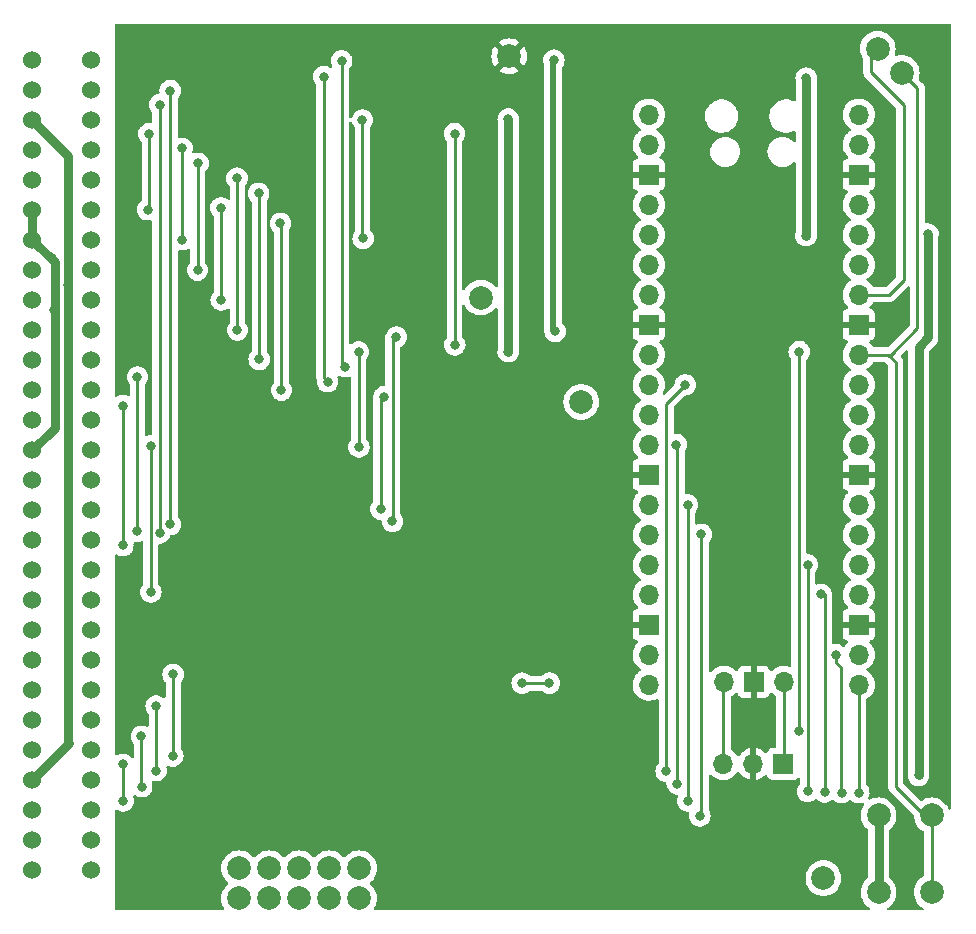
<source format=gbl>
G04 #@! TF.GenerationSoftware,KiCad,Pcbnew,6.0.10-86aedd382b~118~ubuntu20.04.1*
G04 #@! TF.CreationDate,2023-01-30T13:16:44+00:00*
G04 #@! TF.ProjectId,srom,73726f6d-2e6b-4696-9361-645f70636258,rev?*
G04 #@! TF.SameCoordinates,Original*
G04 #@! TF.FileFunction,Copper,L2,Bot*
G04 #@! TF.FilePolarity,Positive*
%FSLAX46Y46*%
G04 Gerber Fmt 4.6, Leading zero omitted, Abs format (unit mm)*
G04 Created by KiCad (PCBNEW 6.0.10-86aedd382b~118~ubuntu20.04.1) date 2023-01-30 13:16:44*
%MOMM*%
%LPD*%
G01*
G04 APERTURE LIST*
G04 #@! TA.AperFunction,ComponentPad*
%ADD10C,2.000000*%
G04 #@! TD*
G04 #@! TA.AperFunction,ComponentPad*
%ADD11R,1.700000X1.700000*%
G04 #@! TD*
G04 #@! TA.AperFunction,ComponentPad*
%ADD12O,1.700000X1.700000*%
G04 #@! TD*
G04 #@! TA.AperFunction,ComponentPad*
%ADD13C,1.524000*%
G04 #@! TD*
G04 #@! TA.AperFunction,ViaPad*
%ADD14C,0.800000*%
G04 #@! TD*
G04 #@! TA.AperFunction,Conductor*
%ADD15C,0.250000*%
G04 #@! TD*
G04 #@! TA.AperFunction,Conductor*
%ADD16C,0.750000*%
G04 #@! TD*
G04 #@! TA.AperFunction,Conductor*
%ADD17C,0.550000*%
G04 #@! TD*
G04 APERTURE END LIST*
D10*
X48200000Y-122000000D03*
X45660000Y-122000000D03*
X95140000Y-122840000D03*
X50740000Y-122000000D03*
X101770000Y-54650000D03*
X53280000Y-122000000D03*
X50740000Y-124540000D03*
X68540000Y-53260000D03*
X66140000Y-73680000D03*
X45660000Y-124540000D03*
X55820000Y-122000000D03*
X99730000Y-52600000D03*
X48200000Y-124540000D03*
D11*
X91730000Y-113165000D03*
D12*
X89190000Y-113165000D03*
X86650000Y-113165000D03*
D10*
X99810000Y-124020000D03*
X99810000Y-117520000D03*
X104310000Y-124020000D03*
X104310000Y-117520000D03*
X53280000Y-124540000D03*
X74630000Y-82520000D03*
X55820000Y-124540000D03*
D13*
X28150000Y-63740000D03*
X33150000Y-63740000D03*
X33150000Y-53580000D03*
X33150000Y-56120000D03*
X33150000Y-58660000D03*
X33150000Y-61200000D03*
X33150000Y-66280000D03*
X33150000Y-68820000D03*
X33150000Y-71360000D03*
X33150000Y-73900000D03*
X33150000Y-76440000D03*
X33150000Y-78980000D03*
X33150000Y-81520000D03*
X33150000Y-84060000D03*
X33150000Y-86600000D03*
X33150000Y-89140000D03*
X33150000Y-91680000D03*
X33150000Y-94220000D03*
X33150000Y-96760000D03*
X33150000Y-99300000D03*
X33150000Y-101840000D03*
X33150000Y-104380000D03*
X33150000Y-106920000D03*
X33150000Y-109460000D03*
X33150000Y-112000000D03*
X33150000Y-114540000D03*
X33150000Y-117080000D03*
X33150000Y-119620000D03*
X33150000Y-122160000D03*
X28150000Y-53580000D03*
X28150000Y-56120000D03*
X28150000Y-58660000D03*
X28150000Y-61200000D03*
X28150000Y-66280000D03*
X28150000Y-68820000D03*
X28150000Y-71360000D03*
X28150000Y-73900000D03*
X28150000Y-76440000D03*
X28150000Y-78980000D03*
X28150000Y-81520000D03*
X28150000Y-84060000D03*
X28150000Y-86600000D03*
X28150000Y-89140000D03*
X28150000Y-91680000D03*
X28150000Y-94220000D03*
X28150000Y-96760000D03*
X28150000Y-99300000D03*
X28150000Y-101840000D03*
X28150000Y-104380000D03*
X28150000Y-106920000D03*
X28150000Y-109460000D03*
X28150000Y-112000000D03*
X28150000Y-114540000D03*
X28150000Y-117080000D03*
X28150000Y-119620000D03*
X28150000Y-122160000D03*
D12*
X80350000Y-58190000D03*
X80350000Y-60730000D03*
D11*
X80350000Y-63270000D03*
D12*
X80350000Y-65810000D03*
X80350000Y-68350000D03*
X80350000Y-70890000D03*
X80350000Y-73430000D03*
D11*
X80350000Y-75970000D03*
D12*
X80350000Y-78510000D03*
X80350000Y-81050000D03*
X80350000Y-83590000D03*
X80350000Y-86130000D03*
D11*
X80350000Y-88670000D03*
D12*
X80350000Y-91210000D03*
X80350000Y-93750000D03*
X80350000Y-96290000D03*
X80350000Y-98830000D03*
D11*
X80350000Y-101370000D03*
D12*
X80350000Y-103910000D03*
X80350000Y-106450000D03*
X98130000Y-106450000D03*
X98130000Y-103910000D03*
D11*
X98130000Y-101370000D03*
D12*
X98130000Y-98830000D03*
X98130000Y-96290000D03*
X98130000Y-93750000D03*
X98130000Y-91210000D03*
D11*
X98130000Y-88670000D03*
D12*
X98130000Y-86130000D03*
X98130000Y-83590000D03*
X98130000Y-81050000D03*
X98130000Y-78510000D03*
D11*
X98130000Y-75970000D03*
D12*
X98130000Y-73430000D03*
X98130000Y-70890000D03*
X98130000Y-68350000D03*
X98130000Y-65810000D03*
D11*
X98130000Y-63270000D03*
D12*
X98130000Y-60730000D03*
X98130000Y-58190000D03*
X86700000Y-106220000D03*
D11*
X89240000Y-106220000D03*
D12*
X91780000Y-106220000D03*
D14*
X36830000Y-75180000D03*
X36830000Y-70110000D03*
X68450000Y-58560000D03*
X93680000Y-55100000D03*
X68440000Y-78270000D03*
X103990000Y-68310000D03*
X93660000Y-68450000D03*
X103190000Y-114140000D03*
X66140000Y-88310000D03*
X68910000Y-92670000D03*
X66230000Y-86020000D03*
X65950000Y-107920000D03*
X72480000Y-80340000D03*
X73440000Y-124940000D03*
X58310000Y-54810000D03*
X71690000Y-112510000D03*
X29980000Y-74780000D03*
X59290000Y-58490000D03*
X89250000Y-101370000D03*
X59230000Y-102820000D03*
X29790000Y-70340000D03*
X64840000Y-80780000D03*
X59210000Y-122670000D03*
X59330000Y-69950000D03*
X72320000Y-53590000D03*
X72420000Y-76540000D03*
X31210000Y-72590000D03*
X58980000Y-77030000D03*
X58650000Y-92640000D03*
X37060000Y-80420000D03*
X37000000Y-93490000D03*
X35830000Y-82830000D03*
X35820000Y-94670000D03*
X35850000Y-116310000D03*
X35830000Y-113200000D03*
X37390000Y-110830000D03*
X37420000Y-115090000D03*
X38640000Y-108260000D03*
X38630000Y-113730000D03*
X82760000Y-114860000D03*
X82680000Y-86130000D03*
X83660000Y-116300000D03*
X83640000Y-91230000D03*
X84670000Y-117570000D03*
X84810000Y-93740000D03*
X40080000Y-105580000D03*
X40050000Y-112500000D03*
X38960000Y-57340000D03*
X38940000Y-93610000D03*
X39850000Y-92890000D03*
X39830000Y-56160000D03*
X98130000Y-115600000D03*
X96690000Y-115609999D03*
X96180000Y-103910000D03*
X94930000Y-98820000D03*
X95240000Y-115546666D03*
X93790000Y-115483333D03*
X93790000Y-96310000D03*
X81820000Y-113790000D03*
X83430000Y-81070000D03*
X37910000Y-66250000D03*
X38040000Y-59810000D03*
X40840000Y-61060000D03*
X40840000Y-68790000D03*
X42200000Y-62320000D03*
X42150000Y-71360000D03*
X47320000Y-64860000D03*
X47360000Y-78920000D03*
X49250000Y-81520000D03*
X49160000Y-67400000D03*
X45490000Y-63580000D03*
X45520000Y-76430000D03*
X44120000Y-66090000D03*
X44150000Y-73890000D03*
X56170000Y-68670000D03*
X56110000Y-58660000D03*
X63910000Y-59810000D03*
X63920000Y-77690000D03*
X53150000Y-80800000D03*
X52850000Y-54970000D03*
X54350000Y-53640000D03*
X54670000Y-79540000D03*
X55780000Y-78290000D03*
X38190000Y-86250000D03*
X38190000Y-98610000D03*
X55810000Y-86330000D03*
X57650000Y-91590000D03*
X57940000Y-82080000D03*
X71935924Y-106334076D03*
X69625924Y-106334076D03*
X93065500Y-110360000D03*
X93090000Y-78270000D03*
D15*
X96650000Y-115660000D02*
X96650000Y-105040000D01*
X96650000Y-105040000D02*
X96180000Y-104570000D01*
X96180000Y-104570000D02*
X96180000Y-103910000D01*
D16*
X103990000Y-77060000D02*
X103990000Y-68310000D01*
X68450000Y-76370000D02*
X68450000Y-58560000D01*
X68440000Y-76380000D02*
X68450000Y-76370000D01*
X68440000Y-78270000D02*
X68440000Y-76380000D01*
X103190000Y-77860000D02*
X103990000Y-77060000D01*
X93680000Y-68430000D02*
X93680000Y-55100000D01*
X93660000Y-68450000D02*
X93680000Y-68430000D01*
X103190000Y-114140000D02*
X103190000Y-77860000D01*
X99810000Y-117520000D02*
X99810000Y-124020000D01*
X30040000Y-84710000D02*
X28150000Y-86600000D01*
X28150000Y-68820000D02*
X30040000Y-70710000D01*
X58320000Y-54820000D02*
X58310000Y-54810000D01*
X28150000Y-66280000D02*
X28150000Y-68820000D01*
X89240000Y-101380000D02*
X89250000Y-101370000D01*
X30040000Y-70710000D02*
X30040000Y-84710000D01*
X31200000Y-111340000D02*
X31220000Y-111360000D01*
X31170000Y-111520000D02*
X28150000Y-114540000D01*
D17*
X72240000Y-53670000D02*
X72240000Y-76360000D01*
D16*
X31190000Y-61700000D02*
X28150000Y-58660000D01*
D17*
X72320000Y-53590000D02*
X72240000Y-53670000D01*
X72240000Y-76360000D02*
X72420000Y-76540000D01*
D16*
X31200000Y-61710000D02*
X31200000Y-111340000D01*
D15*
X91780000Y-113115000D02*
X91730000Y-113165000D01*
X91780000Y-106220000D02*
X91780000Y-113115000D01*
X86700000Y-106220000D02*
X86650000Y-106270000D01*
X86650000Y-106270000D02*
X86650000Y-113165000D01*
X58665000Y-77025000D02*
X58665000Y-92625000D01*
X58665000Y-92625000D02*
X58650000Y-92640000D01*
X37060000Y-80420000D02*
X37060000Y-93430000D01*
X37060000Y-93430000D02*
X37000000Y-93490000D01*
X35830000Y-82830000D02*
X35830000Y-94660000D01*
X35830000Y-94660000D02*
X35820000Y-94670000D01*
X35830000Y-116290000D02*
X35850000Y-116310000D01*
X35830000Y-113200000D02*
X35830000Y-116290000D01*
X37390000Y-110830000D02*
X37390000Y-115060000D01*
X37390000Y-115060000D02*
X37420000Y-115090000D01*
X38640000Y-113720000D02*
X38630000Y-113730000D01*
X38640000Y-108260000D02*
X38640000Y-113720000D01*
X82760000Y-114860000D02*
X82760000Y-86210000D01*
X82760000Y-86210000D02*
X82680000Y-86130000D01*
X83660000Y-91250000D02*
X83640000Y-91230000D01*
X83660000Y-116300000D02*
X83660000Y-91250000D01*
X84670000Y-117570000D02*
X84810000Y-117430000D01*
X84810000Y-117430000D02*
X84810000Y-93740000D01*
X40080000Y-105580000D02*
X40080000Y-112470000D01*
X40080000Y-112470000D02*
X40050000Y-112500000D01*
X38960000Y-93590000D02*
X38940000Y-93610000D01*
X38960000Y-57340000D02*
X38960000Y-93590000D01*
X39830000Y-92870000D02*
X39850000Y-92890000D01*
X39830000Y-56160000D02*
X39830000Y-92870000D01*
X98140000Y-115420000D02*
X98130000Y-115410000D01*
X98130000Y-115410000D02*
X98130000Y-106450000D01*
X95240000Y-115540000D02*
X95240000Y-98820000D01*
X93790000Y-115550000D02*
X93790000Y-96310000D01*
X81820000Y-82680000D02*
X83430000Y-81070000D01*
X81820000Y-113790000D02*
X81820000Y-82680000D01*
X38040000Y-66120000D02*
X38040000Y-59810000D01*
X37910000Y-66250000D02*
X38040000Y-66120000D01*
X40840000Y-68790000D02*
X40840000Y-61060000D01*
X42150000Y-71360000D02*
X42150000Y-62370000D01*
X42150000Y-62370000D02*
X42200000Y-62320000D01*
X47360000Y-78920000D02*
X47360000Y-64900000D01*
X47360000Y-64900000D02*
X47320000Y-64860000D01*
X49250000Y-81520000D02*
X49250000Y-67490000D01*
X49250000Y-67490000D02*
X49160000Y-67400000D01*
X45520000Y-76430000D02*
X45520000Y-63610000D01*
X45520000Y-63610000D02*
X45490000Y-63580000D01*
X44150000Y-66120000D02*
X44120000Y-66090000D01*
X44150000Y-73890000D02*
X44150000Y-66120000D01*
X56110000Y-68610000D02*
X56170000Y-68670000D01*
X56110000Y-58660000D02*
X56110000Y-68610000D01*
X63920000Y-59820000D02*
X63910000Y-59810000D01*
X63920000Y-77690000D02*
X63920000Y-59820000D01*
X52850000Y-80500000D02*
X53150000Y-80800000D01*
X52850000Y-54970000D02*
X52850000Y-80500000D01*
X54350000Y-53640000D02*
X54350000Y-79220000D01*
X54350000Y-79220000D02*
X54670000Y-79540000D01*
X38190000Y-98610000D02*
X38190000Y-86250000D01*
X55810000Y-86330000D02*
X55780000Y-86300000D01*
X55780000Y-86300000D02*
X55780000Y-78290000D01*
X57650000Y-82370000D02*
X57940000Y-82080000D01*
X57650000Y-91590000D02*
X57650000Y-82370000D01*
X69625924Y-106334076D02*
X71935924Y-106334076D01*
X101940000Y-72180000D02*
X101940000Y-57390000D01*
X101940000Y-57390000D02*
X99140000Y-54590000D01*
X93090000Y-78270000D02*
X93065500Y-78294500D01*
X99140000Y-54590000D02*
X99140000Y-53190000D01*
X93065500Y-78294500D02*
X93065500Y-110360000D01*
X100690000Y-73430000D02*
X101940000Y-72180000D01*
X98130000Y-73430000D02*
X100690000Y-73430000D01*
X103670000Y-117520000D02*
X101260000Y-115110000D01*
X103090000Y-55970000D02*
X101770000Y-54650000D01*
X104310000Y-117520000D02*
X103670000Y-117520000D01*
X103090000Y-76280000D02*
X103090000Y-55970000D01*
X104310000Y-117520000D02*
X104310000Y-124020000D01*
X101260000Y-79180000D02*
X100590000Y-78510000D01*
X101260000Y-115110000D02*
X101260000Y-79180000D01*
X98130000Y-78510000D02*
X100590000Y-78510000D01*
X100590000Y-78510000D02*
X100860000Y-78510000D01*
X100860000Y-78510000D02*
X103090000Y-76280000D01*
G04 #@! TA.AperFunction,Conductor*
G36*
X91420000Y-123470000D02*
G01*
X91420000Y-125561500D01*
X70219718Y-125561500D01*
X70278044Y-123455804D01*
X91420000Y-123470000D01*
G37*
G04 #@! TD.AperFunction*
G04 #@! TA.AperFunction,Conductor*
G36*
X91787252Y-125538043D02*
G01*
X81686668Y-125561500D01*
X70257287Y-125561500D01*
X70260000Y-123511551D01*
X70290000Y-123651551D01*
X70260167Y-123461569D01*
X91790167Y-123441569D01*
X91787252Y-125538043D01*
G37*
G04 #@! TD.AperFunction*
G04 #@! TA.AperFunction,Conductor*
G36*
X105893621Y-50508502D02*
G01*
X105940114Y-50562158D01*
X105951500Y-50614500D01*
X105951500Y-116907585D01*
X105931498Y-116975706D01*
X105877842Y-117022199D01*
X105807568Y-117032303D01*
X105742988Y-117002809D01*
X105709091Y-116955803D01*
X105660135Y-116837611D01*
X105660133Y-116837607D01*
X105658240Y-116833037D01*
X105562791Y-116677279D01*
X105536759Y-116634798D01*
X105536755Y-116634792D01*
X105534176Y-116630584D01*
X105379969Y-116450031D01*
X105199416Y-116295824D01*
X105195208Y-116293245D01*
X105195202Y-116293241D01*
X105001183Y-116174346D01*
X104996963Y-116171760D01*
X104992393Y-116169867D01*
X104992389Y-116169865D01*
X104782167Y-116082789D01*
X104782165Y-116082788D01*
X104777594Y-116080895D01*
X104697391Y-116061640D01*
X104551524Y-116026620D01*
X104551518Y-116026619D01*
X104546711Y-116025465D01*
X104310000Y-116006835D01*
X104073289Y-116025465D01*
X104068482Y-116026619D01*
X104068476Y-116026620D01*
X103922609Y-116061640D01*
X103842406Y-116080895D01*
X103837835Y-116082788D01*
X103837833Y-116082789D01*
X103627611Y-116169865D01*
X103627607Y-116169867D01*
X103623037Y-116171760D01*
X103618813Y-116174348D01*
X103618808Y-116174351D01*
X103456383Y-116273886D01*
X103387850Y-116292425D01*
X103320173Y-116270969D01*
X103301453Y-116255549D01*
X102629193Y-115583288D01*
X101930405Y-114884500D01*
X101896379Y-114822188D01*
X101893500Y-114795405D01*
X101893500Y-79258767D01*
X101894027Y-79247584D01*
X101895702Y-79240091D01*
X101895384Y-79229958D01*
X101893562Y-79172014D01*
X101893500Y-79168055D01*
X101893500Y-79140144D01*
X101892995Y-79136144D01*
X101892062Y-79124301D01*
X101891922Y-79119829D01*
X101890673Y-79080110D01*
X101885022Y-79060658D01*
X101881014Y-79041306D01*
X101879467Y-79029063D01*
X101878474Y-79021203D01*
X101874756Y-79011811D01*
X101862200Y-78980097D01*
X101858355Y-78968870D01*
X101853671Y-78952749D01*
X101846018Y-78926407D01*
X101840833Y-78917639D01*
X101835707Y-78908972D01*
X101827012Y-78891224D01*
X101819552Y-78872383D01*
X101793564Y-78836613D01*
X101787048Y-78826693D01*
X101768580Y-78795465D01*
X101768578Y-78795462D01*
X101764542Y-78788638D01*
X101750221Y-78774317D01*
X101737380Y-78759283D01*
X101730132Y-78749307D01*
X101725472Y-78742893D01*
X101719363Y-78737839D01*
X101713937Y-78732061D01*
X101715410Y-78730678D01*
X101681628Y-78680662D01*
X101680007Y-78609684D01*
X101712587Y-78553317D01*
X102091405Y-78174499D01*
X102153717Y-78140473D01*
X102224532Y-78145538D01*
X102281368Y-78188085D01*
X102306179Y-78254605D01*
X102306500Y-78263594D01*
X102306500Y-113899210D01*
X102300333Y-113938146D01*
X102296458Y-113950072D01*
X102276496Y-114140000D01*
X102277186Y-114146565D01*
X102291035Y-114278327D01*
X102296458Y-114329928D01*
X102355473Y-114511556D01*
X102358776Y-114517278D01*
X102358777Y-114517279D01*
X102362156Y-114523131D01*
X102450960Y-114676944D01*
X102455378Y-114681851D01*
X102455379Y-114681852D01*
X102544480Y-114780809D01*
X102578747Y-114818866D01*
X102626331Y-114853438D01*
X102714889Y-114917779D01*
X102733248Y-114931118D01*
X102739276Y-114933802D01*
X102739278Y-114933803D01*
X102847053Y-114981787D01*
X102907712Y-115008794D01*
X103001113Y-115028647D01*
X103088056Y-115047128D01*
X103088061Y-115047128D01*
X103094513Y-115048500D01*
X103285487Y-115048500D01*
X103291939Y-115047128D01*
X103291944Y-115047128D01*
X103378887Y-115028647D01*
X103472288Y-115008794D01*
X103532947Y-114981787D01*
X103640722Y-114933803D01*
X103640724Y-114933802D01*
X103646752Y-114931118D01*
X103665112Y-114917779D01*
X103753669Y-114853438D01*
X103801253Y-114818866D01*
X103835520Y-114780809D01*
X103924621Y-114681852D01*
X103924622Y-114681851D01*
X103929040Y-114676944D01*
X104017844Y-114523131D01*
X104021223Y-114517279D01*
X104021224Y-114517278D01*
X104024527Y-114511556D01*
X104083542Y-114329928D01*
X104088966Y-114278327D01*
X104102814Y-114146565D01*
X104103504Y-114140000D01*
X104083542Y-113950072D01*
X104079667Y-113938146D01*
X104073500Y-113899210D01*
X104073500Y-78278149D01*
X104093502Y-78210028D01*
X104110404Y-78189054D01*
X104558545Y-77740912D01*
X104573581Y-77728070D01*
X104584434Y-77720185D01*
X104591130Y-77712749D01*
X104628895Y-77670806D01*
X104633436Y-77666021D01*
X104647472Y-77651985D01*
X104659966Y-77636557D01*
X104664246Y-77631547D01*
X104704284Y-77587079D01*
X104704288Y-77587074D01*
X104708704Y-77582169D01*
X104715410Y-77570554D01*
X104726610Y-77554258D01*
X104730894Y-77548967D01*
X104735047Y-77543839D01*
X104765213Y-77484637D01*
X104768346Y-77478867D01*
X104798260Y-77427055D01*
X104798262Y-77427050D01*
X104801564Y-77421331D01*
X104803605Y-77415051D01*
X104803608Y-77415043D01*
X104805708Y-77408579D01*
X104813272Y-77390317D01*
X104816363Y-77384251D01*
X104816366Y-77384242D01*
X104819362Y-77378363D01*
X104825218Y-77356507D01*
X104836556Y-77314196D01*
X104838422Y-77307894D01*
X104858954Y-77244702D01*
X104860355Y-77231372D01*
X104863958Y-77211929D01*
X104867430Y-77198971D01*
X104870907Y-77132628D01*
X104871424Y-77126059D01*
X104873156Y-77109577D01*
X104873500Y-77106306D01*
X104873500Y-77086445D01*
X104873673Y-77079850D01*
X104876805Y-77020098D01*
X104876805Y-77020094D01*
X104877150Y-77013507D01*
X104875051Y-77000253D01*
X104873500Y-76980544D01*
X104873500Y-68550790D01*
X104879667Y-68511854D01*
X104881502Y-68506206D01*
X104883542Y-68499928D01*
X104903504Y-68310000D01*
X104885508Y-68138774D01*
X104884232Y-68126635D01*
X104884232Y-68126633D01*
X104883542Y-68120072D01*
X104824527Y-67938444D01*
X104729040Y-67773056D01*
X104722031Y-67765271D01*
X104605675Y-67636045D01*
X104605674Y-67636044D01*
X104601253Y-67631134D01*
X104446752Y-67518882D01*
X104440724Y-67516198D01*
X104440722Y-67516197D01*
X104278319Y-67443891D01*
X104278318Y-67443891D01*
X104272288Y-67441206D01*
X104178887Y-67421353D01*
X104091944Y-67402872D01*
X104091939Y-67402872D01*
X104085487Y-67401500D01*
X103894513Y-67401500D01*
X103888058Y-67402872D01*
X103888049Y-67402873D01*
X103875694Y-67405499D01*
X103804903Y-67400096D01*
X103748272Y-67357278D01*
X103723779Y-67290639D01*
X103723500Y-67282252D01*
X103723500Y-56048767D01*
X103724027Y-56037584D01*
X103725702Y-56030091D01*
X103723562Y-55962000D01*
X103723500Y-55958043D01*
X103723500Y-55930144D01*
X103722996Y-55926153D01*
X103722063Y-55914311D01*
X103720923Y-55878036D01*
X103720674Y-55870111D01*
X103718462Y-55862497D01*
X103718461Y-55862492D01*
X103715023Y-55850659D01*
X103711012Y-55831295D01*
X103709467Y-55819064D01*
X103708474Y-55811203D01*
X103705557Y-55803836D01*
X103705556Y-55803831D01*
X103692198Y-55770092D01*
X103688354Y-55758865D01*
X103678230Y-55724022D01*
X103676018Y-55716407D01*
X103665707Y-55698972D01*
X103657012Y-55681224D01*
X103649552Y-55662383D01*
X103623564Y-55626613D01*
X103617048Y-55616693D01*
X103598580Y-55585465D01*
X103598578Y-55585462D01*
X103594542Y-55578638D01*
X103580221Y-55564317D01*
X103567380Y-55549283D01*
X103560131Y-55539306D01*
X103555472Y-55532893D01*
X103521395Y-55504702D01*
X103512616Y-55496712D01*
X103244364Y-55228460D01*
X103210338Y-55166148D01*
X103210940Y-55109951D01*
X103263380Y-54891524D01*
X103263381Y-54891518D01*
X103264535Y-54886711D01*
X103283165Y-54650000D01*
X103264535Y-54413289D01*
X103231192Y-54274403D01*
X103219958Y-54227612D01*
X103209105Y-54182406D01*
X103204474Y-54171226D01*
X103120135Y-53967611D01*
X103120133Y-53967607D01*
X103118240Y-53963037D01*
X103100835Y-53934634D01*
X102996759Y-53764798D01*
X102996755Y-53764792D01*
X102994176Y-53760584D01*
X102839969Y-53580031D01*
X102659416Y-53425824D01*
X102655208Y-53423245D01*
X102655202Y-53423241D01*
X102461183Y-53304346D01*
X102456963Y-53301760D01*
X102452393Y-53299867D01*
X102452389Y-53299865D01*
X102242167Y-53212789D01*
X102242165Y-53212788D01*
X102237594Y-53210895D01*
X102157391Y-53191640D01*
X102011524Y-53156620D01*
X102011518Y-53156619D01*
X102006711Y-53155465D01*
X101770000Y-53136835D01*
X101533289Y-53155465D01*
X101528482Y-53156619D01*
X101528476Y-53156620D01*
X101324377Y-53205620D01*
X101253469Y-53202073D01*
X101195735Y-53160753D01*
X101169505Y-53094779D01*
X101172444Y-53053687D01*
X101223380Y-52841524D01*
X101223381Y-52841518D01*
X101224535Y-52836711D01*
X101243165Y-52600000D01*
X101224535Y-52363289D01*
X101169105Y-52132406D01*
X101167211Y-52127833D01*
X101080135Y-51917611D01*
X101080133Y-51917607D01*
X101078240Y-51913037D01*
X101021360Y-51820217D01*
X100956759Y-51714798D01*
X100956755Y-51714792D01*
X100954176Y-51710584D01*
X100799969Y-51530031D01*
X100619416Y-51375824D01*
X100615208Y-51373245D01*
X100615202Y-51373241D01*
X100421183Y-51254346D01*
X100416963Y-51251760D01*
X100412393Y-51249867D01*
X100412389Y-51249865D01*
X100202167Y-51162789D01*
X100202165Y-51162788D01*
X100197594Y-51160895D01*
X100117391Y-51141640D01*
X99971524Y-51106620D01*
X99971518Y-51106619D01*
X99966711Y-51105465D01*
X99730000Y-51086835D01*
X99493289Y-51105465D01*
X99488482Y-51106619D01*
X99488476Y-51106620D01*
X99342609Y-51141640D01*
X99262406Y-51160895D01*
X99257835Y-51162788D01*
X99257833Y-51162789D01*
X99047611Y-51249865D01*
X99047607Y-51249867D01*
X99043037Y-51251760D01*
X99038817Y-51254346D01*
X98844798Y-51373241D01*
X98844792Y-51373245D01*
X98840584Y-51375824D01*
X98660031Y-51530031D01*
X98505824Y-51710584D01*
X98503245Y-51714792D01*
X98503241Y-51714798D01*
X98438640Y-51820217D01*
X98381760Y-51913037D01*
X98379867Y-51917607D01*
X98379865Y-51917611D01*
X98292789Y-52127833D01*
X98290895Y-52132406D01*
X98235465Y-52363289D01*
X98216835Y-52600000D01*
X98235465Y-52836711D01*
X98236619Y-52841518D01*
X98236620Y-52841524D01*
X98249601Y-52895592D01*
X98290895Y-53067594D01*
X98292788Y-53072165D01*
X98292789Y-53072167D01*
X98376693Y-53274729D01*
X98381760Y-53286963D01*
X98384346Y-53291183D01*
X98487933Y-53460221D01*
X98506500Y-53526056D01*
X98506500Y-54511233D01*
X98505973Y-54522416D01*
X98504298Y-54529909D01*
X98504547Y-54537835D01*
X98504547Y-54537836D01*
X98506438Y-54597986D01*
X98506500Y-54601945D01*
X98506500Y-54629856D01*
X98506997Y-54633790D01*
X98506997Y-54633791D01*
X98507005Y-54633856D01*
X98507938Y-54645693D01*
X98509327Y-54689889D01*
X98514978Y-54709339D01*
X98518987Y-54728700D01*
X98521526Y-54748797D01*
X98524445Y-54756168D01*
X98524445Y-54756170D01*
X98537804Y-54789912D01*
X98541649Y-54801142D01*
X98553982Y-54843593D01*
X98558015Y-54850412D01*
X98558017Y-54850417D01*
X98564293Y-54861028D01*
X98572988Y-54878776D01*
X98580448Y-54897617D01*
X98585110Y-54904033D01*
X98585110Y-54904034D01*
X98606436Y-54933387D01*
X98612952Y-54943307D01*
X98635458Y-54981362D01*
X98649779Y-54995683D01*
X98662619Y-55010716D01*
X98674528Y-55027107D01*
X98680634Y-55032158D01*
X98708605Y-55055298D01*
X98717384Y-55063288D01*
X101269595Y-57615500D01*
X101303621Y-57677812D01*
X101306500Y-57704595D01*
X101306500Y-71865405D01*
X101286498Y-71933526D01*
X101269595Y-71954501D01*
X100464499Y-72759596D01*
X100402187Y-72793621D01*
X100375404Y-72796500D01*
X99406805Y-72796500D01*
X99338684Y-72776498D01*
X99301013Y-72738940D01*
X99212822Y-72602617D01*
X99212820Y-72602614D01*
X99210014Y-72598277D01*
X99059670Y-72433051D01*
X99055619Y-72429852D01*
X99055615Y-72429848D01*
X98888414Y-72297800D01*
X98888410Y-72297798D01*
X98884359Y-72294598D01*
X98843053Y-72271796D01*
X98793084Y-72221364D01*
X98778312Y-72151921D01*
X98803428Y-72085516D01*
X98830780Y-72058909D01*
X98874603Y-72027650D01*
X99009860Y-71931173D01*
X99168096Y-71773489D01*
X99194116Y-71737279D01*
X99295435Y-71596277D01*
X99298453Y-71592077D01*
X99316182Y-71556206D01*
X99395136Y-71396453D01*
X99395137Y-71396451D01*
X99397430Y-71391811D01*
X99462370Y-71178069D01*
X99491529Y-70956590D01*
X99493156Y-70890000D01*
X99474852Y-70667361D01*
X99420431Y-70450702D01*
X99331354Y-70245840D01*
X99210014Y-70058277D01*
X99059670Y-69893051D01*
X99055619Y-69889852D01*
X99055615Y-69889848D01*
X98888414Y-69757800D01*
X98888410Y-69757798D01*
X98884359Y-69754598D01*
X98843053Y-69731796D01*
X98793084Y-69681364D01*
X98778312Y-69611921D01*
X98803428Y-69545516D01*
X98830780Y-69518909D01*
X98874603Y-69487650D01*
X99009860Y-69391173D01*
X99042648Y-69358500D01*
X99164435Y-69237137D01*
X99168096Y-69233489D01*
X99187171Y-69206944D01*
X99295435Y-69056277D01*
X99298453Y-69052077D01*
X99300825Y-69047279D01*
X99395136Y-68856453D01*
X99395137Y-68856451D01*
X99397430Y-68851811D01*
X99462370Y-68638069D01*
X99491529Y-68416590D01*
X99492239Y-68387530D01*
X99493074Y-68353365D01*
X99493074Y-68353361D01*
X99493156Y-68350000D01*
X99474852Y-68127361D01*
X99420431Y-67910702D01*
X99331354Y-67705840D01*
X99286202Y-67636045D01*
X99212822Y-67522617D01*
X99212820Y-67522614D01*
X99210014Y-67518277D01*
X99059670Y-67353051D01*
X99055619Y-67349852D01*
X99055615Y-67349848D01*
X98888414Y-67217800D01*
X98888410Y-67217798D01*
X98884359Y-67214598D01*
X98843053Y-67191796D01*
X98793084Y-67141364D01*
X98778312Y-67071921D01*
X98803428Y-67005516D01*
X98830780Y-66978909D01*
X98895494Y-66932749D01*
X99009860Y-66851173D01*
X99168096Y-66693489D01*
X99212387Y-66631852D01*
X99295435Y-66516277D01*
X99298453Y-66512077D01*
X99320594Y-66467279D01*
X99395136Y-66316453D01*
X99395137Y-66316451D01*
X99397430Y-66311811D01*
X99462370Y-66098069D01*
X99491529Y-65876590D01*
X99493156Y-65810000D01*
X99474852Y-65587361D01*
X99420431Y-65370702D01*
X99331354Y-65165840D01*
X99210014Y-64978277D01*
X99206540Y-64974459D01*
X99206533Y-64974450D01*
X99062435Y-64816088D01*
X99031383Y-64752242D01*
X99039779Y-64681744D01*
X99084956Y-64626976D01*
X99111400Y-64613307D01*
X99218052Y-64573325D01*
X99233649Y-64564786D01*
X99335724Y-64488285D01*
X99348285Y-64475724D01*
X99424786Y-64373649D01*
X99433324Y-64358054D01*
X99478478Y-64237606D01*
X99482105Y-64222351D01*
X99487631Y-64171486D01*
X99488000Y-64164672D01*
X99488000Y-63542115D01*
X99483525Y-63526876D01*
X99482135Y-63525671D01*
X99474452Y-63524000D01*
X96790116Y-63524000D01*
X96774877Y-63528475D01*
X96773672Y-63529865D01*
X96772001Y-63537548D01*
X96772001Y-64164669D01*
X96772371Y-64171490D01*
X96777895Y-64222352D01*
X96781521Y-64237604D01*
X96826676Y-64358054D01*
X96835214Y-64373649D01*
X96911715Y-64475724D01*
X96924276Y-64488285D01*
X97026351Y-64564786D01*
X97041946Y-64573324D01*
X97150827Y-64614142D01*
X97207591Y-64656784D01*
X97232291Y-64723345D01*
X97217083Y-64792694D01*
X97197691Y-64819175D01*
X97074200Y-64948401D01*
X97070629Y-64952138D01*
X96944743Y-65136680D01*
X96906144Y-65219834D01*
X96869452Y-65298882D01*
X96850688Y-65339305D01*
X96790989Y-65554570D01*
X96767251Y-65776695D01*
X96767548Y-65781848D01*
X96767548Y-65781851D01*
X96773011Y-65876590D01*
X96780110Y-65999715D01*
X96781247Y-66004761D01*
X96781248Y-66004767D01*
X96792297Y-66053794D01*
X96829222Y-66217639D01*
X96913266Y-66424616D01*
X96935903Y-66461556D01*
X97024539Y-66606197D01*
X97029987Y-66615088D01*
X97176250Y-66783938D01*
X97348126Y-66926632D01*
X97358594Y-66932749D01*
X97421445Y-66969476D01*
X97470169Y-67021114D01*
X97483240Y-67090897D01*
X97456509Y-67156669D01*
X97416055Y-67190027D01*
X97403607Y-67196507D01*
X97399474Y-67199610D01*
X97399471Y-67199612D01*
X97229100Y-67327530D01*
X97224965Y-67330635D01*
X97070629Y-67492138D01*
X96944743Y-67676680D01*
X96850688Y-67879305D01*
X96790989Y-68094570D01*
X96767251Y-68316695D01*
X96767548Y-68321848D01*
X96767548Y-68321851D01*
X96777816Y-68499928D01*
X96780110Y-68539715D01*
X96781247Y-68544761D01*
X96781248Y-68544767D01*
X96801119Y-68632939D01*
X96829222Y-68757639D01*
X96913266Y-68964616D01*
X96915965Y-68969020D01*
X97016298Y-69132749D01*
X97029987Y-69155088D01*
X97176250Y-69323938D01*
X97348126Y-69466632D01*
X97418595Y-69507811D01*
X97421445Y-69509476D01*
X97470169Y-69561114D01*
X97483240Y-69630897D01*
X97456509Y-69696669D01*
X97416055Y-69730027D01*
X97403607Y-69736507D01*
X97399474Y-69739610D01*
X97399471Y-69739612D01*
X97229100Y-69867530D01*
X97224965Y-69870635D01*
X97070629Y-70032138D01*
X96944743Y-70216680D01*
X96850688Y-70419305D01*
X96790989Y-70634570D01*
X96767251Y-70856695D01*
X96767548Y-70861848D01*
X96767548Y-70861851D01*
X96773011Y-70956590D01*
X96780110Y-71079715D01*
X96781247Y-71084761D01*
X96781248Y-71084767D01*
X96799058Y-71163794D01*
X96829222Y-71297639D01*
X96913266Y-71504616D01*
X97029987Y-71695088D01*
X97176250Y-71863938D01*
X97348126Y-72006632D01*
X97394884Y-72033955D01*
X97421445Y-72049476D01*
X97470169Y-72101114D01*
X97483240Y-72170897D01*
X97456509Y-72236669D01*
X97416055Y-72270027D01*
X97403607Y-72276507D01*
X97399474Y-72279610D01*
X97399471Y-72279612D01*
X97229100Y-72407530D01*
X97224965Y-72410635D01*
X97070629Y-72572138D01*
X97067715Y-72576410D01*
X97067714Y-72576411D01*
X97037351Y-72620921D01*
X96944743Y-72756680D01*
X96850688Y-72959305D01*
X96790989Y-73174570D01*
X96767251Y-73396695D01*
X96767548Y-73401848D01*
X96767548Y-73401851D01*
X96773011Y-73496590D01*
X96780110Y-73619715D01*
X96781247Y-73624761D01*
X96781248Y-73624767D01*
X96801119Y-73712939D01*
X96829222Y-73837639D01*
X96889014Y-73984890D01*
X96906662Y-74028351D01*
X96913266Y-74044616D01*
X97029987Y-74235088D01*
X97176250Y-74403938D01*
X97180225Y-74407238D01*
X97180231Y-74407244D01*
X97185425Y-74411556D01*
X97225059Y-74470460D01*
X97226555Y-74541441D01*
X97189439Y-74601962D01*
X97149168Y-74626480D01*
X97041946Y-74666676D01*
X97026351Y-74675214D01*
X96924276Y-74751715D01*
X96911715Y-74764276D01*
X96835214Y-74866351D01*
X96826676Y-74881946D01*
X96781522Y-75002394D01*
X96777895Y-75017649D01*
X96772369Y-75068514D01*
X96772000Y-75075328D01*
X96772000Y-75697885D01*
X96776475Y-75713124D01*
X96777865Y-75714329D01*
X96785548Y-75716000D01*
X99469884Y-75716000D01*
X99485123Y-75711525D01*
X99486328Y-75710135D01*
X99487999Y-75702452D01*
X99487999Y-75075331D01*
X99487629Y-75068510D01*
X99482105Y-75017648D01*
X99478479Y-75002396D01*
X99433324Y-74881946D01*
X99424786Y-74866351D01*
X99348285Y-74764276D01*
X99335724Y-74751715D01*
X99233649Y-74675214D01*
X99218054Y-74666676D01*
X99107813Y-74625348D01*
X99051049Y-74582706D01*
X99026349Y-74516145D01*
X99041557Y-74446796D01*
X99063104Y-74418115D01*
X99164430Y-74317144D01*
X99164440Y-74317132D01*
X99168096Y-74313489D01*
X99178791Y-74298606D01*
X99295435Y-74136277D01*
X99298453Y-74132077D01*
X99300746Y-74127437D01*
X99302446Y-74124608D01*
X99354674Y-74076518D01*
X99410451Y-74063500D01*
X100611233Y-74063500D01*
X100622416Y-74064027D01*
X100629909Y-74065702D01*
X100637835Y-74065453D01*
X100637836Y-74065453D01*
X100697986Y-74063562D01*
X100701945Y-74063500D01*
X100729856Y-74063500D01*
X100733791Y-74063003D01*
X100733856Y-74062995D01*
X100745693Y-74062062D01*
X100777951Y-74061048D01*
X100781970Y-74060922D01*
X100789889Y-74060673D01*
X100809343Y-74055021D01*
X100828700Y-74051013D01*
X100840930Y-74049468D01*
X100840931Y-74049468D01*
X100848797Y-74048474D01*
X100856168Y-74045555D01*
X100856170Y-74045555D01*
X100889912Y-74032196D01*
X100901142Y-74028351D01*
X100935983Y-74018229D01*
X100935984Y-74018229D01*
X100943593Y-74016018D01*
X100950412Y-74011985D01*
X100950417Y-74011983D01*
X100961028Y-74005707D01*
X100978776Y-73997012D01*
X100997617Y-73989552D01*
X101033387Y-73963564D01*
X101043307Y-73957048D01*
X101074535Y-73938580D01*
X101074538Y-73938578D01*
X101081362Y-73934542D01*
X101095683Y-73920221D01*
X101110717Y-73907380D01*
X101120694Y-73900131D01*
X101127107Y-73895472D01*
X101155298Y-73861395D01*
X101163288Y-73852616D01*
X102241405Y-72774500D01*
X102303717Y-72740474D01*
X102374533Y-72745539D01*
X102431368Y-72788086D01*
X102456179Y-72854606D01*
X102456500Y-72863595D01*
X102456500Y-75965405D01*
X102436498Y-76033526D01*
X102419595Y-76054500D01*
X100634500Y-77839595D01*
X100572188Y-77873621D01*
X100545405Y-77876500D01*
X99406805Y-77876500D01*
X99338684Y-77856498D01*
X99301013Y-77818940D01*
X99212822Y-77682617D01*
X99212820Y-77682614D01*
X99210014Y-77678277D01*
X99206540Y-77674459D01*
X99206533Y-77674450D01*
X99062435Y-77516088D01*
X99031383Y-77452242D01*
X99039779Y-77381744D01*
X99084956Y-77326976D01*
X99111400Y-77313307D01*
X99218052Y-77273325D01*
X99233649Y-77264786D01*
X99335724Y-77188285D01*
X99348285Y-77175724D01*
X99424786Y-77073649D01*
X99433324Y-77058054D01*
X99478478Y-76937606D01*
X99482105Y-76922351D01*
X99487631Y-76871486D01*
X99488000Y-76864672D01*
X99488000Y-76242115D01*
X99483525Y-76226876D01*
X99482135Y-76225671D01*
X99474452Y-76224000D01*
X96790116Y-76224000D01*
X96774877Y-76228475D01*
X96773672Y-76229865D01*
X96772001Y-76237548D01*
X96772001Y-76864669D01*
X96772371Y-76871490D01*
X96777895Y-76922352D01*
X96781521Y-76937604D01*
X96826676Y-77058054D01*
X96835214Y-77073649D01*
X96911715Y-77175724D01*
X96924276Y-77188285D01*
X97026351Y-77264786D01*
X97041946Y-77273324D01*
X97150827Y-77314142D01*
X97207591Y-77356784D01*
X97232291Y-77423345D01*
X97217083Y-77492694D01*
X97197691Y-77519175D01*
X97074200Y-77648401D01*
X97070629Y-77652138D01*
X97067715Y-77656410D01*
X97067714Y-77656411D01*
X97015430Y-77733056D01*
X96944743Y-77836680D01*
X96927596Y-77873621D01*
X96885413Y-77964497D01*
X96850688Y-78039305D01*
X96790989Y-78254570D01*
X96767251Y-78476695D01*
X96767548Y-78481848D01*
X96767548Y-78481851D01*
X96773011Y-78576590D01*
X96780110Y-78699715D01*
X96781247Y-78704761D01*
X96781248Y-78704767D01*
X96802275Y-78798069D01*
X96829222Y-78917639D01*
X96913266Y-79124616D01*
X96962285Y-79204608D01*
X97019074Y-79297279D01*
X97029987Y-79315088D01*
X97176250Y-79483938D01*
X97348126Y-79626632D01*
X97358618Y-79632763D01*
X97421445Y-79669476D01*
X97470169Y-79721114D01*
X97483240Y-79790897D01*
X97456509Y-79856669D01*
X97416055Y-79890027D01*
X97403607Y-79896507D01*
X97399474Y-79899610D01*
X97399471Y-79899612D01*
X97257513Y-80006197D01*
X97224965Y-80030635D01*
X97070629Y-80192138D01*
X96944743Y-80376680D01*
X96909630Y-80452325D01*
X96869000Y-80539856D01*
X96850688Y-80579305D01*
X96790989Y-80794570D01*
X96767251Y-81016695D01*
X96767548Y-81021848D01*
X96767548Y-81021851D01*
X96776177Y-81171500D01*
X96780110Y-81239715D01*
X96781247Y-81244761D01*
X96781248Y-81244767D01*
X96799058Y-81323794D01*
X96829222Y-81457639D01*
X96913266Y-81664616D01*
X97029987Y-81855088D01*
X97176250Y-82023938D01*
X97348126Y-82166632D01*
X97353748Y-82169917D01*
X97421445Y-82209476D01*
X97470169Y-82261114D01*
X97483240Y-82330897D01*
X97456509Y-82396669D01*
X97416055Y-82430027D01*
X97403607Y-82436507D01*
X97399474Y-82439610D01*
X97399471Y-82439612D01*
X97285838Y-82524930D01*
X97224965Y-82570635D01*
X97070629Y-82732138D01*
X96944743Y-82916680D01*
X96850688Y-83119305D01*
X96790989Y-83334570D01*
X96767251Y-83556695D01*
X96767548Y-83561848D01*
X96767548Y-83561851D01*
X96773011Y-83656590D01*
X96780110Y-83779715D01*
X96781247Y-83784761D01*
X96781248Y-83784767D01*
X96799477Y-83865654D01*
X96829222Y-83997639D01*
X96913266Y-84204616D01*
X97029987Y-84395088D01*
X97176250Y-84563938D01*
X97348126Y-84706632D01*
X97418595Y-84747811D01*
X97421445Y-84749476D01*
X97470169Y-84801114D01*
X97483240Y-84870897D01*
X97456509Y-84936669D01*
X97416055Y-84970027D01*
X97403607Y-84976507D01*
X97399474Y-84979610D01*
X97399471Y-84979612D01*
X97244421Y-85096027D01*
X97224965Y-85110635D01*
X97070629Y-85272138D01*
X97067715Y-85276410D01*
X97067714Y-85276411D01*
X97017366Y-85350218D01*
X96944743Y-85456680D01*
X96930316Y-85487761D01*
X96857096Y-85645501D01*
X96850688Y-85659305D01*
X96790989Y-85874570D01*
X96767251Y-86096695D01*
X96767548Y-86101848D01*
X96767548Y-86101851D01*
X96773011Y-86196590D01*
X96780110Y-86319715D01*
X96781247Y-86324761D01*
X96781248Y-86324767D01*
X96783907Y-86336565D01*
X96829222Y-86537639D01*
X96913266Y-86744616D01*
X97029987Y-86935088D01*
X97176250Y-87103938D01*
X97180225Y-87107238D01*
X97180231Y-87107244D01*
X97185425Y-87111556D01*
X97225059Y-87170460D01*
X97226555Y-87241441D01*
X97189439Y-87301962D01*
X97149168Y-87326480D01*
X97041946Y-87366676D01*
X97026351Y-87375214D01*
X96924276Y-87451715D01*
X96911715Y-87464276D01*
X96835214Y-87566351D01*
X96826676Y-87581946D01*
X96781522Y-87702394D01*
X96777895Y-87717649D01*
X96772369Y-87768514D01*
X96772000Y-87775328D01*
X96772000Y-88397885D01*
X96776475Y-88413124D01*
X96777865Y-88414329D01*
X96785548Y-88416000D01*
X99469884Y-88416000D01*
X99485123Y-88411525D01*
X99486328Y-88410135D01*
X99487999Y-88402452D01*
X99487999Y-87775331D01*
X99487629Y-87768510D01*
X99482105Y-87717648D01*
X99478479Y-87702396D01*
X99433324Y-87581946D01*
X99424786Y-87566351D01*
X99348285Y-87464276D01*
X99335724Y-87451715D01*
X99233649Y-87375214D01*
X99218054Y-87366676D01*
X99107813Y-87325348D01*
X99051049Y-87282706D01*
X99026349Y-87216145D01*
X99041557Y-87146796D01*
X99063104Y-87118115D01*
X99164430Y-87017144D01*
X99164440Y-87017132D01*
X99168096Y-87013489D01*
X99227594Y-86930689D01*
X99295435Y-86836277D01*
X99298453Y-86832077D01*
X99366067Y-86695271D01*
X99395136Y-86636453D01*
X99395137Y-86636451D01*
X99397430Y-86631811D01*
X99462370Y-86418069D01*
X99491529Y-86196590D01*
X99492996Y-86136565D01*
X99493074Y-86133365D01*
X99493074Y-86133361D01*
X99493156Y-86130000D01*
X99474852Y-85907361D01*
X99420431Y-85690702D01*
X99331354Y-85485840D01*
X99262776Y-85379834D01*
X99212822Y-85302617D01*
X99212820Y-85302614D01*
X99210014Y-85298277D01*
X99059670Y-85133051D01*
X99055619Y-85129852D01*
X99055615Y-85129848D01*
X98888414Y-84997800D01*
X98888410Y-84997798D01*
X98884359Y-84994598D01*
X98843053Y-84971796D01*
X98793084Y-84921364D01*
X98778312Y-84851921D01*
X98803428Y-84785516D01*
X98830780Y-84758909D01*
X98874603Y-84727650D01*
X99009860Y-84631173D01*
X99168096Y-84473489D01*
X99227594Y-84390689D01*
X99295435Y-84296277D01*
X99298453Y-84292077D01*
X99397430Y-84091811D01*
X99462370Y-83878069D01*
X99491529Y-83656590D01*
X99493156Y-83590000D01*
X99474852Y-83367361D01*
X99420431Y-83150702D01*
X99331354Y-82945840D01*
X99210014Y-82758277D01*
X99059670Y-82593051D01*
X99055619Y-82589852D01*
X99055615Y-82589848D01*
X98888414Y-82457800D01*
X98888410Y-82457798D01*
X98884359Y-82454598D01*
X98843053Y-82431796D01*
X98793084Y-82381364D01*
X98778312Y-82311921D01*
X98803428Y-82245516D01*
X98830780Y-82218909D01*
X98899464Y-82169917D01*
X99009860Y-82091173D01*
X99058441Y-82042762D01*
X99126239Y-81975200D01*
X99168096Y-81933489D01*
X99187074Y-81907079D01*
X99295435Y-81756277D01*
X99298453Y-81752077D01*
X99316182Y-81716206D01*
X99395136Y-81556453D01*
X99395138Y-81556448D01*
X99397430Y-81551811D01*
X99462370Y-81338069D01*
X99491529Y-81116590D01*
X99492401Y-81080895D01*
X99493074Y-81053365D01*
X99493074Y-81053361D01*
X99493156Y-81050000D01*
X99474852Y-80827361D01*
X99420431Y-80610702D01*
X99331354Y-80405840D01*
X99238983Y-80263056D01*
X99212822Y-80222617D01*
X99212820Y-80222614D01*
X99210014Y-80218277D01*
X99059670Y-80053051D01*
X99055619Y-80049852D01*
X99055615Y-80049848D01*
X98888414Y-79917800D01*
X98888410Y-79917798D01*
X98884359Y-79914598D01*
X98843053Y-79891796D01*
X98793084Y-79841364D01*
X98778312Y-79771921D01*
X98803428Y-79705516D01*
X98830780Y-79678909D01*
X98895474Y-79632763D01*
X99009860Y-79551173D01*
X99168096Y-79393489D01*
X99227390Y-79310973D01*
X99295435Y-79216277D01*
X99298453Y-79212077D01*
X99300746Y-79207437D01*
X99302446Y-79204608D01*
X99354674Y-79156518D01*
X99410451Y-79143500D01*
X100275405Y-79143500D01*
X100343526Y-79163502D01*
X100364501Y-79180405D01*
X100589596Y-79405501D01*
X100623621Y-79467813D01*
X100626500Y-79494596D01*
X100626500Y-115031233D01*
X100625973Y-115042416D01*
X100624298Y-115049909D01*
X100624547Y-115057835D01*
X100624547Y-115057836D01*
X100626438Y-115117986D01*
X100626500Y-115121945D01*
X100626500Y-115149856D01*
X100626997Y-115153790D01*
X100626997Y-115153791D01*
X100627005Y-115153856D01*
X100627938Y-115165693D01*
X100629327Y-115209889D01*
X100633796Y-115225271D01*
X100634978Y-115229339D01*
X100638987Y-115248700D01*
X100641526Y-115268797D01*
X100644445Y-115276168D01*
X100644445Y-115276170D01*
X100657804Y-115309912D01*
X100661649Y-115321142D01*
X100673982Y-115363593D01*
X100678015Y-115370412D01*
X100678017Y-115370417D01*
X100684293Y-115381028D01*
X100692988Y-115398776D01*
X100700448Y-115417617D01*
X100705110Y-115424033D01*
X100705110Y-115424034D01*
X100726436Y-115453387D01*
X100732952Y-115463307D01*
X100744796Y-115483333D01*
X100755458Y-115501362D01*
X100769779Y-115515683D01*
X100782619Y-115530716D01*
X100794528Y-115547107D01*
X100800634Y-115552158D01*
X100828605Y-115575298D01*
X100837384Y-115583288D01*
X102765908Y-117511812D01*
X102799934Y-117574124D01*
X102802425Y-117591020D01*
X102815465Y-117756711D01*
X102816619Y-117761518D01*
X102816620Y-117761524D01*
X102851640Y-117907391D01*
X102870895Y-117987594D01*
X102872788Y-117992165D01*
X102872789Y-117992167D01*
X102917963Y-118101226D01*
X102961760Y-118206963D01*
X102964346Y-118211183D01*
X103083241Y-118405202D01*
X103083245Y-118405208D01*
X103085824Y-118409416D01*
X103240031Y-118589969D01*
X103420584Y-118744176D01*
X103424792Y-118746755D01*
X103424798Y-118746759D01*
X103616335Y-118864133D01*
X103663966Y-118916781D01*
X103676500Y-118971566D01*
X103676500Y-122568434D01*
X103656498Y-122636555D01*
X103616335Y-122675867D01*
X103424798Y-122793241D01*
X103424792Y-122793245D01*
X103420584Y-122795824D01*
X103240031Y-122950031D01*
X103085824Y-123130584D01*
X103083245Y-123134792D01*
X103083241Y-123134798D01*
X102974549Y-123312167D01*
X102961760Y-123333037D01*
X102959867Y-123337607D01*
X102959865Y-123337611D01*
X102883407Y-123522199D01*
X102870895Y-123552406D01*
X102869740Y-123557218D01*
X102828399Y-123729416D01*
X102815465Y-123783289D01*
X102796835Y-124020000D01*
X102815465Y-124256711D01*
X102816619Y-124261518D01*
X102816620Y-124261524D01*
X102851640Y-124407391D01*
X102870895Y-124487594D01*
X102872788Y-124492165D01*
X102872789Y-124492167D01*
X102885997Y-124524053D01*
X102961760Y-124706963D01*
X102964346Y-124711183D01*
X103083241Y-124905202D01*
X103083245Y-124905208D01*
X103085824Y-124909416D01*
X103240031Y-125089969D01*
X103420584Y-125244176D01*
X103424792Y-125246755D01*
X103424798Y-125246759D01*
X103557481Y-125328067D01*
X103605112Y-125380715D01*
X103616719Y-125450757D01*
X103588616Y-125515954D01*
X103529725Y-125555608D01*
X103491646Y-125561500D01*
X100628354Y-125561500D01*
X100560233Y-125541498D01*
X100513740Y-125487842D01*
X100503636Y-125417568D01*
X100533130Y-125352988D01*
X100562519Y-125328067D01*
X100695202Y-125246759D01*
X100695208Y-125246755D01*
X100699416Y-125244176D01*
X100879969Y-125089969D01*
X101034176Y-124909416D01*
X101036755Y-124905208D01*
X101036759Y-124905202D01*
X101155654Y-124711183D01*
X101158240Y-124706963D01*
X101234004Y-124524053D01*
X101247211Y-124492167D01*
X101247212Y-124492165D01*
X101249105Y-124487594D01*
X101268360Y-124407391D01*
X101303380Y-124261524D01*
X101303381Y-124261518D01*
X101304535Y-124256711D01*
X101323165Y-124020000D01*
X101304535Y-123783289D01*
X101291602Y-123729416D01*
X101250260Y-123557218D01*
X101249105Y-123552406D01*
X101236593Y-123522199D01*
X101160135Y-123337611D01*
X101160133Y-123337607D01*
X101158240Y-123333037D01*
X101145451Y-123312167D01*
X101036759Y-123134798D01*
X101036755Y-123134792D01*
X101034176Y-123130584D01*
X100879969Y-122950031D01*
X100756912Y-122844930D01*
X100737669Y-122828495D01*
X100698860Y-122769044D01*
X100693500Y-122732684D01*
X100693500Y-118807316D01*
X100713502Y-118739195D01*
X100737669Y-118711505D01*
X100876213Y-118593177D01*
X100879969Y-118589969D01*
X101034176Y-118409416D01*
X101036755Y-118405208D01*
X101036759Y-118405202D01*
X101155654Y-118211183D01*
X101158240Y-118206963D01*
X101202038Y-118101226D01*
X101247211Y-117992167D01*
X101247212Y-117992165D01*
X101249105Y-117987594D01*
X101268360Y-117907391D01*
X101303380Y-117761524D01*
X101303381Y-117761518D01*
X101304535Y-117756711D01*
X101323165Y-117520000D01*
X101304535Y-117283289D01*
X101286251Y-117207128D01*
X101259868Y-117097237D01*
X101249105Y-117052406D01*
X101236593Y-117022199D01*
X101160135Y-116837611D01*
X101160133Y-116837607D01*
X101158240Y-116833037D01*
X101062791Y-116677279D01*
X101036759Y-116634798D01*
X101036755Y-116634792D01*
X101034176Y-116630584D01*
X100879969Y-116450031D01*
X100699416Y-116295824D01*
X100695208Y-116293245D01*
X100695202Y-116293241D01*
X100501183Y-116174346D01*
X100496963Y-116171760D01*
X100492393Y-116169867D01*
X100492389Y-116169865D01*
X100282167Y-116082789D01*
X100282165Y-116082788D01*
X100277594Y-116080895D01*
X100197391Y-116061640D01*
X100051524Y-116026620D01*
X100051518Y-116026619D01*
X100046711Y-116025465D01*
X99810000Y-116006835D01*
X99573289Y-116025465D01*
X99568482Y-116026619D01*
X99568476Y-116026620D01*
X99422609Y-116061640D01*
X99342406Y-116080895D01*
X99337835Y-116082788D01*
X99337833Y-116082789D01*
X99127611Y-116169865D01*
X99127607Y-116169867D01*
X99123037Y-116171760D01*
X99118818Y-116174345D01*
X99114403Y-116176595D01*
X99113460Y-116174743D01*
X99053356Y-116191004D01*
X98985678Y-116169550D01*
X98940343Y-116114912D01*
X98931744Y-116044438D01*
X98946931Y-116002033D01*
X98961223Y-115977279D01*
X98961224Y-115977278D01*
X98964527Y-115971556D01*
X99023542Y-115789928D01*
X99025939Y-115767128D01*
X99042814Y-115606565D01*
X99043504Y-115600000D01*
X99037079Y-115538866D01*
X99024232Y-115416635D01*
X99024232Y-115416633D01*
X99023542Y-115410072D01*
X98964527Y-115228444D01*
X98869040Y-115063056D01*
X98795863Y-114981785D01*
X98765147Y-114917779D01*
X98763500Y-114897476D01*
X98763500Y-107730427D01*
X98783502Y-107662306D01*
X98824618Y-107622550D01*
X98827994Y-107620896D01*
X99009860Y-107491173D01*
X99028335Y-107472763D01*
X99111554Y-107389834D01*
X99168096Y-107333489D01*
X99222679Y-107257529D01*
X99295435Y-107156277D01*
X99298453Y-107152077D01*
X99303341Y-107142188D01*
X99395136Y-106956453D01*
X99395137Y-106956451D01*
X99397430Y-106951811D01*
X99462370Y-106738069D01*
X99491529Y-106516590D01*
X99493156Y-106450000D01*
X99474852Y-106227361D01*
X99420431Y-106010702D01*
X99331354Y-105805840D01*
X99262987Y-105700161D01*
X99212822Y-105622617D01*
X99212820Y-105622614D01*
X99210014Y-105618277D01*
X99059670Y-105453051D01*
X99055619Y-105449852D01*
X99055615Y-105449848D01*
X98888414Y-105317800D01*
X98888410Y-105317798D01*
X98884359Y-105314598D01*
X98843053Y-105291796D01*
X98793084Y-105241364D01*
X98778312Y-105171921D01*
X98803428Y-105105516D01*
X98830780Y-105078909D01*
X98899264Y-105030060D01*
X99009860Y-104951173D01*
X99168096Y-104793489D01*
X99171407Y-104788882D01*
X99295435Y-104616277D01*
X99298453Y-104612077D01*
X99397430Y-104411811D01*
X99462370Y-104198069D01*
X99491529Y-103976590D01*
X99493156Y-103910000D01*
X99474852Y-103687361D01*
X99420431Y-103470702D01*
X99331354Y-103265840D01*
X99288972Y-103200327D01*
X99212822Y-103082617D01*
X99212820Y-103082614D01*
X99210014Y-103078277D01*
X99206540Y-103074459D01*
X99206533Y-103074450D01*
X99062435Y-102916088D01*
X99031383Y-102852242D01*
X99039779Y-102781744D01*
X99084956Y-102726976D01*
X99111400Y-102713307D01*
X99218052Y-102673325D01*
X99233649Y-102664786D01*
X99335724Y-102588285D01*
X99348285Y-102575724D01*
X99424786Y-102473649D01*
X99433324Y-102458054D01*
X99478478Y-102337606D01*
X99482105Y-102322351D01*
X99487631Y-102271486D01*
X99488000Y-102264672D01*
X99488000Y-101642115D01*
X99483525Y-101626876D01*
X99482135Y-101625671D01*
X99474452Y-101624000D01*
X96790116Y-101624000D01*
X96774877Y-101628475D01*
X96773672Y-101629865D01*
X96772001Y-101637548D01*
X96772001Y-102264669D01*
X96772371Y-102271490D01*
X96777895Y-102322352D01*
X96781521Y-102337604D01*
X96826676Y-102458054D01*
X96835214Y-102473649D01*
X96911715Y-102575724D01*
X96924276Y-102588285D01*
X97026351Y-102664786D01*
X97041946Y-102673324D01*
X97150827Y-102714142D01*
X97207591Y-102756784D01*
X97232291Y-102823345D01*
X97217083Y-102892694D01*
X97197691Y-102919175D01*
X97082387Y-103039834D01*
X97070629Y-103052138D01*
X97067715Y-103056410D01*
X97067714Y-103056411D01*
X96969541Y-103200327D01*
X96914630Y-103245330D01*
X96844105Y-103253501D01*
X96792999Y-103228731D01*
X96791253Y-103231134D01*
X96642094Y-103122763D01*
X96642093Y-103122762D01*
X96636752Y-103118882D01*
X96630724Y-103116198D01*
X96630722Y-103116197D01*
X96468319Y-103043891D01*
X96468318Y-103043891D01*
X96462288Y-103041206D01*
X96368888Y-103021353D01*
X96281944Y-103002872D01*
X96281939Y-103002872D01*
X96275487Y-103001500D01*
X96084513Y-103001500D01*
X96078060Y-103002872D01*
X96078047Y-103002873D01*
X96025697Y-103014001D01*
X95954907Y-103008600D01*
X95898274Y-102965783D01*
X95873780Y-102899146D01*
X95873500Y-102890755D01*
X95873500Y-98796695D01*
X96767251Y-98796695D01*
X96767548Y-98801848D01*
X96767548Y-98801851D01*
X96773011Y-98896590D01*
X96780110Y-99019715D01*
X96781247Y-99024761D01*
X96781248Y-99024767D01*
X96801119Y-99112939D01*
X96829222Y-99237639D01*
X96867461Y-99331811D01*
X96894028Y-99397237D01*
X96913266Y-99444616D01*
X97029987Y-99635088D01*
X97176250Y-99803938D01*
X97180225Y-99807238D01*
X97180231Y-99807244D01*
X97185425Y-99811556D01*
X97225059Y-99870460D01*
X97226555Y-99941441D01*
X97189439Y-100001962D01*
X97149168Y-100026480D01*
X97041946Y-100066676D01*
X97026351Y-100075214D01*
X96924276Y-100151715D01*
X96911715Y-100164276D01*
X96835214Y-100266351D01*
X96826676Y-100281946D01*
X96781522Y-100402394D01*
X96777895Y-100417649D01*
X96772369Y-100468514D01*
X96772000Y-100475328D01*
X96772000Y-101097885D01*
X96776475Y-101113124D01*
X96777865Y-101114329D01*
X96785548Y-101116000D01*
X99469884Y-101116000D01*
X99485123Y-101111525D01*
X99486328Y-101110135D01*
X99487999Y-101102452D01*
X99487999Y-100475331D01*
X99487629Y-100468510D01*
X99482105Y-100417648D01*
X99478479Y-100402396D01*
X99433324Y-100281946D01*
X99424786Y-100266351D01*
X99348285Y-100164276D01*
X99335724Y-100151715D01*
X99233649Y-100075214D01*
X99218054Y-100066676D01*
X99107813Y-100025348D01*
X99051049Y-99982706D01*
X99026349Y-99916145D01*
X99041557Y-99846796D01*
X99063104Y-99818115D01*
X99164430Y-99717144D01*
X99164440Y-99717132D01*
X99168096Y-99713489D01*
X99227594Y-99630689D01*
X99295435Y-99536277D01*
X99298453Y-99532077D01*
X99397430Y-99331811D01*
X99462370Y-99118069D01*
X99491529Y-98896590D01*
X99493156Y-98830000D01*
X99474852Y-98607361D01*
X99420431Y-98390702D01*
X99331354Y-98185840D01*
X99232324Y-98032763D01*
X99212822Y-98002617D01*
X99212820Y-98002614D01*
X99210014Y-97998277D01*
X99059670Y-97833051D01*
X99055619Y-97829852D01*
X99055615Y-97829848D01*
X98888414Y-97697800D01*
X98888410Y-97697798D01*
X98884359Y-97694598D01*
X98843053Y-97671796D01*
X98793084Y-97621364D01*
X98778312Y-97551921D01*
X98803428Y-97485516D01*
X98830780Y-97458909D01*
X98874603Y-97427650D01*
X99009860Y-97331173D01*
X99168096Y-97173489D01*
X99227594Y-97090689D01*
X99295435Y-96996277D01*
X99298453Y-96992077D01*
X99312252Y-96964158D01*
X99395136Y-96796453D01*
X99395137Y-96796451D01*
X99397430Y-96791811D01*
X99462370Y-96578069D01*
X99491529Y-96356590D01*
X99492507Y-96316565D01*
X99493074Y-96293365D01*
X99493074Y-96293361D01*
X99493156Y-96290000D01*
X99474852Y-96067361D01*
X99420431Y-95850702D01*
X99331354Y-95645840D01*
X99271599Y-95553473D01*
X99212822Y-95462617D01*
X99212820Y-95462614D01*
X99210014Y-95458277D01*
X99059670Y-95293051D01*
X99055619Y-95289852D01*
X99055615Y-95289848D01*
X98888414Y-95157800D01*
X98888410Y-95157798D01*
X98884359Y-95154598D01*
X98843053Y-95131796D01*
X98793084Y-95081364D01*
X98778312Y-95011921D01*
X98803428Y-94945516D01*
X98830780Y-94918909D01*
X98874603Y-94887650D01*
X99009860Y-94791173D01*
X99168096Y-94633489D01*
X99209134Y-94576379D01*
X99295435Y-94456277D01*
X99298453Y-94452077D01*
X99303175Y-94442524D01*
X99395136Y-94256453D01*
X99395137Y-94256451D01*
X99397430Y-94251811D01*
X99462370Y-94038069D01*
X99491529Y-93816590D01*
X99493156Y-93750000D01*
X99474852Y-93527361D01*
X99420431Y-93310702D01*
X99331354Y-93105840D01*
X99266293Y-93005271D01*
X99212822Y-92922617D01*
X99212820Y-92922614D01*
X99210014Y-92918277D01*
X99059670Y-92753051D01*
X99055619Y-92749852D01*
X99055615Y-92749848D01*
X98888414Y-92617800D01*
X98888410Y-92617798D01*
X98884359Y-92614598D01*
X98843053Y-92591796D01*
X98793084Y-92541364D01*
X98778312Y-92471921D01*
X98803428Y-92405516D01*
X98830780Y-92378909D01*
X98874603Y-92347650D01*
X99009860Y-92251173D01*
X99047535Y-92213630D01*
X99152757Y-92108774D01*
X99168096Y-92093489D01*
X99227594Y-92010689D01*
X99295435Y-91916277D01*
X99298453Y-91912077D01*
X99367009Y-91773365D01*
X99395136Y-91716453D01*
X99395137Y-91716451D01*
X99397430Y-91711811D01*
X99462370Y-91498069D01*
X99491529Y-91276590D01*
X99492507Y-91236565D01*
X99493074Y-91213365D01*
X99493074Y-91213361D01*
X99493156Y-91210000D01*
X99474852Y-90987361D01*
X99420431Y-90770702D01*
X99331354Y-90565840D01*
X99210014Y-90378277D01*
X99206540Y-90374459D01*
X99206533Y-90374450D01*
X99062435Y-90216088D01*
X99031383Y-90152242D01*
X99039779Y-90081744D01*
X99084956Y-90026976D01*
X99111400Y-90013307D01*
X99218052Y-89973325D01*
X99233649Y-89964786D01*
X99335724Y-89888285D01*
X99348285Y-89875724D01*
X99424786Y-89773649D01*
X99433324Y-89758054D01*
X99478478Y-89637606D01*
X99482105Y-89622351D01*
X99487631Y-89571486D01*
X99488000Y-89564672D01*
X99488000Y-88942115D01*
X99483525Y-88926876D01*
X99482135Y-88925671D01*
X99474452Y-88924000D01*
X96790116Y-88924000D01*
X96774877Y-88928475D01*
X96773672Y-88929865D01*
X96772001Y-88937548D01*
X96772001Y-89564669D01*
X96772371Y-89571490D01*
X96777895Y-89622352D01*
X96781521Y-89637604D01*
X96826676Y-89758054D01*
X96835214Y-89773649D01*
X96911715Y-89875724D01*
X96924276Y-89888285D01*
X97026351Y-89964786D01*
X97041946Y-89973324D01*
X97150827Y-90014142D01*
X97207591Y-90056784D01*
X97232291Y-90123345D01*
X97217083Y-90192694D01*
X97197691Y-90219175D01*
X97099907Y-90321500D01*
X97070629Y-90352138D01*
X96944743Y-90536680D01*
X96850688Y-90739305D01*
X96790989Y-90954570D01*
X96767251Y-91176695D01*
X96767548Y-91181848D01*
X96767548Y-91181851D01*
X96773011Y-91276590D01*
X96780110Y-91399715D01*
X96781247Y-91404761D01*
X96781248Y-91404767D01*
X96783186Y-91413365D01*
X96829222Y-91617639D01*
X96913266Y-91824616D01*
X96915965Y-91829020D01*
X97022274Y-92002501D01*
X97029987Y-92015088D01*
X97176250Y-92183938D01*
X97348126Y-92326632D01*
X97403136Y-92358777D01*
X97421445Y-92369476D01*
X97470169Y-92421114D01*
X97483240Y-92490897D01*
X97456509Y-92556669D01*
X97416055Y-92590027D01*
X97403607Y-92596507D01*
X97399474Y-92599610D01*
X97399471Y-92599612D01*
X97265671Y-92700072D01*
X97224965Y-92730635D01*
X97070629Y-92892138D01*
X96944743Y-93076680D01*
X96929003Y-93110590D01*
X96858927Y-93261556D01*
X96850688Y-93279305D01*
X96790989Y-93494570D01*
X96767251Y-93716695D01*
X96767548Y-93721848D01*
X96767548Y-93721851D01*
X96776988Y-93885564D01*
X96780110Y-93939715D01*
X96781247Y-93944761D01*
X96781248Y-93944767D01*
X96788123Y-93975271D01*
X96829222Y-94157639D01*
X96913266Y-94364616D01*
X97029987Y-94555088D01*
X97176250Y-94723938D01*
X97348126Y-94866632D01*
X97418595Y-94907811D01*
X97421445Y-94909476D01*
X97470169Y-94961114D01*
X97483240Y-95030897D01*
X97456509Y-95096669D01*
X97416055Y-95130027D01*
X97403607Y-95136507D01*
X97399474Y-95139610D01*
X97399471Y-95139612D01*
X97229100Y-95267530D01*
X97224965Y-95270635D01*
X97070629Y-95432138D01*
X97067715Y-95436410D01*
X97067714Y-95436411D01*
X97034329Y-95485352D01*
X96944743Y-95616680D01*
X96850688Y-95819305D01*
X96790989Y-96034570D01*
X96767251Y-96256695D01*
X96767548Y-96261848D01*
X96767548Y-96261851D01*
X96773011Y-96356590D01*
X96780110Y-96479715D01*
X96781247Y-96484761D01*
X96781248Y-96484767D01*
X96783186Y-96493365D01*
X96829222Y-96697639D01*
X96913266Y-96904616D01*
X97029987Y-97095088D01*
X97176250Y-97263938D01*
X97348126Y-97406632D01*
X97418595Y-97447811D01*
X97421445Y-97449476D01*
X97470169Y-97501114D01*
X97483240Y-97570897D01*
X97456509Y-97636669D01*
X97416055Y-97670027D01*
X97403607Y-97676507D01*
X97399474Y-97679610D01*
X97399471Y-97679612D01*
X97229100Y-97807530D01*
X97224965Y-97810635D01*
X97221393Y-97814373D01*
X97090407Y-97951442D01*
X97070629Y-97972138D01*
X96944743Y-98156680D01*
X96850688Y-98359305D01*
X96790989Y-98574570D01*
X96767251Y-98796695D01*
X95873500Y-98796695D01*
X95873500Y-98780144D01*
X95858474Y-98661203D01*
X95799552Y-98512383D01*
X95794893Y-98505970D01*
X95794890Y-98505965D01*
X95785504Y-98493046D01*
X95767609Y-98457928D01*
X95766567Y-98454720D01*
X95766564Y-98454714D01*
X95764527Y-98448444D01*
X95669040Y-98283056D01*
X95581507Y-98185840D01*
X95545675Y-98146045D01*
X95545674Y-98146044D01*
X95541253Y-98141134D01*
X95386752Y-98028882D01*
X95380724Y-98026198D01*
X95380722Y-98026197D01*
X95218319Y-97953891D01*
X95218318Y-97953891D01*
X95212288Y-97951206D01*
X95118887Y-97931353D01*
X95031944Y-97912872D01*
X95031939Y-97912872D01*
X95025487Y-97911500D01*
X94834513Y-97911500D01*
X94828061Y-97912872D01*
X94828056Y-97912872D01*
X94741113Y-97931353D01*
X94647712Y-97951206D01*
X94641685Y-97953889D01*
X94641677Y-97953892D01*
X94600748Y-97972115D01*
X94530381Y-97981549D01*
X94466084Y-97951442D01*
X94428271Y-97891353D01*
X94423500Y-97857008D01*
X94423500Y-97012524D01*
X94443502Y-96944403D01*
X94455858Y-96928221D01*
X94529040Y-96846944D01*
X94612478Y-96702425D01*
X94621223Y-96687279D01*
X94621224Y-96687278D01*
X94624527Y-96681556D01*
X94683542Y-96499928D01*
X94685136Y-96484767D01*
X94702814Y-96316565D01*
X94703504Y-96310000D01*
X94698443Y-96261851D01*
X94684232Y-96126635D01*
X94684232Y-96126633D01*
X94683542Y-96120072D01*
X94624527Y-95938444D01*
X94529040Y-95773056D01*
X94401253Y-95631134D01*
X94276047Y-95540166D01*
X94252094Y-95522763D01*
X94252093Y-95522762D01*
X94246752Y-95518882D01*
X94240724Y-95516198D01*
X94240722Y-95516197D01*
X94078319Y-95443891D01*
X94078318Y-95443891D01*
X94072288Y-95441206D01*
X93978888Y-95421353D01*
X93891944Y-95402872D01*
X93891939Y-95402872D01*
X93885487Y-95401500D01*
X93825000Y-95401500D01*
X93756879Y-95381498D01*
X93710386Y-95327842D01*
X93699000Y-95275500D01*
X93699000Y-78999734D01*
X93719002Y-78931613D01*
X93731357Y-78915432D01*
X93829040Y-78806944D01*
X93924527Y-78641556D01*
X93983542Y-78459928D01*
X93991021Y-78388774D01*
X94002814Y-78276565D01*
X94003504Y-78270000D01*
X94001359Y-78249588D01*
X93984232Y-78086635D01*
X93984232Y-78086633D01*
X93983542Y-78080072D01*
X93924527Y-77898444D01*
X93917462Y-77886206D01*
X93837753Y-77748148D01*
X93829040Y-77733056D01*
X93802838Y-77703955D01*
X93705675Y-77596045D01*
X93705674Y-77596044D01*
X93701253Y-77591134D01*
X93579621Y-77502763D01*
X93552094Y-77482763D01*
X93552093Y-77482762D01*
X93546752Y-77478882D01*
X93540724Y-77476198D01*
X93540722Y-77476197D01*
X93378319Y-77403891D01*
X93378318Y-77403891D01*
X93372288Y-77401206D01*
X93264821Y-77378363D01*
X93191944Y-77362872D01*
X93191939Y-77362872D01*
X93185487Y-77361500D01*
X92994513Y-77361500D01*
X92988061Y-77362872D01*
X92988056Y-77362872D01*
X92915179Y-77378363D01*
X92807712Y-77401206D01*
X92801682Y-77403891D01*
X92801681Y-77403891D01*
X92639278Y-77476197D01*
X92639276Y-77476198D01*
X92633248Y-77478882D01*
X92627907Y-77482762D01*
X92627906Y-77482763D01*
X92600379Y-77502763D01*
X92478747Y-77591134D01*
X92474326Y-77596044D01*
X92474325Y-77596045D01*
X92377163Y-77703955D01*
X92350960Y-77733056D01*
X92342247Y-77748148D01*
X92262539Y-77886206D01*
X92255473Y-77898444D01*
X92196458Y-78080072D01*
X92195768Y-78086633D01*
X92195768Y-78086635D01*
X92178641Y-78249588D01*
X92176496Y-78270000D01*
X92177186Y-78276565D01*
X92188980Y-78388774D01*
X92196458Y-78459928D01*
X92255473Y-78641556D01*
X92350960Y-78806944D01*
X92399637Y-78861005D01*
X92430353Y-78925011D01*
X92432000Y-78945314D01*
X92432000Y-104831360D01*
X92411998Y-104899481D01*
X92358342Y-104945974D01*
X92288068Y-104956078D01*
X92263943Y-104950134D01*
X92169461Y-104916676D01*
X92133087Y-104903795D01*
X92133083Y-104903794D01*
X92128212Y-104902069D01*
X92123119Y-104901162D01*
X92123116Y-104901161D01*
X91913373Y-104863800D01*
X91913367Y-104863799D01*
X91908284Y-104862894D01*
X91834452Y-104861992D01*
X91690081Y-104860228D01*
X91690079Y-104860228D01*
X91684911Y-104860165D01*
X91464091Y-104893955D01*
X91251756Y-104963357D01*
X91053607Y-105066507D01*
X91049474Y-105069610D01*
X91049471Y-105069612D01*
X90884658Y-105193357D01*
X90874965Y-105200635D01*
X90871393Y-105204373D01*
X90793898Y-105285466D01*
X90732374Y-105320895D01*
X90661462Y-105317438D01*
X90603676Y-105276192D01*
X90584823Y-105242644D01*
X90543324Y-105131946D01*
X90534786Y-105116351D01*
X90458285Y-105014276D01*
X90445724Y-105001715D01*
X90343649Y-104925214D01*
X90328054Y-104916676D01*
X90207606Y-104871522D01*
X90192351Y-104867895D01*
X90141486Y-104862369D01*
X90134672Y-104862000D01*
X89512115Y-104862000D01*
X89496876Y-104866475D01*
X89495671Y-104867865D01*
X89494000Y-104875548D01*
X89494000Y-107559884D01*
X89498475Y-107575123D01*
X89499865Y-107576328D01*
X89507548Y-107577999D01*
X90134669Y-107577999D01*
X90141490Y-107577629D01*
X90192352Y-107572105D01*
X90207604Y-107568479D01*
X90328054Y-107523324D01*
X90343649Y-107514786D01*
X90445724Y-107438285D01*
X90458285Y-107425724D01*
X90534786Y-107323649D01*
X90543324Y-107308054D01*
X90584225Y-107198952D01*
X90626867Y-107142188D01*
X90693428Y-107117488D01*
X90762777Y-107132696D01*
X90797444Y-107160684D01*
X90822865Y-107190031D01*
X90822869Y-107190035D01*
X90826250Y-107193938D01*
X90998126Y-107336632D01*
X91084070Y-107386853D01*
X91132794Y-107438491D01*
X91146500Y-107495641D01*
X91146500Y-111680500D01*
X91126498Y-111748621D01*
X91072842Y-111795114D01*
X91020500Y-111806500D01*
X90831866Y-111806500D01*
X90769684Y-111813255D01*
X90633295Y-111864385D01*
X90516739Y-111951739D01*
X90429385Y-112068295D01*
X90426233Y-112076704D01*
X90426232Y-112076705D01*
X90384722Y-112187433D01*
X90342081Y-112244198D01*
X90275519Y-112268898D01*
X90206170Y-112253691D01*
X90173546Y-112228004D01*
X90122799Y-112172234D01*
X90115273Y-112165215D01*
X89948139Y-112033222D01*
X89939552Y-112027517D01*
X89753117Y-111924599D01*
X89743705Y-111920369D01*
X89542959Y-111849280D01*
X89532988Y-111846646D01*
X89461837Y-111833972D01*
X89448540Y-111835432D01*
X89444000Y-111849989D01*
X89444000Y-114483517D01*
X89448064Y-114497359D01*
X89461478Y-114499393D01*
X89468184Y-114498534D01*
X89478262Y-114496392D01*
X89682255Y-114435191D01*
X89691842Y-114431433D01*
X89883095Y-114337739D01*
X89891945Y-114332464D01*
X90065328Y-114208792D01*
X90073193Y-114202145D01*
X90177897Y-114097805D01*
X90240268Y-114063889D01*
X90311075Y-114069077D01*
X90367837Y-114111723D01*
X90384819Y-114142826D01*
X90391841Y-114161556D01*
X90429385Y-114261705D01*
X90516739Y-114378261D01*
X90633295Y-114465615D01*
X90769684Y-114516745D01*
X90831866Y-114523500D01*
X92628134Y-114523500D01*
X92690316Y-114516745D01*
X92826705Y-114465615D01*
X92943261Y-114378261D01*
X92944474Y-114376642D01*
X93003717Y-114344292D01*
X93074532Y-114349357D01*
X93131368Y-114391904D01*
X93156179Y-114458424D01*
X93156500Y-114467413D01*
X93156500Y-114780809D01*
X93136498Y-114848930D01*
X93124142Y-114865112D01*
X93050960Y-114946389D01*
X92955473Y-115111777D01*
X92896458Y-115293405D01*
X92895768Y-115299966D01*
X92895768Y-115299968D01*
X92879643Y-115453387D01*
X92876496Y-115483333D01*
X92877186Y-115489898D01*
X92892293Y-115633630D01*
X92896458Y-115673261D01*
X92955473Y-115854889D01*
X92958776Y-115860611D01*
X92958777Y-115860612D01*
X92979304Y-115896165D01*
X93050960Y-116020277D01*
X93055378Y-116025184D01*
X93055379Y-116025185D01*
X93107246Y-116082789D01*
X93178747Y-116162199D01*
X93333248Y-116274451D01*
X93339276Y-116277135D01*
X93339278Y-116277136D01*
X93501681Y-116349442D01*
X93507712Y-116352127D01*
X93601113Y-116371980D01*
X93688056Y-116390461D01*
X93688061Y-116390461D01*
X93694513Y-116391833D01*
X93885487Y-116391833D01*
X93891939Y-116390461D01*
X93891944Y-116390461D01*
X93978887Y-116371980D01*
X94072288Y-116352127D01*
X94078319Y-116349442D01*
X94240722Y-116277136D01*
X94240724Y-116277135D01*
X94246752Y-116274451D01*
X94401253Y-116162199D01*
X94402756Y-116160530D01*
X94465304Y-116130512D01*
X94535758Y-116139275D01*
X94579244Y-116170553D01*
X94628747Y-116225532D01*
X94783248Y-116337784D01*
X94789276Y-116340468D01*
X94789278Y-116340469D01*
X94951681Y-116412775D01*
X94957712Y-116415460D01*
X95051113Y-116435313D01*
X95138056Y-116453794D01*
X95138061Y-116453794D01*
X95144513Y-116455166D01*
X95335487Y-116455166D01*
X95341939Y-116453794D01*
X95341944Y-116453794D01*
X95428887Y-116435313D01*
X95522288Y-116415460D01*
X95528319Y-116412775D01*
X95690722Y-116340469D01*
X95690724Y-116340468D01*
X95696752Y-116337784D01*
X95851253Y-116225532D01*
X95852756Y-116223863D01*
X95915304Y-116193845D01*
X95985758Y-116202608D01*
X96029244Y-116233886D01*
X96078747Y-116288865D01*
X96092745Y-116299035D01*
X96220470Y-116391833D01*
X96233248Y-116401117D01*
X96239276Y-116403801D01*
X96239278Y-116403802D01*
X96388335Y-116470166D01*
X96407712Y-116478793D01*
X96501112Y-116498646D01*
X96588056Y-116517127D01*
X96588061Y-116517127D01*
X96594513Y-116518499D01*
X96785487Y-116518499D01*
X96791939Y-116517127D01*
X96791944Y-116517127D01*
X96878888Y-116498646D01*
X96972288Y-116478793D01*
X96991665Y-116470166D01*
X97140722Y-116403802D01*
X97140724Y-116403801D01*
X97146752Y-116401117D01*
X97159531Y-116391833D01*
X97295230Y-116293241D01*
X97301253Y-116288865D01*
X97305665Y-116283966D01*
X97305674Y-116283957D01*
X97320867Y-116267083D01*
X97381313Y-116229844D01*
X97452297Y-116231196D01*
X97508136Y-116267081D01*
X97518747Y-116278866D01*
X97673248Y-116391118D01*
X97679276Y-116393802D01*
X97679278Y-116393803D01*
X97837097Y-116464068D01*
X97847712Y-116468794D01*
X97916263Y-116483365D01*
X98028056Y-116507128D01*
X98028061Y-116507128D01*
X98034513Y-116508500D01*
X98225487Y-116508500D01*
X98231939Y-116507128D01*
X98231944Y-116507128D01*
X98343737Y-116483365D01*
X98412288Y-116468794D01*
X98418320Y-116466108D01*
X98424600Y-116464068D01*
X98425143Y-116465738D01*
X98486935Y-116457450D01*
X98551234Y-116487552D01*
X98589051Y-116547639D01*
X98588379Y-116618632D01*
X98575257Y-116647827D01*
X98557209Y-116677279D01*
X98461760Y-116833037D01*
X98459867Y-116837607D01*
X98459865Y-116837611D01*
X98383407Y-117022199D01*
X98370895Y-117052406D01*
X98360132Y-117097237D01*
X98333750Y-117207128D01*
X98315465Y-117283289D01*
X98296835Y-117520000D01*
X98315465Y-117756711D01*
X98316619Y-117761518D01*
X98316620Y-117761524D01*
X98351640Y-117907391D01*
X98370895Y-117987594D01*
X98372788Y-117992165D01*
X98372789Y-117992167D01*
X98417963Y-118101226D01*
X98461760Y-118206963D01*
X98464346Y-118211183D01*
X98583241Y-118405202D01*
X98583245Y-118405208D01*
X98585824Y-118409416D01*
X98740031Y-118589969D01*
X98743787Y-118593177D01*
X98882331Y-118711505D01*
X98921140Y-118770956D01*
X98926500Y-118807316D01*
X98926500Y-122732684D01*
X98906498Y-122800805D01*
X98882331Y-122828495D01*
X98863088Y-122844930D01*
X98740031Y-122950031D01*
X98585824Y-123130584D01*
X98583245Y-123134792D01*
X98583241Y-123134798D01*
X98474549Y-123312167D01*
X98461760Y-123333037D01*
X98459867Y-123337607D01*
X98459865Y-123337611D01*
X98383407Y-123522199D01*
X98370895Y-123552406D01*
X98369740Y-123557218D01*
X98328399Y-123729416D01*
X98315465Y-123783289D01*
X98296835Y-124020000D01*
X98315465Y-124256711D01*
X98316619Y-124261518D01*
X98316620Y-124261524D01*
X98351640Y-124407391D01*
X98370895Y-124487594D01*
X98372788Y-124492165D01*
X98372789Y-124492167D01*
X98385997Y-124524053D01*
X98461760Y-124706963D01*
X98464346Y-124711183D01*
X98583241Y-124905202D01*
X98583245Y-124905208D01*
X98585824Y-124909416D01*
X98740031Y-125089969D01*
X98920584Y-125244176D01*
X98924792Y-125246755D01*
X98924798Y-125246759D01*
X99057481Y-125328067D01*
X99105112Y-125380715D01*
X99116719Y-125450757D01*
X99088616Y-125515954D01*
X99029725Y-125555608D01*
X98991646Y-125561500D01*
X57188225Y-125561500D01*
X57120104Y-125541498D01*
X57073611Y-125487842D01*
X57063507Y-125417568D01*
X57080792Y-125369665D01*
X57165654Y-125231183D01*
X57168240Y-125226963D01*
X57224985Y-125089969D01*
X57257211Y-125012167D01*
X57257212Y-125012165D01*
X57259105Y-125007594D01*
X57314535Y-124776711D01*
X57333165Y-124540000D01*
X57314535Y-124303289D01*
X57309007Y-124280260D01*
X57260260Y-124077218D01*
X57259105Y-124072406D01*
X57168240Y-123853037D01*
X57092485Y-123729416D01*
X57046759Y-123654798D01*
X57046755Y-123654792D01*
X57044176Y-123650584D01*
X56889969Y-123470031D01*
X56886213Y-123466823D01*
X56886208Y-123466818D01*
X56767944Y-123365811D01*
X56729134Y-123306361D01*
X56728628Y-123235366D01*
X56767944Y-123174189D01*
X56886208Y-123073182D01*
X56886213Y-123073177D01*
X56889969Y-123069969D01*
X57044176Y-122889416D01*
X57046755Y-122885208D01*
X57046759Y-122885202D01*
X57074459Y-122840000D01*
X93626835Y-122840000D01*
X93645465Y-123076711D01*
X93646619Y-123081518D01*
X93646620Y-123081524D01*
X93659410Y-123134798D01*
X93700895Y-123307594D01*
X93702788Y-123312165D01*
X93702789Y-123312167D01*
X93789787Y-123522199D01*
X93791760Y-123526963D01*
X93794346Y-123531183D01*
X93913241Y-123725202D01*
X93913245Y-123725208D01*
X93915824Y-123729416D01*
X94070031Y-123909969D01*
X94250584Y-124064176D01*
X94254792Y-124066755D01*
X94254798Y-124066759D01*
X94271866Y-124077218D01*
X94453037Y-124188240D01*
X94457607Y-124190133D01*
X94457611Y-124190135D01*
X94629961Y-124261524D01*
X94672406Y-124279105D01*
X94752609Y-124298360D01*
X94898476Y-124333380D01*
X94898482Y-124333381D01*
X94903289Y-124334535D01*
X95140000Y-124353165D01*
X95376711Y-124334535D01*
X95381518Y-124333381D01*
X95381524Y-124333380D01*
X95527391Y-124298360D01*
X95607594Y-124279105D01*
X95650039Y-124261524D01*
X95822389Y-124190135D01*
X95822393Y-124190133D01*
X95826963Y-124188240D01*
X96008134Y-124077218D01*
X96025202Y-124066759D01*
X96025208Y-124066755D01*
X96029416Y-124064176D01*
X96209969Y-123909969D01*
X96364176Y-123729416D01*
X96366755Y-123725208D01*
X96366759Y-123725202D01*
X96485654Y-123531183D01*
X96488240Y-123526963D01*
X96490214Y-123522199D01*
X96577211Y-123312167D01*
X96577212Y-123312165D01*
X96579105Y-123307594D01*
X96620590Y-123134798D01*
X96633380Y-123081524D01*
X96633381Y-123081518D01*
X96634535Y-123076711D01*
X96653165Y-122840000D01*
X96634535Y-122603289D01*
X96603056Y-122472167D01*
X96580260Y-122377218D01*
X96579105Y-122372406D01*
X96577211Y-122367833D01*
X96490135Y-122157611D01*
X96490133Y-122157607D01*
X96488240Y-122153037D01*
X96485654Y-122148817D01*
X96366759Y-121954798D01*
X96366755Y-121954792D01*
X96364176Y-121950584D01*
X96209969Y-121770031D01*
X96029416Y-121615824D01*
X96025208Y-121613245D01*
X96025202Y-121613241D01*
X95831183Y-121494346D01*
X95826963Y-121491760D01*
X95822393Y-121489867D01*
X95822389Y-121489865D01*
X95612167Y-121402789D01*
X95612165Y-121402788D01*
X95607594Y-121400895D01*
X95527391Y-121381640D01*
X95381524Y-121346620D01*
X95381518Y-121346619D01*
X95376711Y-121345465D01*
X95140000Y-121326835D01*
X94903289Y-121345465D01*
X94898482Y-121346619D01*
X94898476Y-121346620D01*
X94752609Y-121381640D01*
X94672406Y-121400895D01*
X94667835Y-121402788D01*
X94667833Y-121402789D01*
X94457611Y-121489865D01*
X94457607Y-121489867D01*
X94453037Y-121491760D01*
X94448817Y-121494346D01*
X94254798Y-121613241D01*
X94254792Y-121613245D01*
X94250584Y-121615824D01*
X94070031Y-121770031D01*
X93915824Y-121950584D01*
X93913245Y-121954792D01*
X93913241Y-121954798D01*
X93794346Y-122148817D01*
X93791760Y-122153037D01*
X93789867Y-122157607D01*
X93789865Y-122157611D01*
X93702789Y-122367833D01*
X93700895Y-122372406D01*
X93699740Y-122377218D01*
X93676945Y-122472167D01*
X93645465Y-122603289D01*
X93626835Y-122840000D01*
X57074459Y-122840000D01*
X57165654Y-122691183D01*
X57168240Y-122686963D01*
X57174538Y-122671760D01*
X57257211Y-122472167D01*
X57257212Y-122472165D01*
X57259105Y-122467594D01*
X57281958Y-122372406D01*
X57313380Y-122241524D01*
X57313381Y-122241518D01*
X57314535Y-122236711D01*
X57333165Y-122000000D01*
X57314535Y-121763289D01*
X57259105Y-121532406D01*
X57241484Y-121489865D01*
X57170135Y-121317611D01*
X57170133Y-121317607D01*
X57168240Y-121313037D01*
X57165654Y-121308817D01*
X57046759Y-121114798D01*
X57046755Y-121114792D01*
X57044176Y-121110584D01*
X56889969Y-120930031D01*
X56709416Y-120775824D01*
X56705208Y-120773245D01*
X56705202Y-120773241D01*
X56511183Y-120654346D01*
X56506963Y-120651760D01*
X56502393Y-120649867D01*
X56502389Y-120649865D01*
X56292167Y-120562789D01*
X56292165Y-120562788D01*
X56287594Y-120560895D01*
X56207391Y-120541640D01*
X56061524Y-120506620D01*
X56061518Y-120506619D01*
X56056711Y-120505465D01*
X55820000Y-120486835D01*
X55583289Y-120505465D01*
X55578482Y-120506619D01*
X55578476Y-120506620D01*
X55432609Y-120541640D01*
X55352406Y-120560895D01*
X55347835Y-120562788D01*
X55347833Y-120562789D01*
X55137611Y-120649865D01*
X55137607Y-120649867D01*
X55133037Y-120651760D01*
X55128817Y-120654346D01*
X54934798Y-120773241D01*
X54934792Y-120773245D01*
X54930584Y-120775824D01*
X54750031Y-120930031D01*
X54746823Y-120933787D01*
X54746818Y-120933792D01*
X54645811Y-121052056D01*
X54586361Y-121090866D01*
X54515366Y-121091372D01*
X54454189Y-121052056D01*
X54353182Y-120933792D01*
X54353177Y-120933787D01*
X54349969Y-120930031D01*
X54169416Y-120775824D01*
X54165208Y-120773245D01*
X54165202Y-120773241D01*
X53971183Y-120654346D01*
X53966963Y-120651760D01*
X53962393Y-120649867D01*
X53962389Y-120649865D01*
X53752167Y-120562789D01*
X53752165Y-120562788D01*
X53747594Y-120560895D01*
X53667391Y-120541640D01*
X53521524Y-120506620D01*
X53521518Y-120506619D01*
X53516711Y-120505465D01*
X53280000Y-120486835D01*
X53043289Y-120505465D01*
X53038482Y-120506619D01*
X53038476Y-120506620D01*
X52892609Y-120541640D01*
X52812406Y-120560895D01*
X52807835Y-120562788D01*
X52807833Y-120562789D01*
X52597611Y-120649865D01*
X52597607Y-120649867D01*
X52593037Y-120651760D01*
X52588817Y-120654346D01*
X52394798Y-120773241D01*
X52394792Y-120773245D01*
X52390584Y-120775824D01*
X52210031Y-120930031D01*
X52206823Y-120933787D01*
X52206818Y-120933792D01*
X52105811Y-121052056D01*
X52046361Y-121090866D01*
X51975366Y-121091372D01*
X51914189Y-121052056D01*
X51813182Y-120933792D01*
X51813177Y-120933787D01*
X51809969Y-120930031D01*
X51629416Y-120775824D01*
X51625208Y-120773245D01*
X51625202Y-120773241D01*
X51431183Y-120654346D01*
X51426963Y-120651760D01*
X51422393Y-120649867D01*
X51422389Y-120649865D01*
X51212167Y-120562789D01*
X51212165Y-120562788D01*
X51207594Y-120560895D01*
X51127391Y-120541640D01*
X50981524Y-120506620D01*
X50981518Y-120506619D01*
X50976711Y-120505465D01*
X50740000Y-120486835D01*
X50503289Y-120505465D01*
X50498482Y-120506619D01*
X50498476Y-120506620D01*
X50352609Y-120541640D01*
X50272406Y-120560895D01*
X50267835Y-120562788D01*
X50267833Y-120562789D01*
X50057611Y-120649865D01*
X50057607Y-120649867D01*
X50053037Y-120651760D01*
X50048817Y-120654346D01*
X49854798Y-120773241D01*
X49854792Y-120773245D01*
X49850584Y-120775824D01*
X49670031Y-120930031D01*
X49666823Y-120933787D01*
X49666818Y-120933792D01*
X49565811Y-121052056D01*
X49506361Y-121090866D01*
X49435366Y-121091372D01*
X49374189Y-121052056D01*
X49273182Y-120933792D01*
X49273177Y-120933787D01*
X49269969Y-120930031D01*
X49089416Y-120775824D01*
X49085208Y-120773245D01*
X49085202Y-120773241D01*
X48891183Y-120654346D01*
X48886963Y-120651760D01*
X48882393Y-120649867D01*
X48882389Y-120649865D01*
X48672167Y-120562789D01*
X48672165Y-120562788D01*
X48667594Y-120560895D01*
X48587391Y-120541640D01*
X48441524Y-120506620D01*
X48441518Y-120506619D01*
X48436711Y-120505465D01*
X48200000Y-120486835D01*
X47963289Y-120505465D01*
X47958482Y-120506619D01*
X47958476Y-120506620D01*
X47812609Y-120541640D01*
X47732406Y-120560895D01*
X47727835Y-120562788D01*
X47727833Y-120562789D01*
X47517611Y-120649865D01*
X47517607Y-120649867D01*
X47513037Y-120651760D01*
X47508817Y-120654346D01*
X47314798Y-120773241D01*
X47314792Y-120773245D01*
X47310584Y-120775824D01*
X47130031Y-120930031D01*
X47126823Y-120933787D01*
X47126818Y-120933792D01*
X47025811Y-121052056D01*
X46966361Y-121090866D01*
X46895366Y-121091372D01*
X46834189Y-121052056D01*
X46733182Y-120933792D01*
X46733177Y-120933787D01*
X46729969Y-120930031D01*
X46549416Y-120775824D01*
X46545208Y-120773245D01*
X46545202Y-120773241D01*
X46351183Y-120654346D01*
X46346963Y-120651760D01*
X46342393Y-120649867D01*
X46342389Y-120649865D01*
X46132167Y-120562789D01*
X46132165Y-120562788D01*
X46127594Y-120560895D01*
X46047391Y-120541640D01*
X45901524Y-120506620D01*
X45901518Y-120506619D01*
X45896711Y-120505465D01*
X45660000Y-120486835D01*
X45423289Y-120505465D01*
X45418482Y-120506619D01*
X45418476Y-120506620D01*
X45272609Y-120541640D01*
X45192406Y-120560895D01*
X45187835Y-120562788D01*
X45187833Y-120562789D01*
X44977611Y-120649865D01*
X44977607Y-120649867D01*
X44973037Y-120651760D01*
X44968817Y-120654346D01*
X44774798Y-120773241D01*
X44774792Y-120773245D01*
X44770584Y-120775824D01*
X44590031Y-120930031D01*
X44435824Y-121110584D01*
X44433245Y-121114792D01*
X44433241Y-121114798D01*
X44314346Y-121308817D01*
X44311760Y-121313037D01*
X44309867Y-121317607D01*
X44309865Y-121317611D01*
X44238516Y-121489865D01*
X44220895Y-121532406D01*
X44165465Y-121763289D01*
X44146835Y-122000000D01*
X44165465Y-122236711D01*
X44166619Y-122241518D01*
X44166620Y-122241524D01*
X44198042Y-122372406D01*
X44220895Y-122467594D01*
X44222788Y-122472165D01*
X44222789Y-122472167D01*
X44305463Y-122671760D01*
X44311760Y-122686963D01*
X44314346Y-122691183D01*
X44433241Y-122885202D01*
X44433245Y-122885208D01*
X44435824Y-122889416D01*
X44590031Y-123069969D01*
X44593787Y-123073177D01*
X44593792Y-123073182D01*
X44712056Y-123174189D01*
X44750866Y-123233639D01*
X44751372Y-123304634D01*
X44712056Y-123365811D01*
X44593792Y-123466818D01*
X44593787Y-123466823D01*
X44590031Y-123470031D01*
X44435824Y-123650584D01*
X44433245Y-123654792D01*
X44433241Y-123654798D01*
X44387515Y-123729416D01*
X44311760Y-123853037D01*
X44220895Y-124072406D01*
X44219740Y-124077218D01*
X44170994Y-124280260D01*
X44165465Y-124303289D01*
X44146835Y-124540000D01*
X44165465Y-124776711D01*
X44220895Y-125007594D01*
X44222788Y-125012165D01*
X44222789Y-125012167D01*
X44255016Y-125089969D01*
X44311760Y-125226963D01*
X44314346Y-125231183D01*
X44399208Y-125369665D01*
X44417746Y-125438199D01*
X44396290Y-125505875D01*
X44341651Y-125551208D01*
X44291775Y-125561500D01*
X35276000Y-125561500D01*
X35207879Y-125541498D01*
X35161386Y-125487842D01*
X35150000Y-125435500D01*
X35150000Y-117171677D01*
X35170002Y-117103556D01*
X35223658Y-117057063D01*
X35293932Y-117046959D01*
X35350061Y-117069741D01*
X35379484Y-117091118D01*
X35393248Y-117101118D01*
X35399276Y-117103802D01*
X35399278Y-117103803D01*
X35561681Y-117176109D01*
X35567712Y-117178794D01*
X35660157Y-117198444D01*
X35748056Y-117217128D01*
X35748061Y-117217128D01*
X35754513Y-117218500D01*
X35945487Y-117218500D01*
X35951939Y-117217128D01*
X35951944Y-117217128D01*
X36039843Y-117198444D01*
X36132288Y-117178794D01*
X36138319Y-117176109D01*
X36300722Y-117103803D01*
X36300724Y-117103802D01*
X36306752Y-117101118D01*
X36325858Y-117087237D01*
X36442062Y-117002809D01*
X36461253Y-116988866D01*
X36589040Y-116846944D01*
X36684527Y-116681556D01*
X36743542Y-116499928D01*
X36745764Y-116478793D01*
X36762814Y-116316565D01*
X36763504Y-116310000D01*
X36755504Y-116233887D01*
X36744232Y-116126635D01*
X36744232Y-116126633D01*
X36743542Y-116120072D01*
X36693848Y-115967131D01*
X36691820Y-115896165D01*
X36728483Y-115835367D01*
X36792195Y-115804042D01*
X36862728Y-115812134D01*
X36887742Y-115826260D01*
X36900277Y-115835367D01*
X36963248Y-115881118D01*
X36969276Y-115883802D01*
X36969278Y-115883803D01*
X37092005Y-115938444D01*
X37137712Y-115958794D01*
X37224677Y-115977279D01*
X37318056Y-115997128D01*
X37318061Y-115997128D01*
X37324513Y-115998500D01*
X37515487Y-115998500D01*
X37521939Y-115997128D01*
X37521944Y-115997128D01*
X37615323Y-115977279D01*
X37702288Y-115958794D01*
X37747995Y-115938444D01*
X37870722Y-115883803D01*
X37870724Y-115883802D01*
X37876752Y-115881118D01*
X38031253Y-115768866D01*
X38111683Y-115679539D01*
X38154621Y-115631852D01*
X38154622Y-115631851D01*
X38159040Y-115626944D01*
X38254527Y-115461556D01*
X38313542Y-115279928D01*
X38330147Y-115121945D01*
X38332814Y-115096565D01*
X38333504Y-115090000D01*
X38324073Y-115000265D01*
X38314232Y-114906635D01*
X38314232Y-114906633D01*
X38313542Y-114900072D01*
X38288236Y-114822188D01*
X38273293Y-114776198D01*
X38271266Y-114705230D01*
X38307928Y-114644433D01*
X38371640Y-114613107D01*
X38419323Y-114614016D01*
X38528047Y-114637127D01*
X38528060Y-114637128D01*
X38534513Y-114638500D01*
X38725487Y-114638500D01*
X38731939Y-114637128D01*
X38731944Y-114637128D01*
X38818887Y-114618647D01*
X38912288Y-114598794D01*
X38936804Y-114587879D01*
X39080722Y-114523803D01*
X39080724Y-114523802D01*
X39086752Y-114521118D01*
X39108564Y-114505271D01*
X39170558Y-114460229D01*
X39241253Y-114408866D01*
X39256526Y-114391904D01*
X39364621Y-114271852D01*
X39364622Y-114271851D01*
X39369040Y-114266944D01*
X39442331Y-114140000D01*
X39461223Y-114107279D01*
X39461224Y-114107278D01*
X39464527Y-114101556D01*
X39523542Y-113919928D01*
X39543504Y-113730000D01*
X39523542Y-113540072D01*
X39504633Y-113481876D01*
X39502605Y-113410912D01*
X39539267Y-113350113D01*
X39602979Y-113318788D01*
X39675714Y-113327835D01*
X39761677Y-113366108D01*
X39761685Y-113366111D01*
X39767712Y-113368794D01*
X39861113Y-113388647D01*
X39948056Y-113407128D01*
X39948061Y-113407128D01*
X39954513Y-113408500D01*
X40145487Y-113408500D01*
X40151939Y-113407128D01*
X40151944Y-113407128D01*
X40238887Y-113388647D01*
X40332288Y-113368794D01*
X40355535Y-113358444D01*
X40500722Y-113293803D01*
X40500724Y-113293802D01*
X40506752Y-113291118D01*
X40661253Y-113178866D01*
X40673738Y-113165000D01*
X40784621Y-113041852D01*
X40784622Y-113041851D01*
X40789040Y-113036944D01*
X40884527Y-112871556D01*
X40943542Y-112689928D01*
X40946367Y-112663056D01*
X40962814Y-112506565D01*
X40963504Y-112500000D01*
X40946437Y-112337617D01*
X40944232Y-112316635D01*
X40944232Y-112316633D01*
X40943542Y-112310072D01*
X40884527Y-112128444D01*
X40789040Y-111963056D01*
X40784318Y-111957811D01*
X40745864Y-111915104D01*
X40715146Y-111851097D01*
X40713500Y-111830794D01*
X40713500Y-106334076D01*
X68712420Y-106334076D01*
X68713110Y-106340641D01*
X68731251Y-106513240D01*
X68732382Y-106524004D01*
X68791397Y-106705632D01*
X68794700Y-106711354D01*
X68794701Y-106711355D01*
X68812985Y-106743023D01*
X68886884Y-106871020D01*
X69014671Y-107012942D01*
X69113767Y-107084940D01*
X69158566Y-107117488D01*
X69169172Y-107125194D01*
X69175200Y-107127878D01*
X69175202Y-107127879D01*
X69332594Y-107197954D01*
X69343636Y-107202870D01*
X69437037Y-107222723D01*
X69523980Y-107241204D01*
X69523985Y-107241204D01*
X69530437Y-107242576D01*
X69721411Y-107242576D01*
X69727863Y-107241204D01*
X69727868Y-107241204D01*
X69814812Y-107222723D01*
X69908212Y-107202870D01*
X69919254Y-107197954D01*
X70076646Y-107127879D01*
X70076648Y-107127878D01*
X70082676Y-107125194D01*
X70093283Y-107117488D01*
X70220460Y-107025088D01*
X70237177Y-107012942D01*
X70241592Y-107008039D01*
X70246504Y-107003616D01*
X70247629Y-107004865D01*
X70300938Y-106972025D01*
X70334124Y-106967576D01*
X71227724Y-106967576D01*
X71295845Y-106987578D01*
X71315071Y-107003919D01*
X71315344Y-107003616D01*
X71320256Y-107008039D01*
X71324671Y-107012942D01*
X71341388Y-107025088D01*
X71468566Y-107117488D01*
X71479172Y-107125194D01*
X71485200Y-107127878D01*
X71485202Y-107127879D01*
X71642594Y-107197954D01*
X71653636Y-107202870D01*
X71747037Y-107222723D01*
X71833980Y-107241204D01*
X71833985Y-107241204D01*
X71840437Y-107242576D01*
X72031411Y-107242576D01*
X72037863Y-107241204D01*
X72037868Y-107241204D01*
X72124812Y-107222723D01*
X72218212Y-107202870D01*
X72229254Y-107197954D01*
X72386646Y-107127879D01*
X72386648Y-107127878D01*
X72392676Y-107125194D01*
X72403283Y-107117488D01*
X72448081Y-107084940D01*
X72547177Y-107012942D01*
X72674964Y-106871020D01*
X72748863Y-106743023D01*
X72767147Y-106711355D01*
X72767148Y-106711354D01*
X72770451Y-106705632D01*
X72829466Y-106524004D01*
X72830598Y-106513240D01*
X72840745Y-106416695D01*
X78987251Y-106416695D01*
X78987548Y-106421848D01*
X78987548Y-106421851D01*
X78993011Y-106516590D01*
X79000110Y-106639715D01*
X79001247Y-106644761D01*
X79001248Y-106644767D01*
X79013549Y-106699347D01*
X79049222Y-106857639D01*
X79133266Y-107064616D01*
X79174985Y-107132696D01*
X79242320Y-107242576D01*
X79249987Y-107255088D01*
X79396250Y-107423938D01*
X79568126Y-107566632D01*
X79761000Y-107679338D01*
X79969692Y-107759030D01*
X79974760Y-107760061D01*
X79974763Y-107760062D01*
X80082017Y-107781883D01*
X80188597Y-107803567D01*
X80193772Y-107803757D01*
X80193774Y-107803757D01*
X80406673Y-107811564D01*
X80406677Y-107811564D01*
X80411837Y-107811753D01*
X80416957Y-107811097D01*
X80416959Y-107811097D01*
X80628288Y-107784025D01*
X80628289Y-107784025D01*
X80633416Y-107783368D01*
X80638366Y-107781883D01*
X80842429Y-107720661D01*
X80842434Y-107720659D01*
X80847384Y-107719174D01*
X81005069Y-107641925D01*
X81075041Y-107629918D01*
X81140399Y-107657648D01*
X81180389Y-107716311D01*
X81186500Y-107755076D01*
X81186500Y-113087476D01*
X81166498Y-113155597D01*
X81154142Y-113171779D01*
X81080960Y-113253056D01*
X81077659Y-113258774D01*
X80989822Y-113410912D01*
X80985473Y-113418444D01*
X80926458Y-113600072D01*
X80925768Y-113606633D01*
X80925768Y-113606635D01*
X80912112Y-113736565D01*
X80906496Y-113790000D01*
X80907186Y-113796565D01*
X80922067Y-113938146D01*
X80926458Y-113979928D01*
X80985473Y-114161556D01*
X81080960Y-114326944D01*
X81085378Y-114331851D01*
X81085379Y-114331852D01*
X81096580Y-114344292D01*
X81208747Y-114468866D01*
X81363248Y-114581118D01*
X81369276Y-114583802D01*
X81369278Y-114583803D01*
X81531681Y-114656109D01*
X81537712Y-114658794D01*
X81623101Y-114676944D01*
X81718057Y-114697128D01*
X81718060Y-114697128D01*
X81724513Y-114698500D01*
X81731115Y-114698500D01*
X81736712Y-114699088D01*
X81802369Y-114726100D01*
X81843000Y-114784320D01*
X81848854Y-114837567D01*
X81846496Y-114860000D01*
X81847186Y-114866565D01*
X81865740Y-115043093D01*
X81866458Y-115049928D01*
X81925473Y-115231556D01*
X81928776Y-115237278D01*
X81928777Y-115237279D01*
X81935371Y-115248700D01*
X82020960Y-115396944D01*
X82025378Y-115401851D01*
X82025379Y-115401852D01*
X82144325Y-115533955D01*
X82148747Y-115538866D01*
X82303248Y-115651118D01*
X82309276Y-115653802D01*
X82309278Y-115653803D01*
X82471681Y-115726109D01*
X82477712Y-115728794D01*
X82571113Y-115748647D01*
X82658056Y-115767128D01*
X82658061Y-115767128D01*
X82664513Y-115768500D01*
X82704018Y-115768500D01*
X82772139Y-115788502D01*
X82818632Y-115842158D01*
X82828736Y-115912432D01*
X82823851Y-115933436D01*
X82766458Y-116110072D01*
X82765768Y-116116633D01*
X82765768Y-116116635D01*
X82753445Y-116233887D01*
X82746496Y-116300000D01*
X82747186Y-116306565D01*
X82765288Y-116478793D01*
X82766458Y-116489928D01*
X82825473Y-116671556D01*
X82828776Y-116677278D01*
X82828777Y-116677279D01*
X82834551Y-116687279D01*
X82920960Y-116836944D01*
X83048747Y-116978866D01*
X83142469Y-117046959D01*
X83156376Y-117057063D01*
X83203248Y-117091118D01*
X83209276Y-117093802D01*
X83209278Y-117093803D01*
X83371681Y-117166109D01*
X83377712Y-117168794D01*
X83471113Y-117188647D01*
X83558056Y-117207128D01*
X83558061Y-117207128D01*
X83564513Y-117208500D01*
X83658781Y-117208500D01*
X83726902Y-117228502D01*
X83773395Y-117282158D01*
X83783499Y-117352432D01*
X83778615Y-117373433D01*
X83776458Y-117380072D01*
X83756496Y-117570000D01*
X83776458Y-117759928D01*
X83835473Y-117941556D01*
X83930960Y-118106944D01*
X84058747Y-118248866D01*
X84213248Y-118361118D01*
X84219276Y-118363802D01*
X84219278Y-118363803D01*
X84381681Y-118436109D01*
X84387712Y-118438794D01*
X84481113Y-118458647D01*
X84568056Y-118477128D01*
X84568061Y-118477128D01*
X84574513Y-118478500D01*
X84765487Y-118478500D01*
X84771939Y-118477128D01*
X84771944Y-118477128D01*
X84858887Y-118458647D01*
X84952288Y-118438794D01*
X84958319Y-118436109D01*
X85120722Y-118363803D01*
X85120724Y-118363802D01*
X85126752Y-118361118D01*
X85281253Y-118248866D01*
X85409040Y-118106944D01*
X85504527Y-117941556D01*
X85563542Y-117759928D01*
X85583504Y-117570000D01*
X85563542Y-117380072D01*
X85504527Y-117198444D01*
X85460381Y-117121981D01*
X85443500Y-117058981D01*
X85443500Y-114185057D01*
X85463502Y-114116936D01*
X85517158Y-114070443D01*
X85587432Y-114060339D01*
X85652012Y-114089833D01*
X85664737Y-114102559D01*
X85692865Y-114135031D01*
X85692869Y-114135035D01*
X85696250Y-114138938D01*
X85868126Y-114281632D01*
X86061000Y-114394338D01*
X86269692Y-114474030D01*
X86274760Y-114475061D01*
X86274763Y-114475062D01*
X86369862Y-114494410D01*
X86488597Y-114518567D01*
X86493772Y-114518757D01*
X86493774Y-114518757D01*
X86706673Y-114526564D01*
X86706677Y-114526564D01*
X86711837Y-114526753D01*
X86716957Y-114526097D01*
X86716959Y-114526097D01*
X86928288Y-114499025D01*
X86928289Y-114499025D01*
X86933416Y-114498368D01*
X86938366Y-114496883D01*
X87142429Y-114435661D01*
X87142434Y-114435659D01*
X87147384Y-114434174D01*
X87347994Y-114335896D01*
X87529860Y-114206173D01*
X87688096Y-114048489D01*
X87754100Y-113956635D01*
X87818453Y-113867077D01*
X87819640Y-113867930D01*
X87866960Y-113824362D01*
X87936897Y-113812145D01*
X88002338Y-113839678D01*
X88030166Y-113871511D01*
X88087694Y-113965388D01*
X88093777Y-113973699D01*
X88233213Y-114134667D01*
X88240580Y-114141883D01*
X88404434Y-114277916D01*
X88412881Y-114283831D01*
X88596756Y-114391279D01*
X88606042Y-114395729D01*
X88805001Y-114471703D01*
X88814899Y-114474579D01*
X88918250Y-114495606D01*
X88932299Y-114494410D01*
X88936000Y-114484065D01*
X88936000Y-111848102D01*
X88932082Y-111834758D01*
X88917806Y-111832771D01*
X88879324Y-111838660D01*
X88869288Y-111841051D01*
X88666868Y-111907212D01*
X88657359Y-111911209D01*
X88468463Y-112009542D01*
X88459738Y-112015036D01*
X88289433Y-112142905D01*
X88281726Y-112149748D01*
X88134590Y-112303717D01*
X88128109Y-112311722D01*
X88023498Y-112465074D01*
X87968587Y-112510076D01*
X87898062Y-112518247D01*
X87834315Y-112486993D01*
X87813618Y-112462509D01*
X87732822Y-112337617D01*
X87732820Y-112337614D01*
X87730014Y-112333277D01*
X87579670Y-112168051D01*
X87575619Y-112164852D01*
X87575615Y-112164848D01*
X87408414Y-112032800D01*
X87408410Y-112032798D01*
X87404359Y-112029598D01*
X87399835Y-112027101D01*
X87399831Y-112027098D01*
X87348608Y-111998822D01*
X87298636Y-111948390D01*
X87283500Y-111888513D01*
X87283500Y-107525566D01*
X87303502Y-107457445D01*
X87354065Y-107412416D01*
X87397994Y-107390896D01*
X87579860Y-107261173D01*
X87585967Y-107255088D01*
X87688479Y-107152933D01*
X87750851Y-107119017D01*
X87821658Y-107124205D01*
X87878419Y-107166851D01*
X87895401Y-107197954D01*
X87936676Y-107308054D01*
X87945214Y-107323649D01*
X88021715Y-107425724D01*
X88034276Y-107438285D01*
X88136351Y-107514786D01*
X88151946Y-107523324D01*
X88272394Y-107568478D01*
X88287649Y-107572105D01*
X88338514Y-107577631D01*
X88345328Y-107578000D01*
X88967885Y-107578000D01*
X88983124Y-107573525D01*
X88984329Y-107572135D01*
X88986000Y-107564452D01*
X88986000Y-104880116D01*
X88981525Y-104864877D01*
X88980135Y-104863672D01*
X88972452Y-104862001D01*
X88345331Y-104862001D01*
X88338510Y-104862371D01*
X88287648Y-104867895D01*
X88272396Y-104871521D01*
X88151946Y-104916676D01*
X88136351Y-104925214D01*
X88034276Y-105001715D01*
X88021715Y-105014276D01*
X87945214Y-105116351D01*
X87936676Y-105131946D01*
X87895297Y-105242322D01*
X87852655Y-105299087D01*
X87786093Y-105323786D01*
X87716744Y-105308578D01*
X87684121Y-105282891D01*
X87633151Y-105226876D01*
X87633148Y-105226873D01*
X87629670Y-105223051D01*
X87625619Y-105219852D01*
X87625615Y-105219848D01*
X87458414Y-105087800D01*
X87458410Y-105087798D01*
X87454359Y-105084598D01*
X87444054Y-105078909D01*
X87379105Y-105043056D01*
X87258789Y-104976638D01*
X87253920Y-104974914D01*
X87253916Y-104974912D01*
X87053087Y-104903795D01*
X87053083Y-104903794D01*
X87048212Y-104902069D01*
X87043119Y-104901162D01*
X87043116Y-104901161D01*
X86833373Y-104863800D01*
X86833367Y-104863799D01*
X86828284Y-104862894D01*
X86754452Y-104861992D01*
X86610081Y-104860228D01*
X86610079Y-104860228D01*
X86604911Y-104860165D01*
X86384091Y-104893955D01*
X86171756Y-104963357D01*
X85973607Y-105066507D01*
X85969474Y-105069610D01*
X85969471Y-105069612D01*
X85804658Y-105193357D01*
X85794965Y-105200635D01*
X85683000Y-105317800D01*
X85660594Y-105341246D01*
X85599070Y-105376676D01*
X85528157Y-105373219D01*
X85470371Y-105331973D01*
X85444057Y-105266033D01*
X85443500Y-105254195D01*
X85443500Y-94442524D01*
X85463502Y-94374403D01*
X85475858Y-94358221D01*
X85549040Y-94276944D01*
X85617921Y-94157639D01*
X85641223Y-94117279D01*
X85641224Y-94117278D01*
X85644527Y-94111556D01*
X85703542Y-93929928D01*
X85714365Y-93826958D01*
X85722814Y-93746565D01*
X85723504Y-93740000D01*
X85722814Y-93733435D01*
X85704232Y-93556635D01*
X85704232Y-93556633D01*
X85703542Y-93550072D01*
X85644527Y-93368444D01*
X85549040Y-93203056D01*
X85461507Y-93105840D01*
X85425675Y-93066045D01*
X85425674Y-93066044D01*
X85421253Y-93061134D01*
X85266752Y-92948882D01*
X85260724Y-92946198D01*
X85260722Y-92946197D01*
X85098319Y-92873891D01*
X85098318Y-92873891D01*
X85092288Y-92871206D01*
X84998888Y-92851353D01*
X84911944Y-92832872D01*
X84911939Y-92832872D01*
X84905487Y-92831500D01*
X84714513Y-92831500D01*
X84708061Y-92832872D01*
X84708056Y-92832872D01*
X84621112Y-92851353D01*
X84527712Y-92871206D01*
X84521685Y-92873889D01*
X84521677Y-92873892D01*
X84470748Y-92896567D01*
X84400381Y-92906001D01*
X84336084Y-92875894D01*
X84298271Y-92815805D01*
X84293500Y-92781460D01*
X84293500Y-91910312D01*
X84313502Y-91842191D01*
X84325864Y-91826002D01*
X84374621Y-91771852D01*
X84374622Y-91771851D01*
X84379040Y-91766944D01*
X84462478Y-91622425D01*
X84471223Y-91607279D01*
X84471224Y-91607278D01*
X84474527Y-91601556D01*
X84533542Y-91419928D01*
X84535136Y-91404767D01*
X84552814Y-91236565D01*
X84553504Y-91230000D01*
X84548443Y-91181851D01*
X84534232Y-91046635D01*
X84534232Y-91046633D01*
X84533542Y-91040072D01*
X84474527Y-90858444D01*
X84379040Y-90693056D01*
X84251253Y-90551134D01*
X84096752Y-90438882D01*
X84090724Y-90436198D01*
X84090722Y-90436197D01*
X83928319Y-90363891D01*
X83928318Y-90363891D01*
X83922288Y-90361206D01*
X83828888Y-90341353D01*
X83741944Y-90322872D01*
X83741939Y-90322872D01*
X83735487Y-90321500D01*
X83544513Y-90321500D01*
X83538051Y-90322874D01*
X83532671Y-90323439D01*
X83462832Y-90310667D01*
X83410986Y-90262165D01*
X83393500Y-90198129D01*
X83393500Y-86741862D01*
X83413502Y-86673741D01*
X83415340Y-86671053D01*
X83419040Y-86666944D01*
X83514527Y-86501556D01*
X83573542Y-86319928D01*
X83586157Y-86199908D01*
X83592814Y-86136565D01*
X83593504Y-86130000D01*
X83575473Y-85958444D01*
X83574232Y-85946635D01*
X83574232Y-85946633D01*
X83573542Y-85940072D01*
X83514527Y-85758444D01*
X83419040Y-85593056D01*
X83322503Y-85485840D01*
X83295675Y-85456045D01*
X83295674Y-85456044D01*
X83291253Y-85451134D01*
X83136752Y-85338882D01*
X83130724Y-85336198D01*
X83130722Y-85336197D01*
X82968319Y-85263891D01*
X82968318Y-85263891D01*
X82962288Y-85261206D01*
X82868888Y-85241353D01*
X82781944Y-85222872D01*
X82781939Y-85222872D01*
X82775487Y-85221500D01*
X82584513Y-85221500D01*
X82584513Y-85219844D01*
X82522835Y-85208566D01*
X82470987Y-85160065D01*
X82453500Y-85096027D01*
X82453500Y-82994595D01*
X82473502Y-82926474D01*
X82490405Y-82905499D01*
X83380501Y-82015404D01*
X83442813Y-81981379D01*
X83469596Y-81978500D01*
X83525487Y-81978500D01*
X83531939Y-81977128D01*
X83531944Y-81977128D01*
X83641728Y-81953792D01*
X83712288Y-81938794D01*
X83718319Y-81936109D01*
X83880722Y-81863803D01*
X83880724Y-81863802D01*
X83886752Y-81861118D01*
X83919107Y-81837611D01*
X83984111Y-81790382D01*
X84041253Y-81748866D01*
X84045675Y-81743955D01*
X84164621Y-81611852D01*
X84164622Y-81611851D01*
X84169040Y-81606944D01*
X84252478Y-81462425D01*
X84261223Y-81447279D01*
X84261224Y-81447278D01*
X84264527Y-81441556D01*
X84323542Y-81259928D01*
X84325136Y-81244767D01*
X84342814Y-81076565D01*
X84343504Y-81070000D01*
X84338823Y-81025465D01*
X84324232Y-80886635D01*
X84324232Y-80886633D01*
X84323542Y-80880072D01*
X84264527Y-80698444D01*
X84250327Y-80673848D01*
X84172341Y-80538774D01*
X84169040Y-80533056D01*
X84148243Y-80509958D01*
X84045675Y-80396045D01*
X84045674Y-80396044D01*
X84041253Y-80391134D01*
X83886752Y-80278882D01*
X83880724Y-80276198D01*
X83880722Y-80276197D01*
X83718319Y-80203891D01*
X83718318Y-80203891D01*
X83712288Y-80201206D01*
X83618887Y-80181353D01*
X83531944Y-80162872D01*
X83531939Y-80162872D01*
X83525487Y-80161500D01*
X83334513Y-80161500D01*
X83328061Y-80162872D01*
X83328056Y-80162872D01*
X83241113Y-80181353D01*
X83147712Y-80201206D01*
X83141682Y-80203891D01*
X83141681Y-80203891D01*
X82979278Y-80276197D01*
X82979276Y-80276198D01*
X82973248Y-80278882D01*
X82818747Y-80391134D01*
X82814326Y-80396044D01*
X82814325Y-80396045D01*
X82711758Y-80509958D01*
X82690960Y-80533056D01*
X82687659Y-80538774D01*
X82609674Y-80673848D01*
X82595473Y-80698444D01*
X82536458Y-80880072D01*
X82535768Y-80886633D01*
X82535768Y-80886635D01*
X82528379Y-80956944D01*
X82521056Y-81026620D01*
X82519093Y-81045293D01*
X82492080Y-81110950D01*
X82482878Y-81121218D01*
X81733606Y-81870489D01*
X81671296Y-81904514D01*
X81600481Y-81899449D01*
X81543645Y-81856902D01*
X81518834Y-81790382D01*
X81531555Y-81725567D01*
X81561679Y-81664616D01*
X81617430Y-81551811D01*
X81682370Y-81338069D01*
X81711529Y-81116590D01*
X81712401Y-81080895D01*
X81713074Y-81053365D01*
X81713074Y-81053361D01*
X81713156Y-81050000D01*
X81694852Y-80827361D01*
X81640431Y-80610702D01*
X81551354Y-80405840D01*
X81458983Y-80263056D01*
X81432822Y-80222617D01*
X81432820Y-80222614D01*
X81430014Y-80218277D01*
X81279670Y-80053051D01*
X81275619Y-80049852D01*
X81275615Y-80049848D01*
X81108414Y-79917800D01*
X81108410Y-79917798D01*
X81104359Y-79914598D01*
X81063053Y-79891796D01*
X81013084Y-79841364D01*
X80998312Y-79771921D01*
X81023428Y-79705516D01*
X81050780Y-79678909D01*
X81115474Y-79632763D01*
X81229860Y-79551173D01*
X81388096Y-79393489D01*
X81447390Y-79310973D01*
X81515435Y-79216277D01*
X81518453Y-79212077D01*
X81522145Y-79204608D01*
X81615136Y-79016453D01*
X81615137Y-79016451D01*
X81617430Y-79011811D01*
X81670659Y-78836613D01*
X81680865Y-78803023D01*
X81680865Y-78803021D01*
X81682370Y-78798069D01*
X81711529Y-78576590D01*
X81711964Y-78558794D01*
X81713074Y-78513365D01*
X81713074Y-78513361D01*
X81713156Y-78510000D01*
X81694852Y-78287361D01*
X81640431Y-78070702D01*
X81551354Y-77865840D01*
X81475216Y-77748148D01*
X81432822Y-77682617D01*
X81432820Y-77682614D01*
X81430014Y-77678277D01*
X81426540Y-77674459D01*
X81426533Y-77674450D01*
X81282435Y-77516088D01*
X81251383Y-77452242D01*
X81259779Y-77381744D01*
X81304956Y-77326976D01*
X81331400Y-77313307D01*
X81438052Y-77273325D01*
X81453649Y-77264786D01*
X81555724Y-77188285D01*
X81568285Y-77175724D01*
X81644786Y-77073649D01*
X81653324Y-77058054D01*
X81698478Y-76937606D01*
X81702105Y-76922351D01*
X81707631Y-76871486D01*
X81708000Y-76864672D01*
X81708000Y-76242115D01*
X81703525Y-76226876D01*
X81702135Y-76225671D01*
X81694452Y-76224000D01*
X79010116Y-76224000D01*
X78994877Y-76228475D01*
X78993672Y-76229865D01*
X78992001Y-76237548D01*
X78992001Y-76864669D01*
X78992371Y-76871490D01*
X78997895Y-76922352D01*
X79001521Y-76937604D01*
X79046676Y-77058054D01*
X79055214Y-77073649D01*
X79131715Y-77175724D01*
X79144276Y-77188285D01*
X79246351Y-77264786D01*
X79261946Y-77273324D01*
X79370827Y-77314142D01*
X79427591Y-77356784D01*
X79452291Y-77423345D01*
X79437083Y-77492694D01*
X79417691Y-77519175D01*
X79294200Y-77648401D01*
X79290629Y-77652138D01*
X79287715Y-77656410D01*
X79287714Y-77656411D01*
X79235430Y-77733056D01*
X79164743Y-77836680D01*
X79147596Y-77873621D01*
X79105413Y-77964497D01*
X79070688Y-78039305D01*
X79010989Y-78254570D01*
X78987251Y-78476695D01*
X78987548Y-78481848D01*
X78987548Y-78481851D01*
X78993011Y-78576590D01*
X79000110Y-78699715D01*
X79001247Y-78704761D01*
X79001248Y-78704767D01*
X79022275Y-78798069D01*
X79049222Y-78917639D01*
X79133266Y-79124616D01*
X79182285Y-79204608D01*
X79239074Y-79297279D01*
X79249987Y-79315088D01*
X79396250Y-79483938D01*
X79568126Y-79626632D01*
X79578618Y-79632763D01*
X79641445Y-79669476D01*
X79690169Y-79721114D01*
X79703240Y-79790897D01*
X79676509Y-79856669D01*
X79636055Y-79890027D01*
X79623607Y-79896507D01*
X79619474Y-79899610D01*
X79619471Y-79899612D01*
X79477513Y-80006197D01*
X79444965Y-80030635D01*
X79290629Y-80192138D01*
X79164743Y-80376680D01*
X79129630Y-80452325D01*
X79089000Y-80539856D01*
X79070688Y-80579305D01*
X79010989Y-80794570D01*
X78987251Y-81016695D01*
X78987548Y-81021848D01*
X78987548Y-81021851D01*
X78996177Y-81171500D01*
X79000110Y-81239715D01*
X79001247Y-81244761D01*
X79001248Y-81244767D01*
X79019058Y-81323794D01*
X79049222Y-81457639D01*
X79133266Y-81664616D01*
X79249987Y-81855088D01*
X79396250Y-82023938D01*
X79568126Y-82166632D01*
X79573748Y-82169917D01*
X79641445Y-82209476D01*
X79690169Y-82261114D01*
X79703240Y-82330897D01*
X79676509Y-82396669D01*
X79636055Y-82430027D01*
X79623607Y-82436507D01*
X79619474Y-82439610D01*
X79619471Y-82439612D01*
X79505838Y-82524930D01*
X79444965Y-82570635D01*
X79290629Y-82732138D01*
X79164743Y-82916680D01*
X79070688Y-83119305D01*
X79010989Y-83334570D01*
X78987251Y-83556695D01*
X78987548Y-83561848D01*
X78987548Y-83561851D01*
X78993011Y-83656590D01*
X79000110Y-83779715D01*
X79001247Y-83784761D01*
X79001248Y-83784767D01*
X79019477Y-83865654D01*
X79049222Y-83997639D01*
X79133266Y-84204616D01*
X79249987Y-84395088D01*
X79396250Y-84563938D01*
X79568126Y-84706632D01*
X79638595Y-84747811D01*
X79641445Y-84749476D01*
X79690169Y-84801114D01*
X79703240Y-84870897D01*
X79676509Y-84936669D01*
X79636055Y-84970027D01*
X79623607Y-84976507D01*
X79619474Y-84979610D01*
X79619471Y-84979612D01*
X79464421Y-85096027D01*
X79444965Y-85110635D01*
X79290629Y-85272138D01*
X79287715Y-85276410D01*
X79287714Y-85276411D01*
X79237366Y-85350218D01*
X79164743Y-85456680D01*
X79150316Y-85487761D01*
X79077096Y-85645501D01*
X79070688Y-85659305D01*
X79010989Y-85874570D01*
X78987251Y-86096695D01*
X78987548Y-86101848D01*
X78987548Y-86101851D01*
X78993011Y-86196590D01*
X79000110Y-86319715D01*
X79001247Y-86324761D01*
X79001248Y-86324767D01*
X79003907Y-86336565D01*
X79049222Y-86537639D01*
X79133266Y-86744616D01*
X79249987Y-86935088D01*
X79396250Y-87103938D01*
X79400225Y-87107238D01*
X79400231Y-87107244D01*
X79405425Y-87111556D01*
X79445059Y-87170460D01*
X79446555Y-87241441D01*
X79409439Y-87301962D01*
X79369168Y-87326480D01*
X79261946Y-87366676D01*
X79246351Y-87375214D01*
X79144276Y-87451715D01*
X79131715Y-87464276D01*
X79055214Y-87566351D01*
X79046676Y-87581946D01*
X79001522Y-87702394D01*
X78997895Y-87717649D01*
X78992369Y-87768514D01*
X78992000Y-87775328D01*
X78992000Y-88397885D01*
X78996475Y-88413124D01*
X78997865Y-88414329D01*
X79005548Y-88416000D01*
X80478000Y-88416000D01*
X80546121Y-88436002D01*
X80592614Y-88489658D01*
X80604000Y-88542000D01*
X80604000Y-88798000D01*
X80583998Y-88866121D01*
X80530342Y-88912614D01*
X80478000Y-88924000D01*
X79010116Y-88924000D01*
X78994877Y-88928475D01*
X78993672Y-88929865D01*
X78992001Y-88937548D01*
X78992001Y-89564669D01*
X78992371Y-89571490D01*
X78997895Y-89622352D01*
X79001521Y-89637604D01*
X79046676Y-89758054D01*
X79055214Y-89773649D01*
X79131715Y-89875724D01*
X79144276Y-89888285D01*
X79246351Y-89964786D01*
X79261946Y-89973324D01*
X79370827Y-90014142D01*
X79427591Y-90056784D01*
X79452291Y-90123345D01*
X79437083Y-90192694D01*
X79417691Y-90219175D01*
X79319907Y-90321500D01*
X79290629Y-90352138D01*
X79164743Y-90536680D01*
X79070688Y-90739305D01*
X79010989Y-90954570D01*
X78987251Y-91176695D01*
X78987548Y-91181848D01*
X78987548Y-91181851D01*
X78993011Y-91276590D01*
X79000110Y-91399715D01*
X79001247Y-91404761D01*
X79001248Y-91404767D01*
X79003186Y-91413365D01*
X79049222Y-91617639D01*
X79133266Y-91824616D01*
X79135965Y-91829020D01*
X79242274Y-92002501D01*
X79249987Y-92015088D01*
X79396250Y-92183938D01*
X79568126Y-92326632D01*
X79623136Y-92358777D01*
X79641445Y-92369476D01*
X79690169Y-92421114D01*
X79703240Y-92490897D01*
X79676509Y-92556669D01*
X79636055Y-92590027D01*
X79623607Y-92596507D01*
X79619474Y-92599610D01*
X79619471Y-92599612D01*
X79485671Y-92700072D01*
X79444965Y-92730635D01*
X79290629Y-92892138D01*
X79164743Y-93076680D01*
X79149003Y-93110590D01*
X79078927Y-93261556D01*
X79070688Y-93279305D01*
X79010989Y-93494570D01*
X78987251Y-93716695D01*
X78987548Y-93721848D01*
X78987548Y-93721851D01*
X78996988Y-93885564D01*
X79000110Y-93939715D01*
X79001247Y-93944761D01*
X79001248Y-93944767D01*
X79008123Y-93975271D01*
X79049222Y-94157639D01*
X79133266Y-94364616D01*
X79249987Y-94555088D01*
X79396250Y-94723938D01*
X79568126Y-94866632D01*
X79638595Y-94907811D01*
X79641445Y-94909476D01*
X79690169Y-94961114D01*
X79703240Y-95030897D01*
X79676509Y-95096669D01*
X79636055Y-95130027D01*
X79623607Y-95136507D01*
X79619474Y-95139610D01*
X79619471Y-95139612D01*
X79449100Y-95267530D01*
X79444965Y-95270635D01*
X79290629Y-95432138D01*
X79287715Y-95436410D01*
X79287714Y-95436411D01*
X79254329Y-95485352D01*
X79164743Y-95616680D01*
X79070688Y-95819305D01*
X79010989Y-96034570D01*
X78987251Y-96256695D01*
X78987548Y-96261848D01*
X78987548Y-96261851D01*
X78993011Y-96356590D01*
X79000110Y-96479715D01*
X79001247Y-96484761D01*
X79001248Y-96484767D01*
X79003186Y-96493365D01*
X79049222Y-96697639D01*
X79133266Y-96904616D01*
X79249987Y-97095088D01*
X79396250Y-97263938D01*
X79568126Y-97406632D01*
X79638595Y-97447811D01*
X79641445Y-97449476D01*
X79690169Y-97501114D01*
X79703240Y-97570897D01*
X79676509Y-97636669D01*
X79636055Y-97670027D01*
X79623607Y-97676507D01*
X79619474Y-97679610D01*
X79619471Y-97679612D01*
X79449100Y-97807530D01*
X79444965Y-97810635D01*
X79441393Y-97814373D01*
X79310407Y-97951442D01*
X79290629Y-97972138D01*
X79164743Y-98156680D01*
X79070688Y-98359305D01*
X79010989Y-98574570D01*
X78987251Y-98796695D01*
X78987548Y-98801848D01*
X78987548Y-98801851D01*
X78993011Y-98896590D01*
X79000110Y-99019715D01*
X79001247Y-99024761D01*
X79001248Y-99024767D01*
X79021119Y-99112939D01*
X79049222Y-99237639D01*
X79087461Y-99331811D01*
X79114028Y-99397237D01*
X79133266Y-99444616D01*
X79249987Y-99635088D01*
X79396250Y-99803938D01*
X79400225Y-99807238D01*
X79400231Y-99807244D01*
X79405425Y-99811556D01*
X79445059Y-99870460D01*
X79446555Y-99941441D01*
X79409439Y-100001962D01*
X79369168Y-100026480D01*
X79261946Y-100066676D01*
X79246351Y-100075214D01*
X79144276Y-100151715D01*
X79131715Y-100164276D01*
X79055214Y-100266351D01*
X79046676Y-100281946D01*
X79001522Y-100402394D01*
X78997895Y-100417649D01*
X78992369Y-100468514D01*
X78992000Y-100475328D01*
X78992000Y-101097885D01*
X78996475Y-101113124D01*
X78997865Y-101114329D01*
X79005548Y-101116000D01*
X80478000Y-101116000D01*
X80546121Y-101136002D01*
X80592614Y-101189658D01*
X80604000Y-101242000D01*
X80604000Y-101498000D01*
X80583998Y-101566121D01*
X80530342Y-101612614D01*
X80478000Y-101624000D01*
X79010116Y-101624000D01*
X78994877Y-101628475D01*
X78993672Y-101629865D01*
X78992001Y-101637548D01*
X78992001Y-102264669D01*
X78992371Y-102271490D01*
X78997895Y-102322352D01*
X79001521Y-102337604D01*
X79046676Y-102458054D01*
X79055214Y-102473649D01*
X79131715Y-102575724D01*
X79144276Y-102588285D01*
X79246351Y-102664786D01*
X79261946Y-102673324D01*
X79370827Y-102714142D01*
X79427591Y-102756784D01*
X79452291Y-102823345D01*
X79437083Y-102892694D01*
X79417691Y-102919175D01*
X79302387Y-103039834D01*
X79290629Y-103052138D01*
X79164743Y-103236680D01*
X79070688Y-103439305D01*
X79010989Y-103654570D01*
X78987251Y-103876695D01*
X78987548Y-103881848D01*
X78987548Y-103881851D01*
X78993011Y-103976590D01*
X79000110Y-104099715D01*
X79001247Y-104104761D01*
X79001248Y-104104767D01*
X79021119Y-104192939D01*
X79049222Y-104317639D01*
X79133266Y-104524616D01*
X79249987Y-104715088D01*
X79396250Y-104883938D01*
X79568126Y-105026632D01*
X79606018Y-105048774D01*
X79641445Y-105069476D01*
X79690169Y-105121114D01*
X79703240Y-105190897D01*
X79676509Y-105256669D01*
X79636055Y-105290027D01*
X79623607Y-105296507D01*
X79619474Y-105299610D01*
X79619471Y-105299612D01*
X79449100Y-105427530D01*
X79444965Y-105430635D01*
X79441393Y-105434373D01*
X79337627Y-105542958D01*
X79290629Y-105592138D01*
X79287715Y-105596410D01*
X79287714Y-105596411D01*
X79216941Y-105700161D01*
X79164743Y-105776680D01*
X79149003Y-105810590D01*
X79077528Y-105964570D01*
X79070688Y-105979305D01*
X79010989Y-106194570D01*
X78987251Y-106416695D01*
X72840745Y-106416695D01*
X72848738Y-106340641D01*
X72849428Y-106334076D01*
X72838212Y-106227361D01*
X72830156Y-106150711D01*
X72830156Y-106150709D01*
X72829466Y-106144148D01*
X72770451Y-105962520D01*
X72674964Y-105797132D01*
X72660777Y-105781375D01*
X72551599Y-105660121D01*
X72551598Y-105660120D01*
X72547177Y-105655210D01*
X72392676Y-105542958D01*
X72386648Y-105540274D01*
X72386646Y-105540273D01*
X72224243Y-105467967D01*
X72224242Y-105467967D01*
X72218212Y-105465282D01*
X72124812Y-105445429D01*
X72037868Y-105426948D01*
X72037863Y-105426948D01*
X72031411Y-105425576D01*
X71840437Y-105425576D01*
X71833985Y-105426948D01*
X71833980Y-105426948D01*
X71747037Y-105445429D01*
X71653636Y-105465282D01*
X71647606Y-105467967D01*
X71647605Y-105467967D01*
X71485202Y-105540273D01*
X71485200Y-105540274D01*
X71479172Y-105542958D01*
X71473831Y-105546838D01*
X71473830Y-105546839D01*
X71380762Y-105614457D01*
X71324671Y-105655210D01*
X71320256Y-105660113D01*
X71315344Y-105664536D01*
X71314219Y-105663287D01*
X71260910Y-105696127D01*
X71227724Y-105700576D01*
X70334124Y-105700576D01*
X70266003Y-105680574D01*
X70246777Y-105664233D01*
X70246504Y-105664536D01*
X70241592Y-105660113D01*
X70237177Y-105655210D01*
X70181086Y-105614457D01*
X70088018Y-105546839D01*
X70088017Y-105546838D01*
X70082676Y-105542958D01*
X70076648Y-105540274D01*
X70076646Y-105540273D01*
X69914243Y-105467967D01*
X69914242Y-105467967D01*
X69908212Y-105465282D01*
X69814812Y-105445429D01*
X69727868Y-105426948D01*
X69727863Y-105426948D01*
X69721411Y-105425576D01*
X69530437Y-105425576D01*
X69523985Y-105426948D01*
X69523980Y-105426948D01*
X69437037Y-105445429D01*
X69343636Y-105465282D01*
X69337606Y-105467967D01*
X69337605Y-105467967D01*
X69175202Y-105540273D01*
X69175200Y-105540274D01*
X69169172Y-105542958D01*
X69014671Y-105655210D01*
X69010250Y-105660120D01*
X69010249Y-105660121D01*
X68901072Y-105781375D01*
X68886884Y-105797132D01*
X68791397Y-105962520D01*
X68732382Y-106144148D01*
X68731692Y-106150709D01*
X68731692Y-106150711D01*
X68723636Y-106227361D01*
X68712420Y-106334076D01*
X40713500Y-106334076D01*
X40713500Y-106282524D01*
X40733502Y-106214403D01*
X40745858Y-106198221D01*
X40819040Y-106116944D01*
X40904568Y-105968805D01*
X40911223Y-105957279D01*
X40911224Y-105957278D01*
X40914527Y-105951556D01*
X40973542Y-105769928D01*
X40989883Y-105614457D01*
X40992814Y-105586565D01*
X40993504Y-105580000D01*
X40973542Y-105390072D01*
X40914527Y-105208444D01*
X40910019Y-105200635D01*
X40843024Y-105084598D01*
X40819040Y-105043056D01*
X40807339Y-105030060D01*
X40695675Y-104906045D01*
X40695674Y-104906044D01*
X40691253Y-104901134D01*
X40536752Y-104788882D01*
X40530724Y-104786198D01*
X40530722Y-104786197D01*
X40368319Y-104713891D01*
X40368318Y-104713891D01*
X40362288Y-104711206D01*
X40268888Y-104691353D01*
X40181944Y-104672872D01*
X40181939Y-104672872D01*
X40175487Y-104671500D01*
X39984513Y-104671500D01*
X39978061Y-104672872D01*
X39978056Y-104672872D01*
X39891112Y-104691353D01*
X39797712Y-104711206D01*
X39791682Y-104713891D01*
X39791681Y-104713891D01*
X39629278Y-104786197D01*
X39629276Y-104786198D01*
X39623248Y-104788882D01*
X39468747Y-104901134D01*
X39464326Y-104906044D01*
X39464325Y-104906045D01*
X39352662Y-105030060D01*
X39340960Y-105043056D01*
X39316976Y-105084598D01*
X39249982Y-105200635D01*
X39245473Y-105208444D01*
X39186458Y-105390072D01*
X39166496Y-105580000D01*
X39167186Y-105586565D01*
X39170118Y-105614457D01*
X39186458Y-105769928D01*
X39245473Y-105951556D01*
X39248776Y-105957278D01*
X39248777Y-105957279D01*
X39255432Y-105968805D01*
X39340960Y-106116944D01*
X39414137Y-106198215D01*
X39444853Y-106262221D01*
X39446500Y-106282524D01*
X39446500Y-107475700D01*
X39426498Y-107543821D01*
X39372842Y-107590314D01*
X39302568Y-107600418D01*
X39246439Y-107577636D01*
X39102094Y-107472763D01*
X39102093Y-107472762D01*
X39096752Y-107468882D01*
X39090724Y-107466198D01*
X39090722Y-107466197D01*
X38928319Y-107393891D01*
X38928318Y-107393891D01*
X38922288Y-107391206D01*
X38828888Y-107371353D01*
X38741944Y-107352872D01*
X38741939Y-107352872D01*
X38735487Y-107351500D01*
X38544513Y-107351500D01*
X38538061Y-107352872D01*
X38538056Y-107352872D01*
X38451112Y-107371353D01*
X38357712Y-107391206D01*
X38351682Y-107393891D01*
X38351681Y-107393891D01*
X38189278Y-107466197D01*
X38189276Y-107466198D01*
X38183248Y-107468882D01*
X38177907Y-107472762D01*
X38177906Y-107472763D01*
X38127843Y-107509136D01*
X38028747Y-107581134D01*
X38024326Y-107586044D01*
X38024325Y-107586045D01*
X37906506Y-107716897D01*
X37900960Y-107723056D01*
X37805473Y-107888444D01*
X37746458Y-108070072D01*
X37726496Y-108260000D01*
X37746458Y-108449928D01*
X37805473Y-108631556D01*
X37900960Y-108796944D01*
X37974137Y-108878215D01*
X38004853Y-108942221D01*
X38006500Y-108962524D01*
X38006500Y-109915983D01*
X37986498Y-109984104D01*
X37932842Y-110030597D01*
X37862568Y-110040701D01*
X37829251Y-110031090D01*
X37678319Y-109963891D01*
X37678318Y-109963891D01*
X37672288Y-109961206D01*
X37578887Y-109941353D01*
X37491944Y-109922872D01*
X37491939Y-109922872D01*
X37485487Y-109921500D01*
X37294513Y-109921500D01*
X37288061Y-109922872D01*
X37288056Y-109922872D01*
X37201112Y-109941353D01*
X37107712Y-109961206D01*
X37101682Y-109963891D01*
X37101681Y-109963891D01*
X36939278Y-110036197D01*
X36939276Y-110036198D01*
X36933248Y-110038882D01*
X36778747Y-110151134D01*
X36650960Y-110293056D01*
X36555473Y-110458444D01*
X36496458Y-110640072D01*
X36476496Y-110830000D01*
X36496458Y-111019928D01*
X36555473Y-111201556D01*
X36650960Y-111366944D01*
X36724137Y-111448215D01*
X36754853Y-111512221D01*
X36756500Y-111532524D01*
X36756500Y-112543011D01*
X36736498Y-112611132D01*
X36682842Y-112657625D01*
X36612568Y-112667729D01*
X36547988Y-112638235D01*
X36536864Y-112627321D01*
X36445675Y-112526045D01*
X36445674Y-112526044D01*
X36441253Y-112521134D01*
X36286752Y-112408882D01*
X36280724Y-112406198D01*
X36280722Y-112406197D01*
X36118319Y-112333891D01*
X36118318Y-112333891D01*
X36112288Y-112331206D01*
X35999058Y-112307138D01*
X35931944Y-112292872D01*
X35931939Y-112292872D01*
X35925487Y-112291500D01*
X35734513Y-112291500D01*
X35728061Y-112292872D01*
X35728056Y-112292872D01*
X35660942Y-112307138D01*
X35547712Y-112331206D01*
X35541682Y-112333891D01*
X35541681Y-112333891D01*
X35379278Y-112406197D01*
X35379276Y-112406198D01*
X35373248Y-112408882D01*
X35367910Y-112412760D01*
X35367907Y-112412762D01*
X35350060Y-112425729D01*
X35283192Y-112449587D01*
X35214041Y-112433505D01*
X35164561Y-112382591D01*
X35150000Y-112323792D01*
X35150000Y-95553473D01*
X35170002Y-95485352D01*
X35223658Y-95438859D01*
X35293932Y-95428755D01*
X35350061Y-95451537D01*
X35363248Y-95461118D01*
X35369276Y-95463802D01*
X35369278Y-95463803D01*
X35531681Y-95536109D01*
X35537712Y-95538794D01*
X35631112Y-95558647D01*
X35718056Y-95577128D01*
X35718061Y-95577128D01*
X35724513Y-95578500D01*
X35915487Y-95578500D01*
X35921939Y-95577128D01*
X35921944Y-95577128D01*
X36008888Y-95558647D01*
X36102288Y-95538794D01*
X36108319Y-95536109D01*
X36270722Y-95463803D01*
X36270724Y-95463802D01*
X36276752Y-95461118D01*
X36304159Y-95441206D01*
X36386339Y-95381498D01*
X36431253Y-95348866D01*
X36498327Y-95274373D01*
X36554621Y-95211852D01*
X36554622Y-95211851D01*
X36559040Y-95206944D01*
X36654527Y-95041556D01*
X36713542Y-94859928D01*
X36733504Y-94670000D01*
X36718536Y-94527590D01*
X36731308Y-94457752D01*
X36779810Y-94405906D01*
X36848643Y-94388511D01*
X36870043Y-94391174D01*
X36898047Y-94397127D01*
X36898060Y-94397128D01*
X36904513Y-94398500D01*
X37095487Y-94398500D01*
X37101939Y-94397128D01*
X37101944Y-94397128D01*
X37188887Y-94378647D01*
X37282288Y-94358794D01*
X37288315Y-94356111D01*
X37288323Y-94356108D01*
X37379252Y-94315624D01*
X37449619Y-94306190D01*
X37513916Y-94336297D01*
X37551729Y-94396386D01*
X37556500Y-94430731D01*
X37556500Y-97907476D01*
X37536498Y-97975597D01*
X37524142Y-97991779D01*
X37450960Y-98073056D01*
X37355473Y-98238444D01*
X37296458Y-98420072D01*
X37276496Y-98610000D01*
X37277186Y-98616565D01*
X37294379Y-98780144D01*
X37296458Y-98799928D01*
X37355473Y-98981556D01*
X37450960Y-99146944D01*
X37578747Y-99288866D01*
X37733248Y-99401118D01*
X37739276Y-99403802D01*
X37739278Y-99403803D01*
X37840838Y-99449020D01*
X37907712Y-99478794D01*
X38001112Y-99498647D01*
X38088056Y-99517128D01*
X38088061Y-99517128D01*
X38094513Y-99518500D01*
X38285487Y-99518500D01*
X38291939Y-99517128D01*
X38291944Y-99517128D01*
X38378888Y-99498647D01*
X38472288Y-99478794D01*
X38539162Y-99449020D01*
X38640722Y-99403803D01*
X38640724Y-99403802D01*
X38646752Y-99401118D01*
X38801253Y-99288866D01*
X38929040Y-99146944D01*
X39024527Y-98981556D01*
X39083542Y-98799928D01*
X39085622Y-98780144D01*
X39102814Y-98616565D01*
X39103504Y-98610000D01*
X39083542Y-98420072D01*
X39024527Y-98238444D01*
X38929040Y-98073056D01*
X38855863Y-97991785D01*
X38825147Y-97927779D01*
X38823500Y-97907476D01*
X38823500Y-94644500D01*
X38843502Y-94576379D01*
X38897158Y-94529886D01*
X38949500Y-94518500D01*
X39035487Y-94518500D01*
X39041939Y-94517128D01*
X39041944Y-94517128D01*
X39128888Y-94498647D01*
X39222288Y-94478794D01*
X39228319Y-94476109D01*
X39390722Y-94403803D01*
X39390724Y-94403802D01*
X39396752Y-94401118D01*
X39446993Y-94364616D01*
X39514424Y-94315624D01*
X39551253Y-94288866D01*
X39580438Y-94256453D01*
X39674621Y-94151852D01*
X39674622Y-94151851D01*
X39679040Y-94146944D01*
X39774527Y-93981556D01*
X39805717Y-93885564D01*
X39845791Y-93826958D01*
X39911187Y-93799321D01*
X39925550Y-93798500D01*
X39945487Y-93798500D01*
X39951939Y-93797128D01*
X39951944Y-93797128D01*
X40038887Y-93778647D01*
X40132288Y-93758794D01*
X40159755Y-93746565D01*
X40300722Y-93683803D01*
X40300724Y-93683802D01*
X40306752Y-93681118D01*
X40461253Y-93568866D01*
X40589040Y-93426944D01*
X40654274Y-93313955D01*
X40681223Y-93267279D01*
X40681224Y-93267278D01*
X40684527Y-93261556D01*
X40743542Y-93079928D01*
X40745518Y-93061134D01*
X40762814Y-92896565D01*
X40763504Y-92890000D01*
X40761529Y-92871206D01*
X40744232Y-92706635D01*
X40744232Y-92706633D01*
X40743542Y-92700072D01*
X40684527Y-92518444D01*
X40661855Y-92479174D01*
X40592343Y-92358777D01*
X40589040Y-92353056D01*
X40495864Y-92249574D01*
X40465147Y-92185566D01*
X40463500Y-92165263D01*
X40463500Y-91590000D01*
X56736496Y-91590000D01*
X56737186Y-91596565D01*
X56749787Y-91716453D01*
X56756458Y-91779928D01*
X56815473Y-91961556D01*
X56910960Y-92126944D01*
X56915378Y-92131851D01*
X56915379Y-92131852D01*
X57033214Y-92262721D01*
X57038747Y-92268866D01*
X57193248Y-92381118D01*
X57199276Y-92383802D01*
X57199278Y-92383803D01*
X57334021Y-92443794D01*
X57367712Y-92458794D01*
X57461112Y-92478647D01*
X57548056Y-92497128D01*
X57548061Y-92497128D01*
X57554513Y-92498500D01*
X57611431Y-92498500D01*
X57679552Y-92518502D01*
X57726045Y-92572158D01*
X57734970Y-92626830D01*
X57737186Y-92626830D01*
X57737186Y-92633435D01*
X57736496Y-92640000D01*
X57737186Y-92646565D01*
X57754974Y-92815805D01*
X57756458Y-92829928D01*
X57815473Y-93011556D01*
X57910960Y-93176944D01*
X58038747Y-93318866D01*
X58193248Y-93431118D01*
X58199276Y-93433802D01*
X58199278Y-93433803D01*
X58324574Y-93489588D01*
X58367712Y-93508794D01*
X58461112Y-93528647D01*
X58548056Y-93547128D01*
X58548061Y-93547128D01*
X58554513Y-93548500D01*
X58745487Y-93548500D01*
X58751939Y-93547128D01*
X58751944Y-93547128D01*
X58838888Y-93528647D01*
X58932288Y-93508794D01*
X58975426Y-93489588D01*
X59100722Y-93433803D01*
X59100724Y-93433802D01*
X59106752Y-93431118D01*
X59261253Y-93318866D01*
X59389040Y-93176944D01*
X59484527Y-93011556D01*
X59543542Y-92829928D01*
X59545027Y-92815805D01*
X59562814Y-92646565D01*
X59563504Y-92640000D01*
X59548488Y-92497128D01*
X59544232Y-92456635D01*
X59544232Y-92456633D01*
X59543542Y-92450072D01*
X59484527Y-92268444D01*
X59476287Y-92254171D01*
X59392341Y-92108774D01*
X59389040Y-92103056D01*
X59330864Y-92038445D01*
X59300147Y-91974438D01*
X59298500Y-91954135D01*
X59298500Y-82520000D01*
X73116835Y-82520000D01*
X73135465Y-82756711D01*
X73136619Y-82761518D01*
X73136620Y-82761524D01*
X73153060Y-82830000D01*
X73190895Y-82987594D01*
X73192788Y-82992165D01*
X73192789Y-82992167D01*
X73260535Y-83155720D01*
X73281760Y-83206963D01*
X73284346Y-83211183D01*
X73403241Y-83405202D01*
X73403245Y-83405208D01*
X73405824Y-83409416D01*
X73560031Y-83589969D01*
X73740584Y-83744176D01*
X73744792Y-83746755D01*
X73744798Y-83746759D01*
X73938817Y-83865654D01*
X73943037Y-83868240D01*
X73947607Y-83870133D01*
X73947611Y-83870135D01*
X74157833Y-83957211D01*
X74162406Y-83959105D01*
X74242609Y-83978360D01*
X74388476Y-84013380D01*
X74388482Y-84013381D01*
X74393289Y-84014535D01*
X74630000Y-84033165D01*
X74866711Y-84014535D01*
X74871518Y-84013381D01*
X74871524Y-84013380D01*
X75017391Y-83978360D01*
X75097594Y-83959105D01*
X75102167Y-83957211D01*
X75312389Y-83870135D01*
X75312393Y-83870133D01*
X75316963Y-83868240D01*
X75321183Y-83865654D01*
X75515202Y-83746759D01*
X75515208Y-83746755D01*
X75519416Y-83744176D01*
X75699969Y-83589969D01*
X75854176Y-83409416D01*
X75856755Y-83405208D01*
X75856759Y-83405202D01*
X75975654Y-83211183D01*
X75978240Y-83206963D01*
X75999466Y-83155720D01*
X76067211Y-82992167D01*
X76067212Y-82992165D01*
X76069105Y-82987594D01*
X76106940Y-82830000D01*
X76123380Y-82761524D01*
X76123381Y-82761518D01*
X76124535Y-82756711D01*
X76143165Y-82520000D01*
X76124535Y-82283289D01*
X76120894Y-82268120D01*
X76075730Y-82080000D01*
X76069105Y-82052406D01*
X76067211Y-82047833D01*
X75980135Y-81837611D01*
X75980133Y-81837607D01*
X75978240Y-81833037D01*
X75929039Y-81752749D01*
X75856759Y-81634798D01*
X75856755Y-81634792D01*
X75854176Y-81630584D01*
X75720402Y-81473955D01*
X75703177Y-81453787D01*
X75699969Y-81450031D01*
X75519416Y-81295824D01*
X75515208Y-81293245D01*
X75515202Y-81293241D01*
X75321183Y-81174346D01*
X75316963Y-81171760D01*
X75312393Y-81169867D01*
X75312389Y-81169865D01*
X75102167Y-81082789D01*
X75102165Y-81082788D01*
X75097594Y-81080895D01*
X74987247Y-81054403D01*
X74871524Y-81026620D01*
X74871518Y-81026619D01*
X74866711Y-81025465D01*
X74630000Y-81006835D01*
X74393289Y-81025465D01*
X74388482Y-81026619D01*
X74388476Y-81026620D01*
X74272753Y-81054403D01*
X74162406Y-81080895D01*
X74157835Y-81082788D01*
X74157833Y-81082789D01*
X73947611Y-81169865D01*
X73947607Y-81169867D01*
X73943037Y-81171760D01*
X73938817Y-81174346D01*
X73744798Y-81293241D01*
X73744792Y-81293245D01*
X73740584Y-81295824D01*
X73560031Y-81450031D01*
X73556823Y-81453787D01*
X73539598Y-81473955D01*
X73405824Y-81630584D01*
X73403245Y-81634792D01*
X73403241Y-81634798D01*
X73330961Y-81752749D01*
X73281760Y-81833037D01*
X73279867Y-81837607D01*
X73279865Y-81837611D01*
X73192789Y-82047833D01*
X73190895Y-82052406D01*
X73184270Y-82080000D01*
X73139107Y-82268120D01*
X73135465Y-82283289D01*
X73116835Y-82520000D01*
X59298500Y-82520000D01*
X59298500Y-77964497D01*
X59318502Y-77896376D01*
X59373251Y-77849390D01*
X59395251Y-77839595D01*
X59436752Y-77821118D01*
X59591253Y-77708866D01*
X59614888Y-77682617D01*
X59714621Y-77571852D01*
X59714622Y-77571851D01*
X59719040Y-77566944D01*
X59814527Y-77401556D01*
X59873542Y-77219928D01*
X59874384Y-77211923D01*
X59892814Y-77036565D01*
X59893504Y-77030000D01*
X59888306Y-76980544D01*
X59874232Y-76846635D01*
X59874232Y-76846633D01*
X59873542Y-76840072D01*
X59814527Y-76658444D01*
X59719040Y-76493056D01*
X59688787Y-76459456D01*
X59595675Y-76356045D01*
X59595674Y-76356044D01*
X59591253Y-76351134D01*
X59436752Y-76238882D01*
X59430724Y-76236198D01*
X59430722Y-76236197D01*
X59268319Y-76163891D01*
X59268318Y-76163891D01*
X59262288Y-76161206D01*
X59168888Y-76141353D01*
X59081944Y-76122872D01*
X59081939Y-76122872D01*
X59075487Y-76121500D01*
X58884513Y-76121500D01*
X58878061Y-76122872D01*
X58878056Y-76122872D01*
X58791112Y-76141353D01*
X58697712Y-76161206D01*
X58691682Y-76163891D01*
X58691681Y-76163891D01*
X58529278Y-76236197D01*
X58529276Y-76236198D01*
X58523248Y-76238882D01*
X58368747Y-76351134D01*
X58364326Y-76356044D01*
X58364325Y-76356045D01*
X58271214Y-76459456D01*
X58240960Y-76493056D01*
X58164086Y-76626206D01*
X58157287Y-76637982D01*
X58152553Y-76645272D01*
X58148414Y-76649679D01*
X58071305Y-76789940D01*
X58031500Y-76944970D01*
X58031500Y-81045500D01*
X58011498Y-81113621D01*
X57957842Y-81160114D01*
X57905500Y-81171500D01*
X57844513Y-81171500D01*
X57838061Y-81172872D01*
X57838056Y-81172872D01*
X57751112Y-81191353D01*
X57657712Y-81211206D01*
X57651682Y-81213891D01*
X57651681Y-81213891D01*
X57489278Y-81286197D01*
X57489276Y-81286198D01*
X57483248Y-81288882D01*
X57477907Y-81292762D01*
X57477906Y-81292763D01*
X57435196Y-81323794D01*
X57328747Y-81401134D01*
X57324326Y-81406044D01*
X57324325Y-81406045D01*
X57215809Y-81526565D01*
X57200960Y-81543056D01*
X57164074Y-81606944D01*
X57128235Y-81669020D01*
X57105473Y-81708444D01*
X57046458Y-81890072D01*
X57045768Y-81896633D01*
X57045768Y-81896635D01*
X57038699Y-81963891D01*
X57026496Y-82080000D01*
X57027186Y-82086565D01*
X57035946Y-82169917D01*
X57035085Y-82202798D01*
X57029902Y-82235522D01*
X57027495Y-82247144D01*
X57022110Y-82268120D01*
X57016500Y-82289970D01*
X57016500Y-82310224D01*
X57014949Y-82329934D01*
X57011780Y-82349943D01*
X57012526Y-82357835D01*
X57015941Y-82393961D01*
X57016500Y-82405819D01*
X57016500Y-90887476D01*
X56996498Y-90955597D01*
X56984142Y-90971779D01*
X56910960Y-91053056D01*
X56907659Y-91058774D01*
X56822285Y-91206646D01*
X56815473Y-91218444D01*
X56756458Y-91400072D01*
X56755768Y-91406633D01*
X56755768Y-91406635D01*
X56737186Y-91583435D01*
X56736496Y-91590000D01*
X40463500Y-91590000D01*
X40463500Y-69794366D01*
X40483502Y-69726245D01*
X40537158Y-69679752D01*
X40607432Y-69669648D01*
X40615692Y-69671118D01*
X40646182Y-69677599D01*
X40738056Y-69697128D01*
X40738061Y-69697128D01*
X40744513Y-69698500D01*
X40935487Y-69698500D01*
X40941939Y-69697128D01*
X40941944Y-69697128D01*
X41028887Y-69678647D01*
X41122288Y-69658794D01*
X41184946Y-69630897D01*
X41290722Y-69583803D01*
X41290724Y-69583802D01*
X41296752Y-69581118D01*
X41316440Y-69566814D01*
X41383304Y-69542956D01*
X41452456Y-69559035D01*
X41501937Y-69609948D01*
X41516500Y-69668750D01*
X41516500Y-70657476D01*
X41496498Y-70725597D01*
X41484142Y-70741779D01*
X41410960Y-70823056D01*
X41315473Y-70988444D01*
X41256458Y-71170072D01*
X41236496Y-71360000D01*
X41237186Y-71366565D01*
X41251696Y-71504616D01*
X41256458Y-71549928D01*
X41315473Y-71731556D01*
X41410960Y-71896944D01*
X41415378Y-71901851D01*
X41415379Y-71901852D01*
X41509723Y-72006632D01*
X41538747Y-72038866D01*
X41693248Y-72151118D01*
X41699276Y-72153802D01*
X41699278Y-72153803D01*
X41861681Y-72226109D01*
X41867712Y-72228794D01*
X41961112Y-72248647D01*
X42048056Y-72267128D01*
X42048061Y-72267128D01*
X42054513Y-72268500D01*
X42245487Y-72268500D01*
X42251939Y-72267128D01*
X42251944Y-72267128D01*
X42338888Y-72248647D01*
X42432288Y-72228794D01*
X42438319Y-72226109D01*
X42600722Y-72153803D01*
X42600724Y-72153802D01*
X42606752Y-72151118D01*
X42761253Y-72038866D01*
X42790277Y-72006632D01*
X42884621Y-71901852D01*
X42884622Y-71901851D01*
X42889040Y-71896944D01*
X42984527Y-71731556D01*
X43043542Y-71549928D01*
X43048305Y-71504616D01*
X43062814Y-71366565D01*
X43063504Y-71360000D01*
X43043542Y-71170072D01*
X42984527Y-70988444D01*
X42889040Y-70823056D01*
X42815863Y-70741785D01*
X42785147Y-70677779D01*
X42783500Y-70657476D01*
X42783500Y-66090000D01*
X43206496Y-66090000D01*
X43226458Y-66279928D01*
X43285473Y-66461556D01*
X43380960Y-66626944D01*
X43385378Y-66631851D01*
X43385379Y-66631852D01*
X43484136Y-66741533D01*
X43514854Y-66805540D01*
X43516500Y-66825843D01*
X43516500Y-73187476D01*
X43496498Y-73255597D01*
X43484142Y-73271779D01*
X43410960Y-73353056D01*
X43358864Y-73443289D01*
X43330025Y-73493240D01*
X43315473Y-73518444D01*
X43256458Y-73700072D01*
X43255768Y-73706633D01*
X43255768Y-73706635D01*
X43254566Y-73718069D01*
X43236496Y-73890000D01*
X43237186Y-73896565D01*
X43254937Y-74065453D01*
X43256458Y-74079928D01*
X43315473Y-74261556D01*
X43410960Y-74426944D01*
X43415378Y-74431851D01*
X43415379Y-74431852D01*
X43524842Y-74553423D01*
X43538747Y-74568866D01*
X43618046Y-74626480D01*
X43683538Y-74674063D01*
X43693248Y-74681118D01*
X43699276Y-74683802D01*
X43699278Y-74683803D01*
X43851812Y-74751715D01*
X43867712Y-74758794D01*
X43961112Y-74778647D01*
X44048056Y-74797128D01*
X44048061Y-74797128D01*
X44054513Y-74798500D01*
X44245487Y-74798500D01*
X44251939Y-74797128D01*
X44251944Y-74797128D01*
X44338888Y-74778647D01*
X44432288Y-74758794D01*
X44448188Y-74751715D01*
X44600722Y-74683803D01*
X44600724Y-74683802D01*
X44606752Y-74681118D01*
X44614878Y-74675214D01*
X44686439Y-74623222D01*
X44753307Y-74599363D01*
X44822458Y-74615444D01*
X44871939Y-74666358D01*
X44886500Y-74725158D01*
X44886500Y-75727476D01*
X44866498Y-75795597D01*
X44854142Y-75811779D01*
X44780960Y-75893056D01*
X44685473Y-76058444D01*
X44626458Y-76240072D01*
X44625768Y-76246633D01*
X44625768Y-76246635D01*
X44614531Y-76353555D01*
X44606496Y-76430000D01*
X44607186Y-76436565D01*
X44612608Y-76488148D01*
X44626458Y-76619928D01*
X44685473Y-76801556D01*
X44780960Y-76966944D01*
X44785378Y-76971851D01*
X44785379Y-76971852D01*
X44885593Y-77083151D01*
X44908747Y-77108866D01*
X44962821Y-77148153D01*
X45023690Y-77192377D01*
X45063248Y-77221118D01*
X45069276Y-77223802D01*
X45069278Y-77223803D01*
X45130308Y-77250975D01*
X45237712Y-77298794D01*
X45330157Y-77318444D01*
X45418056Y-77337128D01*
X45418061Y-77337128D01*
X45424513Y-77338500D01*
X45615487Y-77338500D01*
X45621939Y-77337128D01*
X45621944Y-77337128D01*
X45709843Y-77318444D01*
X45802288Y-77298794D01*
X45909692Y-77250975D01*
X45970722Y-77223803D01*
X45970724Y-77223802D01*
X45976752Y-77221118D01*
X46016311Y-77192377D01*
X46077179Y-77148153D01*
X46131253Y-77108866D01*
X46154407Y-77083151D01*
X46254621Y-76971852D01*
X46254622Y-76971851D01*
X46259040Y-76966944D01*
X46354527Y-76801556D01*
X46413542Y-76619928D01*
X46427393Y-76488148D01*
X46432814Y-76436565D01*
X46433504Y-76430000D01*
X46425469Y-76353555D01*
X46414232Y-76246635D01*
X46414232Y-76246633D01*
X46413542Y-76240072D01*
X46354527Y-76058444D01*
X46259040Y-75893056D01*
X46185863Y-75811785D01*
X46155147Y-75747779D01*
X46153500Y-75727476D01*
X46153500Y-64860000D01*
X46406496Y-64860000D01*
X46426458Y-65049928D01*
X46485473Y-65231556D01*
X46580960Y-65396944D01*
X46585378Y-65401851D01*
X46585379Y-65401852D01*
X46694136Y-65522639D01*
X46724854Y-65586646D01*
X46726500Y-65606949D01*
X46726500Y-78217476D01*
X46706498Y-78285597D01*
X46694142Y-78301779D01*
X46620960Y-78383056D01*
X46525473Y-78548444D01*
X46466458Y-78730072D01*
X46465768Y-78736633D01*
X46465768Y-78736635D01*
X46457863Y-78811847D01*
X46446496Y-78920000D01*
X46447186Y-78926565D01*
X46461280Y-79060658D01*
X46466458Y-79109928D01*
X46525473Y-79291556D01*
X46620960Y-79456944D01*
X46625378Y-79461851D01*
X46625379Y-79461852D01*
X46654862Y-79494596D01*
X46748747Y-79598866D01*
X46790556Y-79629242D01*
X46895538Y-79705516D01*
X46903248Y-79711118D01*
X46909276Y-79713802D01*
X46909278Y-79713803D01*
X47056105Y-79779174D01*
X47077712Y-79788794D01*
X47161661Y-79806638D01*
X47258056Y-79827128D01*
X47258061Y-79827128D01*
X47264513Y-79828500D01*
X47455487Y-79828500D01*
X47461939Y-79827128D01*
X47461944Y-79827128D01*
X47558339Y-79806638D01*
X47642288Y-79788794D01*
X47663895Y-79779174D01*
X47810722Y-79713803D01*
X47810724Y-79713802D01*
X47816752Y-79711118D01*
X47824463Y-79705516D01*
X47929444Y-79629242D01*
X47971253Y-79598866D01*
X48065138Y-79494596D01*
X48094621Y-79461852D01*
X48094622Y-79461851D01*
X48099040Y-79456944D01*
X48194527Y-79291556D01*
X48253542Y-79109928D01*
X48258721Y-79060658D01*
X48272814Y-78926565D01*
X48273504Y-78920000D01*
X48262137Y-78811847D01*
X48254232Y-78736635D01*
X48254232Y-78736633D01*
X48253542Y-78730072D01*
X48194527Y-78548444D01*
X48099040Y-78383056D01*
X48025863Y-78301785D01*
X47995147Y-78237779D01*
X47993500Y-78217476D01*
X47993500Y-67400000D01*
X48246496Y-67400000D01*
X48266458Y-67589928D01*
X48325473Y-67771556D01*
X48420960Y-67936944D01*
X48425378Y-67941851D01*
X48425379Y-67941852D01*
X48436500Y-67954203D01*
X48548747Y-68078866D01*
X48564563Y-68090357D01*
X48607916Y-68146580D01*
X48616500Y-68192292D01*
X48616500Y-80817476D01*
X48596498Y-80885597D01*
X48584142Y-80901779D01*
X48510960Y-80983056D01*
X48415473Y-81148444D01*
X48356458Y-81330072D01*
X48336496Y-81520000D01*
X48337186Y-81526565D01*
X48355701Y-81702721D01*
X48356458Y-81709928D01*
X48415473Y-81891556D01*
X48510960Y-82056944D01*
X48515378Y-82061851D01*
X48515379Y-82061852D01*
X48609723Y-82166632D01*
X48638747Y-82198866D01*
X48694095Y-82239079D01*
X48784386Y-82304679D01*
X48793248Y-82311118D01*
X48799276Y-82313802D01*
X48799278Y-82313803D01*
X48961681Y-82386109D01*
X48967712Y-82388794D01*
X49047808Y-82405819D01*
X49148056Y-82427128D01*
X49148061Y-82427128D01*
X49154513Y-82428500D01*
X49345487Y-82428500D01*
X49351939Y-82427128D01*
X49351944Y-82427128D01*
X49452192Y-82405819D01*
X49532288Y-82388794D01*
X49538319Y-82386109D01*
X49700722Y-82313803D01*
X49700724Y-82313802D01*
X49706752Y-82311118D01*
X49715615Y-82304679D01*
X49805905Y-82239079D01*
X49861253Y-82198866D01*
X49890277Y-82166632D01*
X49984621Y-82061852D01*
X49984622Y-82061851D01*
X49989040Y-82056944D01*
X50084527Y-81891556D01*
X50143542Y-81709928D01*
X50144300Y-81702721D01*
X50162814Y-81526565D01*
X50163504Y-81520000D01*
X50143542Y-81330072D01*
X50084527Y-81148444D01*
X49989040Y-80983056D01*
X49915863Y-80901785D01*
X49885147Y-80837779D01*
X49883500Y-80817476D01*
X49883500Y-67997621D01*
X49900381Y-67934621D01*
X49991223Y-67777279D01*
X49991224Y-67777278D01*
X49994527Y-67771556D01*
X50053542Y-67589928D01*
X50073504Y-67400000D01*
X50053542Y-67210072D01*
X49994527Y-67028444D01*
X49981290Y-67005516D01*
X49939277Y-66932749D01*
X49899040Y-66863056D01*
X49885060Y-66847529D01*
X49775675Y-66726045D01*
X49775674Y-66726044D01*
X49771253Y-66721134D01*
X49633742Y-66621226D01*
X49622094Y-66612763D01*
X49622093Y-66612762D01*
X49616752Y-66608882D01*
X49610724Y-66606198D01*
X49610722Y-66606197D01*
X49448319Y-66533891D01*
X49448318Y-66533891D01*
X49442288Y-66531206D01*
X49330469Y-66507438D01*
X49261944Y-66492872D01*
X49261939Y-66492872D01*
X49255487Y-66491500D01*
X49064513Y-66491500D01*
X49058061Y-66492872D01*
X49058056Y-66492872D01*
X48989531Y-66507438D01*
X48877712Y-66531206D01*
X48871682Y-66533891D01*
X48871681Y-66533891D01*
X48709278Y-66606197D01*
X48709276Y-66606198D01*
X48703248Y-66608882D01*
X48697907Y-66612762D01*
X48697906Y-66612763D01*
X48686258Y-66621226D01*
X48548747Y-66721134D01*
X48544326Y-66726044D01*
X48544325Y-66726045D01*
X48434941Y-66847529D01*
X48420960Y-66863056D01*
X48380723Y-66932749D01*
X48338711Y-67005516D01*
X48325473Y-67028444D01*
X48266458Y-67210072D01*
X48246496Y-67400000D01*
X47993500Y-67400000D01*
X47993500Y-65518101D01*
X48013502Y-65449980D01*
X48025864Y-65433791D01*
X48054616Y-65401858D01*
X48054618Y-65401855D01*
X48059040Y-65396944D01*
X48069646Y-65378575D01*
X48151223Y-65237279D01*
X48151224Y-65237278D01*
X48154527Y-65231556D01*
X48213542Y-65049928D01*
X48233504Y-64860000D01*
X48213542Y-64670072D01*
X48154527Y-64488444D01*
X48059040Y-64323056D01*
X48052546Y-64315843D01*
X47935675Y-64186045D01*
X47935674Y-64186044D01*
X47931253Y-64181134D01*
X47776752Y-64068882D01*
X47770724Y-64066198D01*
X47770722Y-64066197D01*
X47608319Y-63993891D01*
X47608318Y-63993891D01*
X47602288Y-63991206D01*
X47508887Y-63971353D01*
X47421944Y-63952872D01*
X47421939Y-63952872D01*
X47415487Y-63951500D01*
X47224513Y-63951500D01*
X47218061Y-63952872D01*
X47218056Y-63952872D01*
X47131113Y-63971353D01*
X47037712Y-63991206D01*
X47031682Y-63993891D01*
X47031681Y-63993891D01*
X46869278Y-64066197D01*
X46869276Y-64066198D01*
X46863248Y-64068882D01*
X46708747Y-64181134D01*
X46704326Y-64186044D01*
X46704325Y-64186045D01*
X46587455Y-64315843D01*
X46580960Y-64323056D01*
X46485473Y-64488444D01*
X46426458Y-64670072D01*
X46406496Y-64860000D01*
X46153500Y-64860000D01*
X46153500Y-64249206D01*
X46173502Y-64181085D01*
X46185864Y-64164896D01*
X46224621Y-64121852D01*
X46224622Y-64121851D01*
X46229040Y-64116944D01*
X46324527Y-63951556D01*
X46383542Y-63769928D01*
X46403504Y-63580000D01*
X46383542Y-63390072D01*
X46324527Y-63208444D01*
X46229040Y-63043056D01*
X46200650Y-63011525D01*
X46105675Y-62906045D01*
X46105674Y-62906044D01*
X46101253Y-62901134D01*
X45946752Y-62788882D01*
X45940724Y-62786198D01*
X45940722Y-62786197D01*
X45778319Y-62713891D01*
X45778318Y-62713891D01*
X45772288Y-62711206D01*
X45678888Y-62691353D01*
X45591944Y-62672872D01*
X45591939Y-62672872D01*
X45585487Y-62671500D01*
X45394513Y-62671500D01*
X45388061Y-62672872D01*
X45388056Y-62672872D01*
X45301112Y-62691353D01*
X45207712Y-62711206D01*
X45201682Y-62713891D01*
X45201681Y-62713891D01*
X45039278Y-62786197D01*
X45039276Y-62786198D01*
X45033248Y-62788882D01*
X44878747Y-62901134D01*
X44874326Y-62906044D01*
X44874325Y-62906045D01*
X44779351Y-63011525D01*
X44750960Y-63043056D01*
X44655473Y-63208444D01*
X44596458Y-63390072D01*
X44576496Y-63580000D01*
X44596458Y-63769928D01*
X44655473Y-63951556D01*
X44750960Y-64116944D01*
X44755378Y-64121851D01*
X44755379Y-64121852D01*
X44854136Y-64231533D01*
X44884854Y-64295540D01*
X44886500Y-64315843D01*
X44886500Y-65276639D01*
X44866498Y-65344760D01*
X44812842Y-65391253D01*
X44742568Y-65401357D01*
X44686440Y-65378576D01*
X44576752Y-65298882D01*
X44570724Y-65296198D01*
X44570722Y-65296197D01*
X44408319Y-65223891D01*
X44408318Y-65223891D01*
X44402288Y-65221206D01*
X44308888Y-65201353D01*
X44221944Y-65182872D01*
X44221939Y-65182872D01*
X44215487Y-65181500D01*
X44024513Y-65181500D01*
X44018061Y-65182872D01*
X44018056Y-65182872D01*
X43931112Y-65201353D01*
X43837712Y-65221206D01*
X43831682Y-65223891D01*
X43831681Y-65223891D01*
X43669278Y-65296197D01*
X43669276Y-65296198D01*
X43663248Y-65298882D01*
X43508747Y-65411134D01*
X43504326Y-65416044D01*
X43504325Y-65416045D01*
X43408348Y-65522639D01*
X43380960Y-65553056D01*
X43285473Y-65718444D01*
X43226458Y-65900072D01*
X43225768Y-65906633D01*
X43225768Y-65906635D01*
X43208952Y-66066635D01*
X43206496Y-66090000D01*
X42783500Y-66090000D01*
X42783500Y-63078055D01*
X42803502Y-63009934D01*
X42815864Y-62993745D01*
X42934621Y-62861852D01*
X42934622Y-62861851D01*
X42939040Y-62856944D01*
X43034527Y-62691556D01*
X43093542Y-62509928D01*
X43108406Y-62368510D01*
X43112814Y-62326565D01*
X43113504Y-62320000D01*
X43093542Y-62130072D01*
X43034527Y-61948444D01*
X43021193Y-61925348D01*
X42942341Y-61788774D01*
X42939040Y-61783056D01*
X42906392Y-61746796D01*
X42815675Y-61646045D01*
X42815674Y-61646044D01*
X42811253Y-61641134D01*
X42704942Y-61563894D01*
X42662094Y-61532763D01*
X42662093Y-61532762D01*
X42656752Y-61528882D01*
X42650724Y-61526198D01*
X42650722Y-61526197D01*
X42488319Y-61453891D01*
X42488318Y-61453891D01*
X42482288Y-61451206D01*
X42370469Y-61427438D01*
X42301944Y-61412872D01*
X42301939Y-61412872D01*
X42295487Y-61411500D01*
X42104513Y-61411500D01*
X42098061Y-61412872D01*
X42098056Y-61412872D01*
X42029531Y-61427438D01*
X41917712Y-61451206D01*
X41911685Y-61453889D01*
X41911677Y-61453892D01*
X41884468Y-61466007D01*
X41814101Y-61475442D01*
X41749804Y-61445336D01*
X41711990Y-61385248D01*
X41713385Y-61311965D01*
X41731502Y-61256206D01*
X41733542Y-61249928D01*
X41753504Y-61060000D01*
X41738760Y-60919715D01*
X41734232Y-60876635D01*
X41734232Y-60876633D01*
X41733542Y-60870072D01*
X41674527Y-60688444D01*
X41579040Y-60523056D01*
X41569209Y-60512137D01*
X41455675Y-60386045D01*
X41455674Y-60386044D01*
X41451253Y-60381134D01*
X41326785Y-60290702D01*
X41302094Y-60272763D01*
X41302093Y-60272762D01*
X41296752Y-60268882D01*
X41290724Y-60266198D01*
X41290722Y-60266197D01*
X41128319Y-60193891D01*
X41128318Y-60193891D01*
X41122288Y-60191206D01*
X40999964Y-60165205D01*
X40941944Y-60152872D01*
X40941939Y-60152872D01*
X40935487Y-60151500D01*
X40744513Y-60151500D01*
X40738061Y-60152872D01*
X40738056Y-60152872D01*
X40680036Y-60165205D01*
X40615696Y-60178881D01*
X40544906Y-60173479D01*
X40488274Y-60130662D01*
X40463780Y-60064025D01*
X40463500Y-60055634D01*
X40463500Y-56862524D01*
X40483502Y-56794403D01*
X40495858Y-56778221D01*
X40569040Y-56696944D01*
X40664527Y-56531556D01*
X40723542Y-56349928D01*
X40741591Y-56178206D01*
X40742814Y-56166565D01*
X40743504Y-56160000D01*
X40723542Y-55970072D01*
X40664527Y-55788444D01*
X40653932Y-55770092D01*
X40612870Y-55698972D01*
X40569040Y-55623056D01*
X40464493Y-55506944D01*
X40445675Y-55486045D01*
X40445674Y-55486044D01*
X40441253Y-55481134D01*
X40286752Y-55368882D01*
X40280724Y-55366198D01*
X40280722Y-55366197D01*
X40118319Y-55293891D01*
X40118318Y-55293891D01*
X40112288Y-55291206D01*
X40018888Y-55271353D01*
X39931944Y-55252872D01*
X39931939Y-55252872D01*
X39925487Y-55251500D01*
X39734513Y-55251500D01*
X39728061Y-55252872D01*
X39728056Y-55252872D01*
X39641112Y-55271353D01*
X39547712Y-55291206D01*
X39541682Y-55293891D01*
X39541681Y-55293891D01*
X39379278Y-55366197D01*
X39379276Y-55366198D01*
X39373248Y-55368882D01*
X39218747Y-55481134D01*
X39214326Y-55486044D01*
X39214325Y-55486045D01*
X39195508Y-55506944D01*
X39090960Y-55623056D01*
X39047130Y-55698972D01*
X39006069Y-55770092D01*
X38995473Y-55788444D01*
X38936458Y-55970072D01*
X38916496Y-56160000D01*
X38917186Y-56166565D01*
X38931413Y-56301930D01*
X38918641Y-56371768D01*
X38870139Y-56423615D01*
X38832300Y-56438347D01*
X38802399Y-56444703D01*
X38677712Y-56471206D01*
X38671682Y-56473891D01*
X38671681Y-56473891D01*
X38509278Y-56546197D01*
X38509276Y-56546198D01*
X38503248Y-56548882D01*
X38348747Y-56661134D01*
X38344326Y-56666044D01*
X38344325Y-56666045D01*
X38227763Y-56795501D01*
X38220960Y-56803056D01*
X38181115Y-56872069D01*
X38133069Y-56955288D01*
X38125473Y-56968444D01*
X38066458Y-57150072D01*
X38046496Y-57340000D01*
X38047186Y-57346565D01*
X38065066Y-57516680D01*
X38066458Y-57529928D01*
X38125473Y-57711556D01*
X38220960Y-57876944D01*
X38294137Y-57958215D01*
X38324853Y-58022221D01*
X38326500Y-58042524D01*
X38326500Y-58786504D01*
X38306498Y-58854625D01*
X38252842Y-58901118D01*
X38182568Y-58911222D01*
X38174302Y-58909750D01*
X38141951Y-58902873D01*
X38141942Y-58902872D01*
X38135487Y-58901500D01*
X37944513Y-58901500D01*
X37938061Y-58902872D01*
X37938056Y-58902872D01*
X37851113Y-58921353D01*
X37757712Y-58941206D01*
X37751682Y-58943891D01*
X37751681Y-58943891D01*
X37589278Y-59016197D01*
X37589276Y-59016198D01*
X37583248Y-59018882D01*
X37577907Y-59022762D01*
X37577906Y-59022763D01*
X37527843Y-59059136D01*
X37428747Y-59131134D01*
X37424326Y-59136044D01*
X37424325Y-59136045D01*
X37338672Y-59231173D01*
X37300960Y-59273056D01*
X37256839Y-59349476D01*
X37227026Y-59401114D01*
X37205473Y-59438444D01*
X37146458Y-59620072D01*
X37145768Y-59626633D01*
X37145768Y-59626635D01*
X37134182Y-59736870D01*
X37126496Y-59810000D01*
X37146458Y-59999928D01*
X37205473Y-60181556D01*
X37208776Y-60187278D01*
X37208777Y-60187279D01*
X37235262Y-60233152D01*
X37300960Y-60346944D01*
X37374137Y-60428215D01*
X37404853Y-60492221D01*
X37406500Y-60512524D01*
X37406500Y-65428647D01*
X37386498Y-65496768D01*
X37354561Y-65530583D01*
X37304091Y-65567251D01*
X37304089Y-65567253D01*
X37298747Y-65571134D01*
X37294326Y-65576044D01*
X37294325Y-65576045D01*
X37272200Y-65600618D01*
X37170960Y-65713056D01*
X37075473Y-65878444D01*
X37016458Y-66060072D01*
X37015768Y-66066633D01*
X37015768Y-66066635D01*
X37012622Y-66096565D01*
X36996496Y-66250000D01*
X36997186Y-66256565D01*
X37015312Y-66429020D01*
X37016458Y-66439928D01*
X37075473Y-66621556D01*
X37170960Y-66786944D01*
X37298747Y-66928866D01*
X37453248Y-67041118D01*
X37459276Y-67043802D01*
X37459278Y-67043803D01*
X37565054Y-67090897D01*
X37627712Y-67118794D01*
X37721112Y-67138647D01*
X37808056Y-67157128D01*
X37808061Y-67157128D01*
X37814513Y-67158500D01*
X38005487Y-67158500D01*
X38011939Y-67157128D01*
X38011944Y-67157128D01*
X38174303Y-67122617D01*
X38245094Y-67128019D01*
X38301726Y-67170836D01*
X38326220Y-67237474D01*
X38326500Y-67245864D01*
X38326500Y-85215500D01*
X38306498Y-85283621D01*
X38252842Y-85330114D01*
X38200500Y-85341500D01*
X38094513Y-85341500D01*
X38088061Y-85342872D01*
X38088056Y-85342872D01*
X38001113Y-85361353D01*
X37907712Y-85381206D01*
X37901682Y-85383891D01*
X37901681Y-85383891D01*
X37870749Y-85397663D01*
X37800382Y-85407097D01*
X37736085Y-85376991D01*
X37698271Y-85316902D01*
X37693500Y-85282556D01*
X37693500Y-81122524D01*
X37713502Y-81054403D01*
X37725858Y-81038221D01*
X37799040Y-80956944D01*
X37894527Y-80791556D01*
X37953542Y-80609928D01*
X37955430Y-80591970D01*
X37972814Y-80426565D01*
X37973504Y-80420000D01*
X37968501Y-80372401D01*
X37954232Y-80236635D01*
X37954232Y-80236633D01*
X37953542Y-80230072D01*
X37894527Y-80048444D01*
X37859219Y-79987288D01*
X37815811Y-79912104D01*
X37799040Y-79883056D01*
X37761501Y-79841364D01*
X37675675Y-79746045D01*
X37675674Y-79746044D01*
X37671253Y-79741134D01*
X37516752Y-79628882D01*
X37510724Y-79626198D01*
X37510722Y-79626197D01*
X37348319Y-79553891D01*
X37348318Y-79553891D01*
X37342288Y-79551206D01*
X37248888Y-79531353D01*
X37161944Y-79512872D01*
X37161939Y-79512872D01*
X37155487Y-79511500D01*
X36964513Y-79511500D01*
X36958061Y-79512872D01*
X36958056Y-79512872D01*
X36871112Y-79531353D01*
X36777712Y-79551206D01*
X36771682Y-79553891D01*
X36771681Y-79553891D01*
X36609278Y-79626197D01*
X36609276Y-79626198D01*
X36603248Y-79628882D01*
X36448747Y-79741134D01*
X36444326Y-79746044D01*
X36444325Y-79746045D01*
X36358500Y-79841364D01*
X36320960Y-79883056D01*
X36304189Y-79912104D01*
X36260782Y-79987288D01*
X36225473Y-80048444D01*
X36166458Y-80230072D01*
X36165768Y-80236633D01*
X36165768Y-80236635D01*
X36151499Y-80372401D01*
X36146496Y-80420000D01*
X36147186Y-80426565D01*
X36164571Y-80591970D01*
X36166458Y-80609928D01*
X36225473Y-80791556D01*
X36320960Y-80956944D01*
X36394137Y-81038215D01*
X36424853Y-81102221D01*
X36426500Y-81122524D01*
X36426500Y-81907079D01*
X36406498Y-81975200D01*
X36352842Y-82021693D01*
X36282568Y-82031797D01*
X36249254Y-82022187D01*
X36112288Y-81961206D01*
X36013303Y-81940166D01*
X35931944Y-81922872D01*
X35931939Y-81922872D01*
X35925487Y-81921500D01*
X35734513Y-81921500D01*
X35728061Y-81922872D01*
X35728056Y-81922872D01*
X35646697Y-81940166D01*
X35547712Y-81961206D01*
X35541682Y-81963891D01*
X35541681Y-81963891D01*
X35379278Y-82036197D01*
X35379276Y-82036198D01*
X35373248Y-82038882D01*
X35367910Y-82042760D01*
X35367907Y-82042762D01*
X35350060Y-82055729D01*
X35283192Y-82079587D01*
X35214041Y-82063505D01*
X35164561Y-82012591D01*
X35150000Y-81953792D01*
X35150000Y-54970000D01*
X51936496Y-54970000D01*
X51937186Y-54976565D01*
X51952009Y-55117594D01*
X51956458Y-55159928D01*
X52015473Y-55341556D01*
X52018776Y-55347278D01*
X52018777Y-55347279D01*
X52031250Y-55368882D01*
X52110960Y-55506944D01*
X52184137Y-55588215D01*
X52214853Y-55652221D01*
X52216500Y-55672524D01*
X52216500Y-80421233D01*
X52215973Y-80432416D01*
X52214298Y-80439909D01*
X52214547Y-80447835D01*
X52214547Y-80447836D01*
X52216438Y-80507986D01*
X52216500Y-80511945D01*
X52216500Y-80539856D01*
X52216997Y-80543790D01*
X52216997Y-80543791D01*
X52217005Y-80543856D01*
X52217938Y-80555693D01*
X52219327Y-80599889D01*
X52224978Y-80619339D01*
X52228987Y-80638700D01*
X52231526Y-80658797D01*
X52234445Y-80666170D01*
X52234446Y-80666173D01*
X52235788Y-80669564D01*
X52236328Y-80673504D01*
X52236416Y-80673848D01*
X52236376Y-80673858D01*
X52243946Y-80729116D01*
X52236496Y-80800000D01*
X52237186Y-80806565D01*
X52253507Y-80961847D01*
X52256458Y-80989928D01*
X52315473Y-81171556D01*
X52410960Y-81336944D01*
X52415378Y-81341851D01*
X52415379Y-81341852D01*
X52468757Y-81401134D01*
X52538747Y-81478866D01*
X52693248Y-81591118D01*
X52699276Y-81593802D01*
X52699278Y-81593803D01*
X52791355Y-81634798D01*
X52867712Y-81668794D01*
X52961112Y-81688647D01*
X53048056Y-81707128D01*
X53048061Y-81707128D01*
X53054513Y-81708500D01*
X53245487Y-81708500D01*
X53251939Y-81707128D01*
X53251944Y-81707128D01*
X53338888Y-81688647D01*
X53432288Y-81668794D01*
X53508645Y-81634798D01*
X53600722Y-81593803D01*
X53600724Y-81593802D01*
X53606752Y-81591118D01*
X53761253Y-81478866D01*
X53831243Y-81401134D01*
X53884621Y-81341852D01*
X53884622Y-81341851D01*
X53889040Y-81336944D01*
X53984527Y-81171556D01*
X54043542Y-80989928D01*
X54046494Y-80961847D01*
X54062814Y-80806565D01*
X54063504Y-80800000D01*
X54049795Y-80669564D01*
X54044232Y-80616635D01*
X54044232Y-80616633D01*
X54043542Y-80610072D01*
X53992286Y-80452323D01*
X53990258Y-80381357D01*
X54026921Y-80320559D01*
X54090633Y-80289233D01*
X54161167Y-80297326D01*
X54186181Y-80311452D01*
X54213248Y-80331118D01*
X54219276Y-80333802D01*
X54219278Y-80333803D01*
X54371311Y-80401492D01*
X54387712Y-80408794D01*
X54471318Y-80426565D01*
X54568056Y-80447128D01*
X54568061Y-80447128D01*
X54574513Y-80448500D01*
X54765487Y-80448500D01*
X54771939Y-80447128D01*
X54771944Y-80447128D01*
X54868682Y-80426565D01*
X54952288Y-80408794D01*
X54958315Y-80406111D01*
X54958323Y-80406108D01*
X54969254Y-80401241D01*
X55039621Y-80391808D01*
X55103917Y-80421916D01*
X55141729Y-80482006D01*
X55146500Y-80516349D01*
X55146500Y-85660794D01*
X55126498Y-85728915D01*
X55114136Y-85745104D01*
X55070960Y-85793056D01*
X54975473Y-85958444D01*
X54916458Y-86140072D01*
X54896496Y-86330000D01*
X54897186Y-86336565D01*
X54915129Y-86507279D01*
X54916458Y-86519928D01*
X54975473Y-86701556D01*
X55070960Y-86866944D01*
X55198747Y-87008866D01*
X55353248Y-87121118D01*
X55359276Y-87123802D01*
X55359278Y-87123803D01*
X55521681Y-87196109D01*
X55527712Y-87198794D01*
X55609342Y-87216145D01*
X55708056Y-87237128D01*
X55708061Y-87237128D01*
X55714513Y-87238500D01*
X55905487Y-87238500D01*
X55911939Y-87237128D01*
X55911944Y-87237128D01*
X56010658Y-87216145D01*
X56092288Y-87198794D01*
X56098319Y-87196109D01*
X56260722Y-87123803D01*
X56260724Y-87123802D01*
X56266752Y-87121118D01*
X56421253Y-87008866D01*
X56549040Y-86866944D01*
X56644527Y-86701556D01*
X56703542Y-86519928D01*
X56704872Y-86507279D01*
X56722814Y-86336565D01*
X56723504Y-86330000D01*
X56703542Y-86140072D01*
X56644527Y-85958444D01*
X56549040Y-85793056D01*
X56473500Y-85709160D01*
X56445864Y-85678467D01*
X56415146Y-85614460D01*
X56413500Y-85594157D01*
X56413500Y-78992524D01*
X56433502Y-78924403D01*
X56445858Y-78908221D01*
X56519040Y-78826944D01*
X56614527Y-78661556D01*
X56673542Y-78479928D01*
X56693504Y-78290000D01*
X56688015Y-78237779D01*
X56674232Y-78106635D01*
X56674232Y-78106633D01*
X56673542Y-78100072D01*
X56614527Y-77918444D01*
X56519040Y-77753056D01*
X56506181Y-77738774D01*
X56395675Y-77616045D01*
X56395674Y-77616044D01*
X56391253Y-77611134D01*
X56236752Y-77498882D01*
X56230724Y-77496198D01*
X56230722Y-77496197D01*
X56068319Y-77423891D01*
X56068318Y-77423891D01*
X56062288Y-77421206D01*
X55958509Y-77399147D01*
X55881944Y-77382872D01*
X55881939Y-77382872D01*
X55875487Y-77381500D01*
X55684513Y-77381500D01*
X55678061Y-77382872D01*
X55678056Y-77382872D01*
X55601491Y-77399147D01*
X55497712Y-77421206D01*
X55491682Y-77423891D01*
X55491681Y-77423891D01*
X55329278Y-77496197D01*
X55329276Y-77496198D01*
X55323248Y-77498882D01*
X55317907Y-77502762D01*
X55317906Y-77502763D01*
X55183561Y-77600371D01*
X55116693Y-77624229D01*
X55047542Y-77608149D01*
X54998062Y-77557235D01*
X54983500Y-77498435D01*
X54983500Y-58928489D01*
X55003502Y-58860368D01*
X55057158Y-58813875D01*
X55127432Y-58803771D01*
X55192012Y-58833265D01*
X55229333Y-58889553D01*
X55236374Y-58911222D01*
X55275473Y-59031556D01*
X55370960Y-59196944D01*
X55444137Y-59278215D01*
X55474853Y-59342221D01*
X55476500Y-59362524D01*
X55476500Y-68034112D01*
X55456498Y-68102233D01*
X55444135Y-68118424D01*
X55435430Y-68128092D01*
X55430960Y-68133056D01*
X55427659Y-68138774D01*
X55427657Y-68138777D01*
X55401780Y-68183598D01*
X55335473Y-68298444D01*
X55276458Y-68480072D01*
X55275768Y-68486633D01*
X55275768Y-68486635D01*
X55270189Y-68539715D01*
X55256496Y-68670000D01*
X55276458Y-68859928D01*
X55335473Y-69041556D01*
X55430960Y-69206944D01*
X55558747Y-69348866D01*
X55713248Y-69461118D01*
X55719276Y-69463802D01*
X55719278Y-69463803D01*
X55821862Y-69509476D01*
X55887712Y-69538794D01*
X55981113Y-69558647D01*
X56068056Y-69577128D01*
X56068061Y-69577128D01*
X56074513Y-69578500D01*
X56265487Y-69578500D01*
X56271939Y-69577128D01*
X56271944Y-69577128D01*
X56358887Y-69558647D01*
X56452288Y-69538794D01*
X56518138Y-69509476D01*
X56620722Y-69463803D01*
X56620724Y-69463802D01*
X56626752Y-69461118D01*
X56781253Y-69348866D01*
X56909040Y-69206944D01*
X57004527Y-69041556D01*
X57063542Y-68859928D01*
X57083504Y-68670000D01*
X57069811Y-68539715D01*
X57064232Y-68486635D01*
X57064232Y-68486633D01*
X57063542Y-68480072D01*
X57004527Y-68298444D01*
X56909040Y-68133056D01*
X56904621Y-68128148D01*
X56785679Y-67996049D01*
X56785676Y-67996047D01*
X56781253Y-67991134D01*
X56782012Y-67990450D01*
X56747951Y-67935166D01*
X56743500Y-67901972D01*
X56743500Y-59810000D01*
X62996496Y-59810000D01*
X63016458Y-59999928D01*
X63075473Y-60181556D01*
X63078776Y-60187278D01*
X63078777Y-60187279D01*
X63105262Y-60233152D01*
X63170960Y-60346944D01*
X63175375Y-60351847D01*
X63175379Y-60351852D01*
X63254136Y-60439320D01*
X63284853Y-60503328D01*
X63286500Y-60523631D01*
X63286500Y-76987476D01*
X63266498Y-77055597D01*
X63254142Y-77071779D01*
X63180960Y-77153056D01*
X63146973Y-77211923D01*
X63091576Y-77307874D01*
X63085473Y-77318444D01*
X63026458Y-77500072D01*
X63025768Y-77506633D01*
X63025768Y-77506635D01*
X63019050Y-77570554D01*
X63006496Y-77690000D01*
X63007186Y-77696565D01*
X63025687Y-77872588D01*
X63026458Y-77879928D01*
X63085473Y-78061556D01*
X63088776Y-78067278D01*
X63088777Y-78067279D01*
X63096163Y-78080072D01*
X63180960Y-78226944D01*
X63185378Y-78231851D01*
X63185379Y-78231852D01*
X63243647Y-78296565D01*
X63308747Y-78368866D01*
X63328278Y-78383056D01*
X63434083Y-78459928D01*
X63463248Y-78481118D01*
X63469276Y-78483802D01*
X63469278Y-78483803D01*
X63631681Y-78556109D01*
X63637712Y-78558794D01*
X63705675Y-78573240D01*
X63818056Y-78597128D01*
X63818061Y-78597128D01*
X63824513Y-78598500D01*
X64015487Y-78598500D01*
X64021939Y-78597128D01*
X64021944Y-78597128D01*
X64134325Y-78573240D01*
X64202288Y-78558794D01*
X64208319Y-78556109D01*
X64370722Y-78483803D01*
X64370724Y-78483802D01*
X64376752Y-78481118D01*
X64405918Y-78459928D01*
X64511722Y-78383056D01*
X64531253Y-78368866D01*
X64596353Y-78296565D01*
X64654621Y-78231852D01*
X64654622Y-78231851D01*
X64659040Y-78226944D01*
X64743837Y-78080072D01*
X64751223Y-78067279D01*
X64751224Y-78067278D01*
X64754527Y-78061556D01*
X64813542Y-77879928D01*
X64814314Y-77872588D01*
X64832814Y-77696565D01*
X64833504Y-77690000D01*
X64820950Y-77570554D01*
X64814232Y-77506635D01*
X64814232Y-77506633D01*
X64813542Y-77500072D01*
X64754527Y-77318444D01*
X64748425Y-77307874D01*
X64693027Y-77211923D01*
X64659040Y-77153056D01*
X64585863Y-77071785D01*
X64555147Y-77007779D01*
X64553500Y-76987476D01*
X64553500Y-74423324D01*
X64573502Y-74355203D01*
X64627158Y-74308710D01*
X64697432Y-74298606D01*
X64762012Y-74328100D01*
X64791012Y-74365157D01*
X64791760Y-74366963D01*
X64794346Y-74371183D01*
X64913241Y-74565202D01*
X64913245Y-74565208D01*
X64915824Y-74569416D01*
X65070031Y-74749969D01*
X65250584Y-74904176D01*
X65254792Y-74906755D01*
X65254798Y-74906759D01*
X65435754Y-75017649D01*
X65453037Y-75028240D01*
X65457607Y-75030133D01*
X65457611Y-75030135D01*
X65667833Y-75117211D01*
X65672406Y-75119105D01*
X65752609Y-75138360D01*
X65898476Y-75173380D01*
X65898482Y-75173381D01*
X65903289Y-75174535D01*
X66140000Y-75193165D01*
X66376711Y-75174535D01*
X66381518Y-75173381D01*
X66381524Y-75173380D01*
X66527391Y-75138360D01*
X66607594Y-75119105D01*
X66612167Y-75117211D01*
X66822389Y-75030135D01*
X66822393Y-75030133D01*
X66826963Y-75028240D01*
X66844246Y-75017649D01*
X67025202Y-74906759D01*
X67025208Y-74906755D01*
X67029416Y-74904176D01*
X67209969Y-74749969D01*
X67213177Y-74746213D01*
X67213182Y-74746208D01*
X67344689Y-74592233D01*
X67404139Y-74553423D01*
X67475134Y-74552916D01*
X67535133Y-74590873D01*
X67565086Y-74655241D01*
X67566500Y-74674063D01*
X67566500Y-76210710D01*
X67564949Y-76230418D01*
X67564278Y-76234655D01*
X67562570Y-76241029D01*
X67562225Y-76247619D01*
X67562224Y-76247623D01*
X67559093Y-76307367D01*
X67558577Y-76313931D01*
X67556500Y-76333694D01*
X67556500Y-76353555D01*
X67556327Y-76360150D01*
X67553384Y-76416306D01*
X67552850Y-76426493D01*
X67554949Y-76439744D01*
X67556500Y-76459456D01*
X67556500Y-78029210D01*
X67550333Y-78068146D01*
X67546458Y-78080072D01*
X67545768Y-78086633D01*
X67545768Y-78086635D01*
X67528641Y-78249588D01*
X67526496Y-78270000D01*
X67527186Y-78276565D01*
X67538980Y-78388774D01*
X67546458Y-78459928D01*
X67605473Y-78641556D01*
X67700960Y-78806944D01*
X67705375Y-78811847D01*
X67705379Y-78811852D01*
X67802756Y-78920000D01*
X67828747Y-78948866D01*
X67983248Y-79061118D01*
X67989276Y-79063802D01*
X67989278Y-79063803D01*
X68135759Y-79129020D01*
X68157712Y-79138794D01*
X68251112Y-79158647D01*
X68338056Y-79177128D01*
X68338061Y-79177128D01*
X68344513Y-79178500D01*
X68535487Y-79178500D01*
X68541939Y-79177128D01*
X68541944Y-79177128D01*
X68628888Y-79158647D01*
X68722288Y-79138794D01*
X68744241Y-79129020D01*
X68890722Y-79063803D01*
X68890724Y-79063802D01*
X68896752Y-79061118D01*
X69051253Y-78948866D01*
X69077244Y-78920000D01*
X69174621Y-78811852D01*
X69174625Y-78811847D01*
X69179040Y-78806944D01*
X69274527Y-78641556D01*
X69333542Y-78459928D01*
X69341021Y-78388774D01*
X69352814Y-78276565D01*
X69353504Y-78270000D01*
X69351359Y-78249588D01*
X69334232Y-78086635D01*
X69334232Y-78086633D01*
X69333542Y-78080072D01*
X69329667Y-78068146D01*
X69323500Y-78029210D01*
X69323500Y-76539290D01*
X69325051Y-76519582D01*
X69325722Y-76515345D01*
X69327430Y-76508971D01*
X69327965Y-76498774D01*
X69330907Y-76442633D01*
X69331424Y-76436059D01*
X69332061Y-76430000D01*
X69333500Y-76416306D01*
X69333500Y-76396445D01*
X69333673Y-76389850D01*
X69336805Y-76330098D01*
X69336805Y-76330094D01*
X69337150Y-76323507D01*
X69335051Y-76310253D01*
X69333500Y-76290544D01*
X69333500Y-58800790D01*
X69339667Y-58761854D01*
X69341502Y-58756206D01*
X69343542Y-58749928D01*
X69349163Y-58696453D01*
X69362814Y-58566565D01*
X69363504Y-58560000D01*
X69356047Y-58489053D01*
X69344232Y-58376635D01*
X69344232Y-58376633D01*
X69343542Y-58370072D01*
X69284527Y-58188444D01*
X69269174Y-58161851D01*
X69246775Y-58123056D01*
X69189040Y-58023056D01*
X69061253Y-57881134D01*
X68906752Y-57768882D01*
X68900724Y-57766198D01*
X68900722Y-57766197D01*
X68738319Y-57693891D01*
X68738318Y-57693891D01*
X68732288Y-57691206D01*
X68638888Y-57671353D01*
X68551944Y-57652872D01*
X68551939Y-57652872D01*
X68545487Y-57651500D01*
X68354513Y-57651500D01*
X68348061Y-57652872D01*
X68348056Y-57652872D01*
X68261112Y-57671353D01*
X68167712Y-57691206D01*
X68161682Y-57693891D01*
X68161681Y-57693891D01*
X67999278Y-57766197D01*
X67999276Y-57766198D01*
X67993248Y-57768882D01*
X67838747Y-57881134D01*
X67710960Y-58023056D01*
X67653225Y-58123056D01*
X67630827Y-58161851D01*
X67615473Y-58188444D01*
X67556458Y-58370072D01*
X67555768Y-58376633D01*
X67555768Y-58376635D01*
X67543953Y-58489053D01*
X67536496Y-58560000D01*
X67537186Y-58566565D01*
X67550838Y-58696453D01*
X67556458Y-58749928D01*
X67558498Y-58756206D01*
X67560333Y-58761854D01*
X67566500Y-58800790D01*
X67566500Y-72685937D01*
X67546498Y-72754058D01*
X67492842Y-72800551D01*
X67422568Y-72810655D01*
X67357988Y-72781161D01*
X67344689Y-72767767D01*
X67213182Y-72613792D01*
X67213177Y-72613787D01*
X67209969Y-72610031D01*
X67029416Y-72455824D01*
X67025208Y-72453245D01*
X67025202Y-72453241D01*
X66831183Y-72334346D01*
X66826963Y-72331760D01*
X66822393Y-72329867D01*
X66822389Y-72329865D01*
X66612167Y-72242789D01*
X66612165Y-72242788D01*
X66607594Y-72240895D01*
X66526241Y-72221364D01*
X66381524Y-72186620D01*
X66381518Y-72186619D01*
X66376711Y-72185465D01*
X66140000Y-72166835D01*
X65903289Y-72185465D01*
X65898482Y-72186619D01*
X65898476Y-72186620D01*
X65753759Y-72221364D01*
X65672406Y-72240895D01*
X65667835Y-72242788D01*
X65667833Y-72242789D01*
X65457611Y-72329865D01*
X65457607Y-72329867D01*
X65453037Y-72331760D01*
X65448817Y-72334346D01*
X65254798Y-72453241D01*
X65254792Y-72453245D01*
X65250584Y-72455824D01*
X65070031Y-72610031D01*
X64915824Y-72790584D01*
X64913245Y-72794792D01*
X64913241Y-72794798D01*
X64826298Y-72936676D01*
X64791760Y-72993037D01*
X64791134Y-72994548D01*
X64743021Y-73045493D01*
X64674106Y-73062561D01*
X64606904Y-73039661D01*
X64562751Y-72984064D01*
X64553500Y-72936676D01*
X64553500Y-60501418D01*
X64573502Y-60433297D01*
X64585864Y-60417108D01*
X64644621Y-60351852D01*
X64644625Y-60351847D01*
X64649040Y-60346944D01*
X64714738Y-60233152D01*
X64741223Y-60187279D01*
X64741224Y-60187278D01*
X64744527Y-60181556D01*
X64803542Y-59999928D01*
X64823504Y-59810000D01*
X64815818Y-59736870D01*
X64804232Y-59626635D01*
X64804232Y-59626633D01*
X64803542Y-59620072D01*
X64744527Y-59438444D01*
X64722975Y-59401114D01*
X64693161Y-59349476D01*
X64649040Y-59273056D01*
X64611329Y-59231173D01*
X64525675Y-59136045D01*
X64525674Y-59136044D01*
X64521253Y-59131134D01*
X64422157Y-59059136D01*
X64372094Y-59022763D01*
X64372093Y-59022762D01*
X64366752Y-59018882D01*
X64360724Y-59016198D01*
X64360722Y-59016197D01*
X64198319Y-58943891D01*
X64198318Y-58943891D01*
X64192288Y-58941206D01*
X64098887Y-58921353D01*
X64011944Y-58902872D01*
X64011939Y-58902872D01*
X64005487Y-58901500D01*
X63814513Y-58901500D01*
X63808061Y-58902872D01*
X63808056Y-58902872D01*
X63721113Y-58921353D01*
X63627712Y-58941206D01*
X63621682Y-58943891D01*
X63621681Y-58943891D01*
X63459278Y-59016197D01*
X63459276Y-59016198D01*
X63453248Y-59018882D01*
X63447907Y-59022762D01*
X63447906Y-59022763D01*
X63397843Y-59059136D01*
X63298747Y-59131134D01*
X63294326Y-59136044D01*
X63294325Y-59136045D01*
X63208672Y-59231173D01*
X63170960Y-59273056D01*
X63126839Y-59349476D01*
X63097026Y-59401114D01*
X63075473Y-59438444D01*
X63016458Y-59620072D01*
X63015768Y-59626633D01*
X63015768Y-59626635D01*
X63004182Y-59736870D01*
X62996496Y-59810000D01*
X56743500Y-59810000D01*
X56743500Y-59362524D01*
X56763502Y-59294403D01*
X56775858Y-59278221D01*
X56849040Y-59196944D01*
X56944527Y-59031556D01*
X57003542Y-58849928D01*
X57005077Y-58835329D01*
X57022814Y-58666565D01*
X57023504Y-58660000D01*
X57012304Y-58553435D01*
X57004232Y-58476635D01*
X57004232Y-58476633D01*
X57003542Y-58470072D01*
X56944527Y-58288444D01*
X56849040Y-58123056D01*
X56721253Y-57981134D01*
X56584597Y-57881847D01*
X56572094Y-57872763D01*
X56572093Y-57872762D01*
X56566752Y-57868882D01*
X56560724Y-57866198D01*
X56560722Y-57866197D01*
X56398319Y-57793891D01*
X56398318Y-57793891D01*
X56392288Y-57791206D01*
X56298888Y-57771353D01*
X56211944Y-57752872D01*
X56211939Y-57752872D01*
X56205487Y-57751500D01*
X56014513Y-57751500D01*
X56008061Y-57752872D01*
X56008056Y-57752872D01*
X55921112Y-57771353D01*
X55827712Y-57791206D01*
X55821682Y-57793891D01*
X55821681Y-57793891D01*
X55659278Y-57866197D01*
X55659276Y-57866198D01*
X55653248Y-57868882D01*
X55647907Y-57872762D01*
X55647906Y-57872763D01*
X55635403Y-57881847D01*
X55498747Y-57981134D01*
X55370960Y-58123056D01*
X55275473Y-58288444D01*
X55273431Y-58294729D01*
X55229333Y-58430447D01*
X55189259Y-58489053D01*
X55123863Y-58516690D01*
X55053906Y-58504583D01*
X55001600Y-58456577D01*
X54983500Y-58391511D01*
X54983500Y-54492670D01*
X67672160Y-54492670D01*
X67677887Y-54500320D01*
X67849042Y-54605205D01*
X67857837Y-54609687D01*
X68067988Y-54696734D01*
X68077373Y-54699783D01*
X68298554Y-54752885D01*
X68308301Y-54754428D01*
X68535070Y-54772275D01*
X68544930Y-54772275D01*
X68771699Y-54754428D01*
X68781446Y-54752885D01*
X69002627Y-54699783D01*
X69012012Y-54696734D01*
X69222163Y-54609687D01*
X69230958Y-54605205D01*
X69398445Y-54502568D01*
X69407907Y-54492110D01*
X69404124Y-54483334D01*
X68552812Y-53632022D01*
X68538868Y-53624408D01*
X68537035Y-53624539D01*
X68530420Y-53628790D01*
X67678920Y-54480290D01*
X67672160Y-54492670D01*
X54983500Y-54492670D01*
X54983500Y-54342524D01*
X55003502Y-54274403D01*
X55015858Y-54258221D01*
X55089040Y-54176944D01*
X55184527Y-54011556D01*
X55243542Y-53829928D01*
X55263504Y-53640000D01*
X55243542Y-53450072D01*
X55184527Y-53268444D01*
X55182498Y-53264930D01*
X67027725Y-53264930D01*
X67045572Y-53491699D01*
X67047115Y-53501446D01*
X67100217Y-53722627D01*
X67103266Y-53732012D01*
X67190313Y-53942163D01*
X67194795Y-53950958D01*
X67297432Y-54118445D01*
X67307890Y-54127907D01*
X67316666Y-54124124D01*
X68167978Y-53272812D01*
X68174356Y-53261132D01*
X68904408Y-53261132D01*
X68904539Y-53262965D01*
X68908790Y-53269580D01*
X69760290Y-54121080D01*
X69772670Y-54127840D01*
X69780320Y-54122113D01*
X69885205Y-53950958D01*
X69889687Y-53942163D01*
X69976734Y-53732012D01*
X69979783Y-53722627D01*
X70011625Y-53590000D01*
X71406496Y-53590000D01*
X71426458Y-53779928D01*
X71428498Y-53786206D01*
X71450333Y-53853407D01*
X71456500Y-53892343D01*
X71456500Y-76350999D01*
X71456493Y-76352319D01*
X71455578Y-76439678D01*
X71457067Y-76446563D01*
X71457067Y-76446566D01*
X71464414Y-76480545D01*
X71466475Y-76493128D01*
X71471136Y-76534682D01*
X71473454Y-76541337D01*
X71473455Y-76541343D01*
X71481744Y-76565146D01*
X71485907Y-76579955D01*
X71491236Y-76604601D01*
X71492725Y-76611486D01*
X71510400Y-76649392D01*
X71515194Y-76661200D01*
X71516190Y-76664061D01*
X71522505Y-76692317D01*
X71526458Y-76729928D01*
X71585473Y-76911556D01*
X71588776Y-76917278D01*
X71588777Y-76917279D01*
X71591706Y-76922352D01*
X71680960Y-77076944D01*
X71685378Y-77081851D01*
X71685379Y-77081852D01*
X71803794Y-77213365D01*
X71808747Y-77218866D01*
X71818850Y-77226206D01*
X71939883Y-77314142D01*
X71963248Y-77331118D01*
X71969276Y-77333802D01*
X71969278Y-77333803D01*
X72131681Y-77406109D01*
X72137712Y-77408794D01*
X72223623Y-77427055D01*
X72318056Y-77447128D01*
X72318061Y-77447128D01*
X72324513Y-77448500D01*
X72515487Y-77448500D01*
X72521939Y-77447128D01*
X72521944Y-77447128D01*
X72616377Y-77427055D01*
X72702288Y-77408794D01*
X72708319Y-77406109D01*
X72870722Y-77333803D01*
X72870724Y-77333802D01*
X72876752Y-77331118D01*
X72900118Y-77314142D01*
X73021150Y-77226206D01*
X73031253Y-77218866D01*
X73036206Y-77213365D01*
X73154621Y-77081852D01*
X73154622Y-77081851D01*
X73159040Y-77076944D01*
X73248294Y-76922352D01*
X73251223Y-76917279D01*
X73251224Y-76917278D01*
X73254527Y-76911556D01*
X73313542Y-76729928D01*
X73321977Y-76649679D01*
X73332814Y-76546565D01*
X73333504Y-76540000D01*
X73323684Y-76446566D01*
X73314232Y-76356635D01*
X73314232Y-76356633D01*
X73313542Y-76350072D01*
X73254527Y-76168444D01*
X73159040Y-76003056D01*
X73055864Y-75888467D01*
X73025146Y-75824460D01*
X73023500Y-75804157D01*
X73023500Y-73396695D01*
X78987251Y-73396695D01*
X78987548Y-73401848D01*
X78987548Y-73401851D01*
X78993011Y-73496590D01*
X79000110Y-73619715D01*
X79001247Y-73624761D01*
X79001248Y-73624767D01*
X79021119Y-73712939D01*
X79049222Y-73837639D01*
X79109014Y-73984890D01*
X79126662Y-74028351D01*
X79133266Y-74044616D01*
X79249987Y-74235088D01*
X79396250Y-74403938D01*
X79400225Y-74407238D01*
X79400231Y-74407244D01*
X79405425Y-74411556D01*
X79445059Y-74470460D01*
X79446555Y-74541441D01*
X79409439Y-74601962D01*
X79369168Y-74626480D01*
X79261946Y-74666676D01*
X79246351Y-74675214D01*
X79144276Y-74751715D01*
X79131715Y-74764276D01*
X79055214Y-74866351D01*
X79046676Y-74881946D01*
X79001522Y-75002394D01*
X78997895Y-75017649D01*
X78992369Y-75068514D01*
X78992000Y-75075328D01*
X78992000Y-75697885D01*
X78996475Y-75713124D01*
X78997865Y-75714329D01*
X79005548Y-75716000D01*
X81689884Y-75716000D01*
X81705123Y-75711525D01*
X81706328Y-75710135D01*
X81707999Y-75702452D01*
X81707999Y-75075331D01*
X81707629Y-75068510D01*
X81702105Y-75017648D01*
X81698479Y-75002396D01*
X81653324Y-74881946D01*
X81644786Y-74866351D01*
X81568285Y-74764276D01*
X81555724Y-74751715D01*
X81453649Y-74675214D01*
X81438054Y-74666676D01*
X81327813Y-74625348D01*
X81271049Y-74582706D01*
X81246349Y-74516145D01*
X81261557Y-74446796D01*
X81283104Y-74418115D01*
X81384430Y-74317144D01*
X81384440Y-74317132D01*
X81388096Y-74313489D01*
X81398791Y-74298606D01*
X81515435Y-74136277D01*
X81518453Y-74132077D01*
X81522145Y-74124608D01*
X81615136Y-73936453D01*
X81615137Y-73936451D01*
X81617430Y-73931811D01*
X81682370Y-73718069D01*
X81711529Y-73496590D01*
X81711611Y-73493240D01*
X81713074Y-73433365D01*
X81713074Y-73433361D01*
X81713156Y-73430000D01*
X81694852Y-73207361D01*
X81640431Y-72990702D01*
X81551354Y-72785840D01*
X81430014Y-72598277D01*
X81279670Y-72433051D01*
X81275619Y-72429852D01*
X81275615Y-72429848D01*
X81108414Y-72297800D01*
X81108410Y-72297798D01*
X81104359Y-72294598D01*
X81063053Y-72271796D01*
X81013084Y-72221364D01*
X80998312Y-72151921D01*
X81023428Y-72085516D01*
X81050780Y-72058909D01*
X81094603Y-72027650D01*
X81229860Y-71931173D01*
X81388096Y-71773489D01*
X81414116Y-71737279D01*
X81515435Y-71596277D01*
X81518453Y-71592077D01*
X81536182Y-71556206D01*
X81615136Y-71396453D01*
X81615137Y-71396451D01*
X81617430Y-71391811D01*
X81682370Y-71178069D01*
X81711529Y-70956590D01*
X81713156Y-70890000D01*
X81694852Y-70667361D01*
X81640431Y-70450702D01*
X81551354Y-70245840D01*
X81430014Y-70058277D01*
X81279670Y-69893051D01*
X81275619Y-69889852D01*
X81275615Y-69889848D01*
X81108414Y-69757800D01*
X81108410Y-69757798D01*
X81104359Y-69754598D01*
X81063053Y-69731796D01*
X81013084Y-69681364D01*
X80998312Y-69611921D01*
X81023428Y-69545516D01*
X81050780Y-69518909D01*
X81094603Y-69487650D01*
X81229860Y-69391173D01*
X81262648Y-69358500D01*
X81384435Y-69237137D01*
X81388096Y-69233489D01*
X81407171Y-69206944D01*
X81515435Y-69056277D01*
X81518453Y-69052077D01*
X81520825Y-69047279D01*
X81615136Y-68856453D01*
X81615137Y-68856451D01*
X81617430Y-68851811D01*
X81682370Y-68638069D01*
X81711529Y-68416590D01*
X81712239Y-68387530D01*
X81713074Y-68353365D01*
X81713074Y-68353361D01*
X81713156Y-68350000D01*
X81694852Y-68127361D01*
X81640431Y-67910702D01*
X81551354Y-67705840D01*
X81506202Y-67636045D01*
X81432822Y-67522617D01*
X81432820Y-67522614D01*
X81430014Y-67518277D01*
X81279670Y-67353051D01*
X81275619Y-67349852D01*
X81275615Y-67349848D01*
X81108414Y-67217800D01*
X81108410Y-67217798D01*
X81104359Y-67214598D01*
X81063053Y-67191796D01*
X81013084Y-67141364D01*
X80998312Y-67071921D01*
X81023428Y-67005516D01*
X81050780Y-66978909D01*
X81115494Y-66932749D01*
X81229860Y-66851173D01*
X81388096Y-66693489D01*
X81432387Y-66631852D01*
X81515435Y-66516277D01*
X81518453Y-66512077D01*
X81540594Y-66467279D01*
X81615136Y-66316453D01*
X81615137Y-66316451D01*
X81617430Y-66311811D01*
X81682370Y-66098069D01*
X81711529Y-65876590D01*
X81713156Y-65810000D01*
X81694852Y-65587361D01*
X81640431Y-65370702D01*
X81551354Y-65165840D01*
X81430014Y-64978277D01*
X81426540Y-64974459D01*
X81426533Y-64974450D01*
X81282435Y-64816088D01*
X81251383Y-64752242D01*
X81259779Y-64681744D01*
X81304956Y-64626976D01*
X81331400Y-64613307D01*
X81438052Y-64573325D01*
X81453649Y-64564786D01*
X81555724Y-64488285D01*
X81568285Y-64475724D01*
X81644786Y-64373649D01*
X81653324Y-64358054D01*
X81698478Y-64237606D01*
X81702105Y-64222351D01*
X81707631Y-64171486D01*
X81708000Y-64164672D01*
X81708000Y-63542115D01*
X81703525Y-63526876D01*
X81702135Y-63525671D01*
X81694452Y-63524000D01*
X79010116Y-63524000D01*
X78994877Y-63528475D01*
X78993672Y-63529865D01*
X78992001Y-63537548D01*
X78992001Y-64164669D01*
X78992371Y-64171490D01*
X78997895Y-64222352D01*
X79001521Y-64237604D01*
X79046676Y-64358054D01*
X79055214Y-64373649D01*
X79131715Y-64475724D01*
X79144276Y-64488285D01*
X79246351Y-64564786D01*
X79261946Y-64573324D01*
X79370827Y-64614142D01*
X79427591Y-64656784D01*
X79452291Y-64723345D01*
X79437083Y-64792694D01*
X79417691Y-64819175D01*
X79294200Y-64948401D01*
X79290629Y-64952138D01*
X79164743Y-65136680D01*
X79126144Y-65219834D01*
X79089452Y-65298882D01*
X79070688Y-65339305D01*
X79010989Y-65554570D01*
X78987251Y-65776695D01*
X78987548Y-65781848D01*
X78987548Y-65781851D01*
X78993011Y-65876590D01*
X79000110Y-65999715D01*
X79001247Y-66004761D01*
X79001248Y-66004767D01*
X79012297Y-66053794D01*
X79049222Y-66217639D01*
X79133266Y-66424616D01*
X79155903Y-66461556D01*
X79244539Y-66606197D01*
X79249987Y-66615088D01*
X79396250Y-66783938D01*
X79568126Y-66926632D01*
X79578594Y-66932749D01*
X79641445Y-66969476D01*
X79690169Y-67021114D01*
X79703240Y-67090897D01*
X79676509Y-67156669D01*
X79636055Y-67190027D01*
X79623607Y-67196507D01*
X79619474Y-67199610D01*
X79619471Y-67199612D01*
X79449100Y-67327530D01*
X79444965Y-67330635D01*
X79290629Y-67492138D01*
X79164743Y-67676680D01*
X79070688Y-67879305D01*
X79010989Y-68094570D01*
X78987251Y-68316695D01*
X78987548Y-68321848D01*
X78987548Y-68321851D01*
X78997816Y-68499928D01*
X79000110Y-68539715D01*
X79001247Y-68544761D01*
X79001248Y-68544767D01*
X79021119Y-68632939D01*
X79049222Y-68757639D01*
X79133266Y-68964616D01*
X79135965Y-68969020D01*
X79236298Y-69132749D01*
X79249987Y-69155088D01*
X79396250Y-69323938D01*
X79568126Y-69466632D01*
X79638595Y-69507811D01*
X79641445Y-69509476D01*
X79690169Y-69561114D01*
X79703240Y-69630897D01*
X79676509Y-69696669D01*
X79636055Y-69730027D01*
X79623607Y-69736507D01*
X79619474Y-69739610D01*
X79619471Y-69739612D01*
X79449100Y-69867530D01*
X79444965Y-69870635D01*
X79290629Y-70032138D01*
X79164743Y-70216680D01*
X79070688Y-70419305D01*
X79010989Y-70634570D01*
X78987251Y-70856695D01*
X78987548Y-70861848D01*
X78987548Y-70861851D01*
X78993011Y-70956590D01*
X79000110Y-71079715D01*
X79001247Y-71084761D01*
X79001248Y-71084767D01*
X79019058Y-71163794D01*
X79049222Y-71297639D01*
X79133266Y-71504616D01*
X79249987Y-71695088D01*
X79396250Y-71863938D01*
X79568126Y-72006632D01*
X79614884Y-72033955D01*
X79641445Y-72049476D01*
X79690169Y-72101114D01*
X79703240Y-72170897D01*
X79676509Y-72236669D01*
X79636055Y-72270027D01*
X79623607Y-72276507D01*
X79619474Y-72279610D01*
X79619471Y-72279612D01*
X79449100Y-72407530D01*
X79444965Y-72410635D01*
X79290629Y-72572138D01*
X79287715Y-72576410D01*
X79287714Y-72576411D01*
X79257351Y-72620921D01*
X79164743Y-72756680D01*
X79070688Y-72959305D01*
X79010989Y-73174570D01*
X78987251Y-73396695D01*
X73023500Y-73396695D01*
X73023500Y-60696695D01*
X78987251Y-60696695D01*
X78987548Y-60701848D01*
X78987548Y-60701851D01*
X78993011Y-60796590D01*
X79000110Y-60919715D01*
X79001247Y-60924761D01*
X79001248Y-60924767D01*
X79021119Y-61012939D01*
X79049222Y-61137639D01*
X79133266Y-61344616D01*
X79158165Y-61385248D01*
X79244539Y-61526197D01*
X79249987Y-61535088D01*
X79396250Y-61703938D01*
X79400225Y-61707238D01*
X79400231Y-61707244D01*
X79405425Y-61711556D01*
X79445059Y-61770460D01*
X79446555Y-61841441D01*
X79409439Y-61901962D01*
X79369168Y-61926480D01*
X79261946Y-61966676D01*
X79246351Y-61975214D01*
X79144276Y-62051715D01*
X79131715Y-62064276D01*
X79055214Y-62166351D01*
X79046676Y-62181946D01*
X79001522Y-62302394D01*
X78997895Y-62317649D01*
X78992369Y-62368514D01*
X78992000Y-62375328D01*
X78992000Y-62997885D01*
X78996475Y-63013124D01*
X78997865Y-63014329D01*
X79005548Y-63016000D01*
X81689884Y-63016000D01*
X81705123Y-63011525D01*
X81706328Y-63010135D01*
X81707999Y-63002452D01*
X81707999Y-62375331D01*
X81707629Y-62368510D01*
X81702105Y-62317648D01*
X81698479Y-62302396D01*
X81653324Y-62181946D01*
X81644786Y-62166351D01*
X81568285Y-62064276D01*
X81555724Y-62051715D01*
X81453649Y-61975214D01*
X81438054Y-61966676D01*
X81327813Y-61925348D01*
X81271049Y-61882706D01*
X81246349Y-61816145D01*
X81261557Y-61746796D01*
X81283104Y-61718115D01*
X81384430Y-61617144D01*
X81384440Y-61617132D01*
X81388096Y-61613489D01*
X81423734Y-61563894D01*
X81515435Y-61436277D01*
X81518453Y-61432077D01*
X81559018Y-61350000D01*
X85551693Y-61350000D01*
X85570885Y-61569371D01*
X85627880Y-61782076D01*
X85643767Y-61816145D01*
X85718618Y-61976666D01*
X85718621Y-61976671D01*
X85720944Y-61981653D01*
X85724100Y-61986160D01*
X85724101Y-61986162D01*
X85829464Y-62136635D01*
X85847251Y-62162038D01*
X86002962Y-62317749D01*
X86183346Y-62444056D01*
X86382924Y-62537120D01*
X86595629Y-62594115D01*
X86815000Y-62613307D01*
X87034371Y-62594115D01*
X87247076Y-62537120D01*
X87446654Y-62444056D01*
X87627038Y-62317749D01*
X87782749Y-62162038D01*
X87800537Y-62136635D01*
X87905899Y-61986162D01*
X87905900Y-61986160D01*
X87909056Y-61981653D01*
X87911379Y-61976671D01*
X87911382Y-61976666D01*
X87986233Y-61816145D01*
X88002120Y-61782076D01*
X88059115Y-61569371D01*
X88078307Y-61350000D01*
X90401693Y-61350000D01*
X90420885Y-61569371D01*
X90477880Y-61782076D01*
X90493767Y-61816145D01*
X90568618Y-61976666D01*
X90568621Y-61976671D01*
X90570944Y-61981653D01*
X90574100Y-61986160D01*
X90574101Y-61986162D01*
X90679464Y-62136635D01*
X90697251Y-62162038D01*
X90852962Y-62317749D01*
X91033346Y-62444056D01*
X91232924Y-62537120D01*
X91445629Y-62594115D01*
X91665000Y-62613307D01*
X91884371Y-62594115D01*
X92097076Y-62537120D01*
X92296654Y-62444056D01*
X92477038Y-62317749D01*
X92581405Y-62213382D01*
X92643717Y-62179356D01*
X92714532Y-62184421D01*
X92771368Y-62226968D01*
X92796179Y-62293488D01*
X92796500Y-62302477D01*
X92796500Y-68147657D01*
X92790333Y-68186593D01*
X92766458Y-68260072D01*
X92746496Y-68450000D01*
X92766458Y-68639928D01*
X92825473Y-68821556D01*
X92828776Y-68827278D01*
X92828777Y-68827279D01*
X92842941Y-68851811D01*
X92920960Y-68986944D01*
X92925378Y-68991851D01*
X92925379Y-68991852D01*
X93044325Y-69123955D01*
X93048747Y-69128866D01*
X93090209Y-69158990D01*
X93197769Y-69237137D01*
X93203248Y-69241118D01*
X93209276Y-69243802D01*
X93209278Y-69243803D01*
X93371681Y-69316109D01*
X93377712Y-69318794D01*
X93471112Y-69338647D01*
X93558056Y-69357128D01*
X93558061Y-69357128D01*
X93564513Y-69358500D01*
X93755487Y-69358500D01*
X93761939Y-69357128D01*
X93761944Y-69357128D01*
X93848888Y-69338647D01*
X93942288Y-69318794D01*
X93948319Y-69316109D01*
X94110722Y-69243803D01*
X94110724Y-69243802D01*
X94116752Y-69241118D01*
X94122232Y-69237137D01*
X94229791Y-69158990D01*
X94271253Y-69128866D01*
X94275675Y-69123955D01*
X94394621Y-68991852D01*
X94394622Y-68991851D01*
X94399040Y-68986944D01*
X94477059Y-68851811D01*
X94491223Y-68827279D01*
X94491224Y-68827278D01*
X94494527Y-68821556D01*
X94553542Y-68639928D01*
X94573504Y-68450000D01*
X94566938Y-68387530D01*
X94568255Y-68387392D01*
X94567140Y-68383678D01*
X94567149Y-68383507D01*
X94566116Y-68376988D01*
X94566116Y-68376982D01*
X94565782Y-68374876D01*
X94564920Y-68368333D01*
X94564190Y-68361387D01*
X94563500Y-68348217D01*
X94563500Y-60696695D01*
X96767251Y-60696695D01*
X96767548Y-60701848D01*
X96767548Y-60701851D01*
X96773011Y-60796590D01*
X96780110Y-60919715D01*
X96781247Y-60924761D01*
X96781248Y-60924767D01*
X96801119Y-61012939D01*
X96829222Y-61137639D01*
X96913266Y-61344616D01*
X96938165Y-61385248D01*
X97024539Y-61526197D01*
X97029987Y-61535088D01*
X97176250Y-61703938D01*
X97180225Y-61707238D01*
X97180231Y-61707244D01*
X97185425Y-61711556D01*
X97225059Y-61770460D01*
X97226555Y-61841441D01*
X97189439Y-61901962D01*
X97149168Y-61926480D01*
X97041946Y-61966676D01*
X97026351Y-61975214D01*
X96924276Y-62051715D01*
X96911715Y-62064276D01*
X96835214Y-62166351D01*
X96826676Y-62181946D01*
X96781522Y-62302394D01*
X96777895Y-62317649D01*
X96772369Y-62368514D01*
X96772000Y-62375328D01*
X96772000Y-62997885D01*
X96776475Y-63013124D01*
X96777865Y-63014329D01*
X96785548Y-63016000D01*
X99469884Y-63016000D01*
X99485123Y-63011525D01*
X99486328Y-63010135D01*
X99487999Y-63002452D01*
X99487999Y-62375331D01*
X99487629Y-62368510D01*
X99482105Y-62317648D01*
X99478479Y-62302396D01*
X99433324Y-62181946D01*
X99424786Y-62166351D01*
X99348285Y-62064276D01*
X99335724Y-62051715D01*
X99233649Y-61975214D01*
X99218054Y-61966676D01*
X99107813Y-61925348D01*
X99051049Y-61882706D01*
X99026349Y-61816145D01*
X99041557Y-61746796D01*
X99063104Y-61718115D01*
X99164430Y-61617144D01*
X99164440Y-61617132D01*
X99168096Y-61613489D01*
X99203734Y-61563894D01*
X99295435Y-61436277D01*
X99298453Y-61432077D01*
X99385374Y-61256206D01*
X99395136Y-61236453D01*
X99395137Y-61236451D01*
X99397430Y-61231811D01*
X99462370Y-61018069D01*
X99491529Y-60796590D01*
X99493156Y-60730000D01*
X99474852Y-60507361D01*
X99420431Y-60290702D01*
X99331354Y-60085840D01*
X99210014Y-59898277D01*
X99059670Y-59733051D01*
X99055619Y-59729852D01*
X99055615Y-59729848D01*
X98888414Y-59597800D01*
X98888410Y-59597798D01*
X98884359Y-59594598D01*
X98843053Y-59571796D01*
X98793084Y-59521364D01*
X98778312Y-59451921D01*
X98803428Y-59385516D01*
X98830780Y-59358909D01*
X98893519Y-59314158D01*
X99009860Y-59231173D01*
X99168096Y-59073489D01*
X99194116Y-59037279D01*
X99295435Y-58896277D01*
X99298453Y-58892077D01*
X99314125Y-58860368D01*
X99395136Y-58696453D01*
X99395137Y-58696451D01*
X99397430Y-58691811D01*
X99452204Y-58511529D01*
X99460865Y-58483023D01*
X99460865Y-58483021D01*
X99462370Y-58478069D01*
X99491529Y-58256590D01*
X99491611Y-58253240D01*
X99493074Y-58193365D01*
X99493074Y-58193361D01*
X99493156Y-58190000D01*
X99474852Y-57967361D01*
X99420431Y-57750702D01*
X99331354Y-57545840D01*
X99210014Y-57358277D01*
X99059670Y-57193051D01*
X99055619Y-57189852D01*
X99055615Y-57189848D01*
X98888414Y-57057800D01*
X98888410Y-57057798D01*
X98884359Y-57054598D01*
X98841387Y-57030876D01*
X98830215Y-57024709D01*
X98688789Y-56946638D01*
X98683920Y-56944914D01*
X98683916Y-56944912D01*
X98483087Y-56873795D01*
X98483083Y-56873794D01*
X98478212Y-56872069D01*
X98473119Y-56871162D01*
X98473116Y-56871161D01*
X98263373Y-56833800D01*
X98263367Y-56833799D01*
X98258284Y-56832894D01*
X98184452Y-56831992D01*
X98040081Y-56830228D01*
X98040079Y-56830228D01*
X98034911Y-56830165D01*
X97814091Y-56863955D01*
X97601756Y-56933357D01*
X97576015Y-56946757D01*
X97417740Y-57029150D01*
X97403607Y-57036507D01*
X97399474Y-57039610D01*
X97399471Y-57039612D01*
X97257761Y-57146011D01*
X97224965Y-57170635D01*
X97070629Y-57332138D01*
X97067715Y-57336410D01*
X97067714Y-57336411D01*
X96987611Y-57453838D01*
X96944743Y-57516680D01*
X96929003Y-57550590D01*
X96862485Y-57693891D01*
X96850688Y-57719305D01*
X96790989Y-57934570D01*
X96767251Y-58156695D01*
X96767548Y-58161848D01*
X96767548Y-58161851D01*
X96776667Y-58320000D01*
X96780110Y-58379715D01*
X96781247Y-58384761D01*
X96781248Y-58384767D01*
X96782768Y-58391511D01*
X96829222Y-58597639D01*
X96867461Y-58691811D01*
X96905912Y-58786504D01*
X96913266Y-58804616D01*
X96944880Y-58856206D01*
X96998614Y-58943891D01*
X97029987Y-58995088D01*
X97176250Y-59163938D01*
X97348126Y-59306632D01*
X97381060Y-59325877D01*
X97421445Y-59349476D01*
X97470169Y-59401114D01*
X97483240Y-59470897D01*
X97456509Y-59536669D01*
X97416055Y-59570027D01*
X97403607Y-59576507D01*
X97399474Y-59579610D01*
X97399471Y-59579612D01*
X97237856Y-59700956D01*
X97224965Y-59710635D01*
X97203544Y-59733051D01*
X97130010Y-59810000D01*
X97070629Y-59872138D01*
X96944743Y-60056680D01*
X96910402Y-60130662D01*
X96853328Y-60253618D01*
X96850688Y-60259305D01*
X96790989Y-60474570D01*
X96767251Y-60696695D01*
X94563500Y-60696695D01*
X94563500Y-55340790D01*
X94569667Y-55301854D01*
X94571502Y-55296206D01*
X94573542Y-55289928D01*
X94580003Y-55228460D01*
X94592814Y-55106565D01*
X94593504Y-55100000D01*
X94577035Y-54943307D01*
X94574232Y-54916635D01*
X94574232Y-54916633D01*
X94573542Y-54910072D01*
X94514527Y-54728444D01*
X94419040Y-54563056D01*
X94389195Y-54529909D01*
X94295675Y-54426045D01*
X94295674Y-54426044D01*
X94291253Y-54421134D01*
X94136752Y-54308882D01*
X94130724Y-54306198D01*
X94130722Y-54306197D01*
X93968319Y-54233891D01*
X93968318Y-54233891D01*
X93962288Y-54231206D01*
X93868887Y-54211353D01*
X93781944Y-54192872D01*
X93781939Y-54192872D01*
X93775487Y-54191500D01*
X93584513Y-54191500D01*
X93578061Y-54192872D01*
X93578056Y-54192872D01*
X93491113Y-54211353D01*
X93397712Y-54231206D01*
X93391682Y-54233891D01*
X93391681Y-54233891D01*
X93229278Y-54306197D01*
X93229276Y-54306198D01*
X93223248Y-54308882D01*
X93068747Y-54421134D01*
X93064326Y-54426044D01*
X93064325Y-54426045D01*
X92970806Y-54529909D01*
X92940960Y-54563056D01*
X92845473Y-54728444D01*
X92786458Y-54910072D01*
X92785768Y-54916633D01*
X92785768Y-54916635D01*
X92782965Y-54943307D01*
X92766496Y-55100000D01*
X92767186Y-55106565D01*
X92779998Y-55228460D01*
X92786458Y-55289928D01*
X92788498Y-55296206D01*
X92790333Y-55301854D01*
X92796500Y-55340790D01*
X92796500Y-56956588D01*
X92776498Y-57024709D01*
X92722842Y-57071202D01*
X92652568Y-57081306D01*
X92609606Y-57066896D01*
X92548888Y-57033378D01*
X92548885Y-57033376D01*
X92544355Y-57030876D01*
X92539486Y-57029152D01*
X92539482Y-57029150D01*
X92330903Y-56955288D01*
X92330899Y-56955287D01*
X92326028Y-56953562D01*
X92320935Y-56952655D01*
X92320932Y-56952654D01*
X92103095Y-56913851D01*
X92103089Y-56913850D01*
X92098006Y-56912945D01*
X92025096Y-56912054D01*
X91871581Y-56910179D01*
X91871579Y-56910179D01*
X91866411Y-56910116D01*
X91637464Y-56945150D01*
X91417314Y-57017106D01*
X91412726Y-57019494D01*
X91412722Y-57019496D01*
X91216461Y-57121663D01*
X91211872Y-57124052D01*
X91207739Y-57127155D01*
X91207736Y-57127157D01*
X91030790Y-57260012D01*
X91026655Y-57263117D01*
X91023083Y-57266855D01*
X90939369Y-57354457D01*
X90866639Y-57430564D01*
X90863725Y-57434836D01*
X90863724Y-57434837D01*
X90807895Y-57516680D01*
X90736119Y-57621899D01*
X90638602Y-57831981D01*
X90576707Y-58055169D01*
X90552095Y-58285469D01*
X90552392Y-58290622D01*
X90552392Y-58290625D01*
X90558067Y-58389041D01*
X90565427Y-58516697D01*
X90566564Y-58521743D01*
X90566565Y-58521749D01*
X90596242Y-58653435D01*
X90616346Y-58742642D01*
X90618288Y-58747424D01*
X90618289Y-58747428D01*
X90696417Y-58939834D01*
X90703484Y-58957237D01*
X90824501Y-59154719D01*
X90976147Y-59329784D01*
X91154349Y-59477730D01*
X91354322Y-59594584D01*
X91570694Y-59677209D01*
X91575760Y-59678240D01*
X91575761Y-59678240D01*
X91600175Y-59683207D01*
X91797656Y-59723385D01*
X91928324Y-59728176D01*
X92023949Y-59731683D01*
X92023953Y-59731683D01*
X92029113Y-59731872D01*
X92034233Y-59731216D01*
X92034235Y-59731216D01*
X92107270Y-59721860D01*
X92258847Y-59702442D01*
X92263795Y-59700957D01*
X92263802Y-59700956D01*
X92475747Y-59637369D01*
X92480690Y-59635886D01*
X92512971Y-59620072D01*
X92615068Y-59570055D01*
X92685042Y-59558049D01*
X92750399Y-59585779D01*
X92790389Y-59644442D01*
X92796500Y-59683207D01*
X92796500Y-60397523D01*
X92776498Y-60465644D01*
X92722842Y-60512137D01*
X92652568Y-60522241D01*
X92587988Y-60492747D01*
X92581405Y-60486618D01*
X92477038Y-60382251D01*
X92469898Y-60377251D01*
X92397759Y-60326739D01*
X92296654Y-60255944D01*
X92097076Y-60162880D01*
X91884371Y-60105885D01*
X91665000Y-60086693D01*
X91445629Y-60105885D01*
X91232924Y-60162880D01*
X91139562Y-60206415D01*
X91038334Y-60253618D01*
X91038329Y-60253621D01*
X91033347Y-60255944D01*
X91028840Y-60259100D01*
X91028838Y-60259101D01*
X90857473Y-60379092D01*
X90857470Y-60379094D01*
X90852962Y-60382251D01*
X90697251Y-60537962D01*
X90694094Y-60542470D01*
X90694092Y-60542473D01*
X90574101Y-60713838D01*
X90570944Y-60718347D01*
X90568621Y-60723329D01*
X90568618Y-60723334D01*
X90521415Y-60824562D01*
X90477880Y-60917924D01*
X90420885Y-61130629D01*
X90401693Y-61350000D01*
X88078307Y-61350000D01*
X88059115Y-61130629D01*
X88002120Y-60917924D01*
X87958585Y-60824562D01*
X87911382Y-60723334D01*
X87911379Y-60723329D01*
X87909056Y-60718347D01*
X87905899Y-60713838D01*
X87785908Y-60542473D01*
X87785906Y-60542470D01*
X87782749Y-60537962D01*
X87627038Y-60382251D01*
X87619898Y-60377251D01*
X87547759Y-60326739D01*
X87446654Y-60255944D01*
X87247076Y-60162880D01*
X87034371Y-60105885D01*
X86815000Y-60086693D01*
X86595629Y-60105885D01*
X86382924Y-60162880D01*
X86289562Y-60206415D01*
X86188334Y-60253618D01*
X86188329Y-60253621D01*
X86183347Y-60255944D01*
X86178840Y-60259100D01*
X86178838Y-60259101D01*
X86007473Y-60379092D01*
X86007470Y-60379094D01*
X86002962Y-60382251D01*
X85847251Y-60537962D01*
X85844094Y-60542470D01*
X85844092Y-60542473D01*
X85724101Y-60713838D01*
X85720944Y-60718347D01*
X85718621Y-60723329D01*
X85718618Y-60723334D01*
X85671415Y-60824562D01*
X85627880Y-60917924D01*
X85570885Y-61130629D01*
X85551693Y-61350000D01*
X81559018Y-61350000D01*
X81605374Y-61256206D01*
X81615136Y-61236453D01*
X81615137Y-61236451D01*
X81617430Y-61231811D01*
X81682370Y-61018069D01*
X81711529Y-60796590D01*
X81713156Y-60730000D01*
X81694852Y-60507361D01*
X81640431Y-60290702D01*
X81551354Y-60085840D01*
X81430014Y-59898277D01*
X81279670Y-59733051D01*
X81275619Y-59729852D01*
X81275615Y-59729848D01*
X81108414Y-59597800D01*
X81108410Y-59597798D01*
X81104359Y-59594598D01*
X81063053Y-59571796D01*
X81013084Y-59521364D01*
X80998312Y-59451921D01*
X81023428Y-59385516D01*
X81050780Y-59358909D01*
X81113519Y-59314158D01*
X81229860Y-59231173D01*
X81388096Y-59073489D01*
X81414116Y-59037279D01*
X81515435Y-58896277D01*
X81518453Y-58892077D01*
X81534125Y-58860368D01*
X81615136Y-58696453D01*
X81615137Y-58696451D01*
X81617430Y-58691811D01*
X81672204Y-58511529D01*
X81680865Y-58483023D01*
X81680865Y-58483021D01*
X81682370Y-58478069D01*
X81707727Y-58285469D01*
X85102095Y-58285469D01*
X85102392Y-58290622D01*
X85102392Y-58290625D01*
X85108067Y-58389041D01*
X85115427Y-58516697D01*
X85116564Y-58521743D01*
X85116565Y-58521749D01*
X85146242Y-58653435D01*
X85166346Y-58742642D01*
X85168288Y-58747424D01*
X85168289Y-58747428D01*
X85246417Y-58939834D01*
X85253484Y-58957237D01*
X85374501Y-59154719D01*
X85526147Y-59329784D01*
X85704349Y-59477730D01*
X85904322Y-59594584D01*
X86120694Y-59677209D01*
X86125760Y-59678240D01*
X86125761Y-59678240D01*
X86150175Y-59683207D01*
X86347656Y-59723385D01*
X86478324Y-59728176D01*
X86573949Y-59731683D01*
X86573953Y-59731683D01*
X86579113Y-59731872D01*
X86584233Y-59731216D01*
X86584235Y-59731216D01*
X86657270Y-59721860D01*
X86808847Y-59702442D01*
X86813795Y-59700957D01*
X86813802Y-59700956D01*
X87025747Y-59637369D01*
X87030690Y-59635886D01*
X87049574Y-59626635D01*
X87234049Y-59536262D01*
X87234052Y-59536260D01*
X87238684Y-59533991D01*
X87427243Y-59399494D01*
X87591303Y-59236005D01*
X87726458Y-59047917D01*
X87737651Y-59025271D01*
X87826784Y-58844922D01*
X87826785Y-58844920D01*
X87829078Y-58840280D01*
X87896408Y-58618671D01*
X87926640Y-58389041D01*
X87926722Y-58385691D01*
X87928245Y-58323365D01*
X87928245Y-58323361D01*
X87928327Y-58320000D01*
X87914479Y-58151562D01*
X87909773Y-58094318D01*
X87909772Y-58094312D01*
X87909349Y-58089167D01*
X87869266Y-57929588D01*
X87854184Y-57869544D01*
X87854183Y-57869540D01*
X87852925Y-57864533D01*
X87850866Y-57859797D01*
X87762630Y-57656868D01*
X87762628Y-57656865D01*
X87760570Y-57652131D01*
X87634764Y-57457665D01*
X87478887Y-57286358D01*
X87474836Y-57283159D01*
X87474832Y-57283155D01*
X87301177Y-57146011D01*
X87301172Y-57146008D01*
X87297123Y-57142810D01*
X87292607Y-57140317D01*
X87292604Y-57140315D01*
X87098879Y-57033373D01*
X87098875Y-57033371D01*
X87094355Y-57030876D01*
X87089486Y-57029152D01*
X87089482Y-57029150D01*
X86880903Y-56955288D01*
X86880899Y-56955287D01*
X86876028Y-56953562D01*
X86870935Y-56952655D01*
X86870932Y-56952654D01*
X86653095Y-56913851D01*
X86653089Y-56913850D01*
X86648006Y-56912945D01*
X86575096Y-56912054D01*
X86421581Y-56910179D01*
X86421579Y-56910179D01*
X86416411Y-56910116D01*
X86187464Y-56945150D01*
X85967314Y-57017106D01*
X85962726Y-57019494D01*
X85962722Y-57019496D01*
X85766461Y-57121663D01*
X85761872Y-57124052D01*
X85757739Y-57127155D01*
X85757736Y-57127157D01*
X85580790Y-57260012D01*
X85576655Y-57263117D01*
X85573083Y-57266855D01*
X85489369Y-57354457D01*
X85416639Y-57430564D01*
X85413725Y-57434836D01*
X85413724Y-57434837D01*
X85357895Y-57516680D01*
X85286119Y-57621899D01*
X85188602Y-57831981D01*
X85126707Y-58055169D01*
X85102095Y-58285469D01*
X81707727Y-58285469D01*
X81711529Y-58256590D01*
X81711611Y-58253240D01*
X81713074Y-58193365D01*
X81713074Y-58193361D01*
X81713156Y-58190000D01*
X81694852Y-57967361D01*
X81640431Y-57750702D01*
X81551354Y-57545840D01*
X81430014Y-57358277D01*
X81279670Y-57193051D01*
X81275619Y-57189852D01*
X81275615Y-57189848D01*
X81108414Y-57057800D01*
X81108410Y-57057798D01*
X81104359Y-57054598D01*
X81061387Y-57030876D01*
X81050215Y-57024709D01*
X80908789Y-56946638D01*
X80903920Y-56944914D01*
X80903916Y-56944912D01*
X80703087Y-56873795D01*
X80703083Y-56873794D01*
X80698212Y-56872069D01*
X80693119Y-56871162D01*
X80693116Y-56871161D01*
X80483373Y-56833800D01*
X80483367Y-56833799D01*
X80478284Y-56832894D01*
X80404452Y-56831992D01*
X80260081Y-56830228D01*
X80260079Y-56830228D01*
X80254911Y-56830165D01*
X80034091Y-56863955D01*
X79821756Y-56933357D01*
X79796015Y-56946757D01*
X79637740Y-57029150D01*
X79623607Y-57036507D01*
X79619474Y-57039610D01*
X79619471Y-57039612D01*
X79477761Y-57146011D01*
X79444965Y-57170635D01*
X79290629Y-57332138D01*
X79287715Y-57336410D01*
X79287714Y-57336411D01*
X79207611Y-57453838D01*
X79164743Y-57516680D01*
X79149003Y-57550590D01*
X79082485Y-57693891D01*
X79070688Y-57719305D01*
X79010989Y-57934570D01*
X78987251Y-58156695D01*
X78987548Y-58161848D01*
X78987548Y-58161851D01*
X78996667Y-58320000D01*
X79000110Y-58379715D01*
X79001247Y-58384761D01*
X79001248Y-58384767D01*
X79002768Y-58391511D01*
X79049222Y-58597639D01*
X79087461Y-58691811D01*
X79125912Y-58786504D01*
X79133266Y-58804616D01*
X79164880Y-58856206D01*
X79218614Y-58943891D01*
X79249987Y-58995088D01*
X79396250Y-59163938D01*
X79568126Y-59306632D01*
X79601060Y-59325877D01*
X79641445Y-59349476D01*
X79690169Y-59401114D01*
X79703240Y-59470897D01*
X79676509Y-59536669D01*
X79636055Y-59570027D01*
X79623607Y-59576507D01*
X79619474Y-59579610D01*
X79619471Y-59579612D01*
X79457856Y-59700956D01*
X79444965Y-59710635D01*
X79423544Y-59733051D01*
X79350010Y-59810000D01*
X79290629Y-59872138D01*
X79164743Y-60056680D01*
X79130402Y-60130662D01*
X79073328Y-60253618D01*
X79070688Y-60259305D01*
X79010989Y-60474570D01*
X78987251Y-60696695D01*
X73023500Y-60696695D01*
X73023500Y-54214782D01*
X73043502Y-54146661D01*
X73050910Y-54136959D01*
X73054619Y-54131854D01*
X73059040Y-54126944D01*
X73104661Y-54047927D01*
X73151223Y-53967279D01*
X73151224Y-53967278D01*
X73154527Y-53961556D01*
X73213542Y-53779928D01*
X73233504Y-53590000D01*
X73223172Y-53491699D01*
X73214232Y-53406635D01*
X73214232Y-53406633D01*
X73213542Y-53400072D01*
X73154527Y-53218444D01*
X73059040Y-53053056D01*
X72931253Y-52911134D01*
X72776752Y-52798882D01*
X72770724Y-52796198D01*
X72770722Y-52796197D01*
X72608319Y-52723891D01*
X72608318Y-52723891D01*
X72602288Y-52721206D01*
X72508888Y-52701353D01*
X72421944Y-52682872D01*
X72421939Y-52682872D01*
X72415487Y-52681500D01*
X72224513Y-52681500D01*
X72218061Y-52682872D01*
X72218056Y-52682872D01*
X72131112Y-52701353D01*
X72037712Y-52721206D01*
X72031682Y-52723891D01*
X72031681Y-52723891D01*
X71869278Y-52796197D01*
X71869276Y-52796198D01*
X71863248Y-52798882D01*
X71708747Y-52911134D01*
X71580960Y-53053056D01*
X71485473Y-53218444D01*
X71426458Y-53400072D01*
X71425768Y-53406633D01*
X71425768Y-53406635D01*
X71416828Y-53491699D01*
X71406496Y-53590000D01*
X70011625Y-53590000D01*
X70032885Y-53501446D01*
X70034428Y-53491699D01*
X70052275Y-53264930D01*
X70052275Y-53255070D01*
X70034428Y-53028301D01*
X70032885Y-53018554D01*
X69979783Y-52797373D01*
X69976734Y-52787988D01*
X69889687Y-52577837D01*
X69885205Y-52569042D01*
X69782568Y-52401555D01*
X69772110Y-52392093D01*
X69763334Y-52395876D01*
X68912022Y-53247188D01*
X68904408Y-53261132D01*
X68174356Y-53261132D01*
X68175592Y-53258868D01*
X68175461Y-53257035D01*
X68171210Y-53250420D01*
X67319710Y-52398920D01*
X67307330Y-52392160D01*
X67299680Y-52397887D01*
X67194795Y-52569042D01*
X67190313Y-52577837D01*
X67103266Y-52787988D01*
X67100217Y-52797373D01*
X67047115Y-53018554D01*
X67045572Y-53028301D01*
X67027725Y-53255070D01*
X67027725Y-53264930D01*
X55182498Y-53264930D01*
X55180306Y-53261132D01*
X55092341Y-53108774D01*
X55089040Y-53103056D01*
X55081588Y-53094779D01*
X54965675Y-52966045D01*
X54965674Y-52966044D01*
X54961253Y-52961134D01*
X54806752Y-52848882D01*
X54800724Y-52846198D01*
X54800722Y-52846197D01*
X54638319Y-52773891D01*
X54638318Y-52773891D01*
X54632288Y-52771206D01*
X54538888Y-52751353D01*
X54451944Y-52732872D01*
X54451939Y-52732872D01*
X54445487Y-52731500D01*
X54254513Y-52731500D01*
X54248061Y-52732872D01*
X54248056Y-52732872D01*
X54161113Y-52751353D01*
X54067712Y-52771206D01*
X54061682Y-52773891D01*
X54061681Y-52773891D01*
X53899278Y-52846197D01*
X53899276Y-52846198D01*
X53893248Y-52848882D01*
X53738747Y-52961134D01*
X53734326Y-52966044D01*
X53734325Y-52966045D01*
X53618413Y-53094779D01*
X53610960Y-53103056D01*
X53607659Y-53108774D01*
X53519695Y-53261132D01*
X53515473Y-53268444D01*
X53456458Y-53450072D01*
X53436496Y-53640000D01*
X53456458Y-53829928D01*
X53515473Y-54011556D01*
X53518776Y-54017278D01*
X53518777Y-54017279D01*
X53536305Y-54047638D01*
X53553043Y-54116633D01*
X53529823Y-54183725D01*
X53474016Y-54227612D01*
X53403340Y-54234361D01*
X53353125Y-54212574D01*
X53312094Y-54182763D01*
X53312093Y-54182762D01*
X53306752Y-54178882D01*
X53300724Y-54176198D01*
X53300722Y-54176197D01*
X53138319Y-54103891D01*
X53138318Y-54103891D01*
X53132288Y-54101206D01*
X53038887Y-54081353D01*
X52951944Y-54062872D01*
X52951939Y-54062872D01*
X52945487Y-54061500D01*
X52754513Y-54061500D01*
X52748061Y-54062872D01*
X52748056Y-54062872D01*
X52661113Y-54081353D01*
X52567712Y-54101206D01*
X52561682Y-54103891D01*
X52561681Y-54103891D01*
X52399278Y-54176197D01*
X52399276Y-54176198D01*
X52393248Y-54178882D01*
X52387907Y-54182762D01*
X52387906Y-54182763D01*
X52375881Y-54191500D01*
X52238747Y-54291134D01*
X52234326Y-54296044D01*
X52234325Y-54296045D01*
X52121695Y-54421134D01*
X52110960Y-54433056D01*
X52015473Y-54598444D01*
X51956458Y-54780072D01*
X51955768Y-54786633D01*
X51955768Y-54786635D01*
X51937186Y-54963435D01*
X51936496Y-54970000D01*
X35150000Y-54970000D01*
X35150000Y-52027890D01*
X67672093Y-52027890D01*
X67675876Y-52036666D01*
X68527188Y-52887978D01*
X68541132Y-52895592D01*
X68542965Y-52895461D01*
X68549580Y-52891210D01*
X69401080Y-52039710D01*
X69407840Y-52027330D01*
X69402113Y-52019680D01*
X69230958Y-51914795D01*
X69222163Y-51910313D01*
X69012012Y-51823266D01*
X69002627Y-51820217D01*
X68781446Y-51767115D01*
X68771699Y-51765572D01*
X68544930Y-51747725D01*
X68535070Y-51747725D01*
X68308301Y-51765572D01*
X68298554Y-51767115D01*
X68077373Y-51820217D01*
X68067988Y-51823266D01*
X67857837Y-51910313D01*
X67849042Y-51914795D01*
X67681555Y-52017432D01*
X67672093Y-52027890D01*
X35150000Y-52027890D01*
X35150000Y-50614500D01*
X35170002Y-50546379D01*
X35223658Y-50499886D01*
X35276000Y-50488500D01*
X105825500Y-50488500D01*
X105893621Y-50508502D01*
G37*
G04 #@! TD.AperFunction*
M02*

</source>
